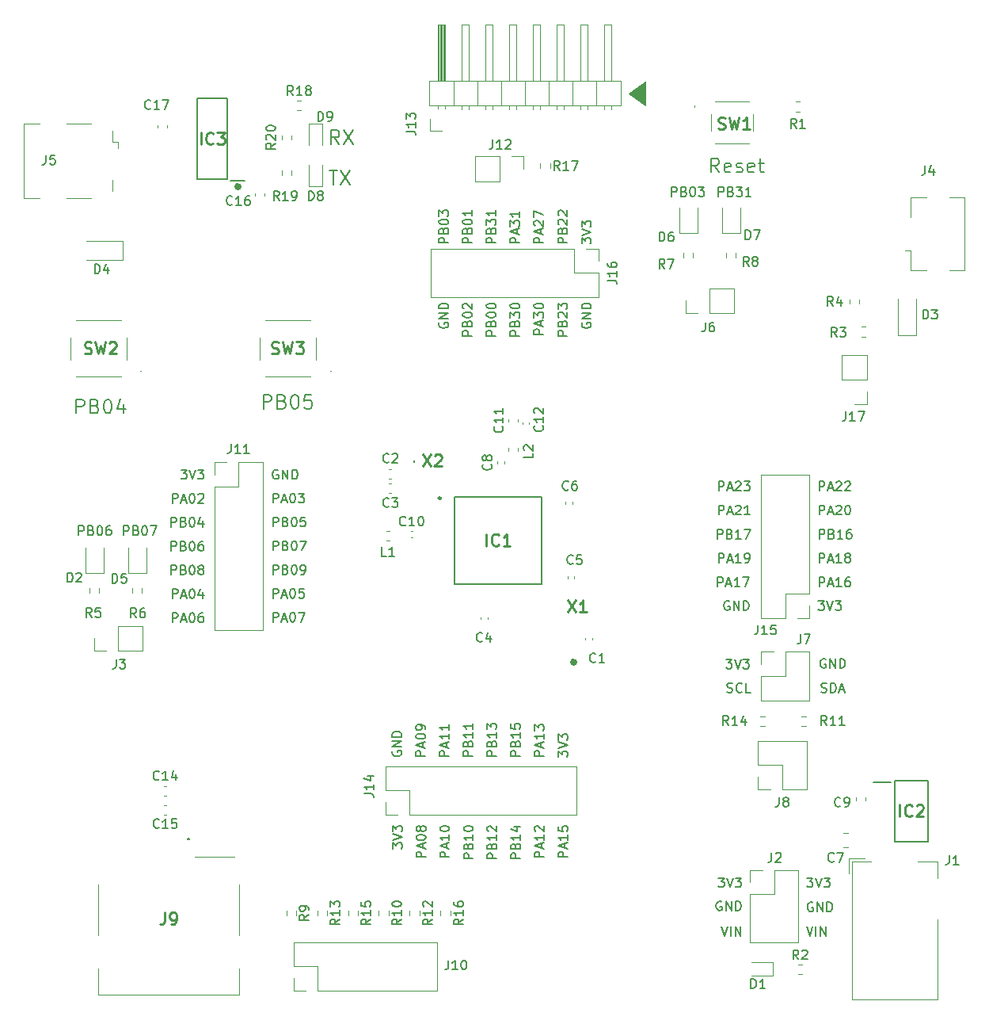
<source format=gto>
G04 #@! TF.GenerationSoftware,KiCad,Pcbnew,(5.1.10)-1*
G04 #@! TF.CreationDate,2021-11-18T19:13:28-07:00*
G04 #@! TF.ProjectId,ATSAME51Demo,41545341-4d45-4353-9144-656d6f2e6b69,1.0*
G04 #@! TF.SameCoordinates,Original*
G04 #@! TF.FileFunction,Legend,Top*
G04 #@! TF.FilePolarity,Positive*
%FSLAX46Y46*%
G04 Gerber Fmt 4.6, Leading zero omitted, Abs format (unit mm)*
G04 Created by KiCad (PCBNEW (5.1.10)-1) date 2021-11-18 19:13:28*
%MOMM*%
%LPD*%
G01*
G04 APERTURE LIST*
%ADD10C,0.160000*%
%ADD11C,0.300000*%
%ADD12C,0.200000*%
%ADD13C,0.100000*%
%ADD14C,0.120000*%
%ADD15C,0.250000*%
%ADD16C,0.150000*%
%ADD17C,0.254000*%
%ADD18O,1.700000X1.700000*%
%ADD19R,1.700000X1.700000*%
%ADD20R,1.400000X0.400000*%
%ADD21R,1.900000X2.300000*%
%ADD22R,1.900000X1.800000*%
%ADD23C,0.500000*%
%ADD24R,1.100000X2.400000*%
%ADD25R,0.620000X1.400000*%
%ADD26R,1.500000X0.650000*%
%ADD27R,1.200000X0.600000*%
%ADD28R,1.200000X1.400000*%
%ADD29C,1.540000*%
%ADD30R,1.550000X1.000000*%
%ADD31C,0.900000*%
%ADD32R,2.500000X0.500000*%
%ADD33R,2.500000X2.000000*%
%ADD34R,4.400000X1.800000*%
%ADD35O,4.000000X1.800000*%
%ADD36O,1.800000X4.000000*%
%ADD37R,1.850000X3.200000*%
%ADD38R,1.850000X0.900000*%
%ADD39R,0.300000X1.475000*%
%ADD40R,1.475000X0.300000*%
%ADD41R,0.900000X1.200000*%
%ADD42R,1.200000X0.900000*%
G04 APERTURE END LIST*
D10*
X59985714Y-109452380D02*
X59985714Y-108452380D01*
X60366666Y-108452380D01*
X60461904Y-108500000D01*
X60509523Y-108547619D01*
X60557142Y-108642857D01*
X60557142Y-108785714D01*
X60509523Y-108880952D01*
X60461904Y-108928571D01*
X60366666Y-108976190D01*
X59985714Y-108976190D01*
X61319047Y-108928571D02*
X61461904Y-108976190D01*
X61509523Y-109023809D01*
X61557142Y-109119047D01*
X61557142Y-109261904D01*
X61509523Y-109357142D01*
X61461904Y-109404761D01*
X61366666Y-109452380D01*
X60985714Y-109452380D01*
X60985714Y-108452380D01*
X61319047Y-108452380D01*
X61414285Y-108500000D01*
X61461904Y-108547619D01*
X61509523Y-108642857D01*
X61509523Y-108738095D01*
X61461904Y-108833333D01*
X61414285Y-108880952D01*
X61319047Y-108928571D01*
X60985714Y-108928571D01*
X62176190Y-108452380D02*
X62271428Y-108452380D01*
X62366666Y-108500000D01*
X62414285Y-108547619D01*
X62461904Y-108642857D01*
X62509523Y-108833333D01*
X62509523Y-109071428D01*
X62461904Y-109261904D01*
X62414285Y-109357142D01*
X62366666Y-109404761D01*
X62271428Y-109452380D01*
X62176190Y-109452380D01*
X62080952Y-109404761D01*
X62033333Y-109357142D01*
X61985714Y-109261904D01*
X61938095Y-109071428D01*
X61938095Y-108833333D01*
X61985714Y-108642857D01*
X62033333Y-108547619D01*
X62080952Y-108500000D01*
X62176190Y-108452380D01*
X62842857Y-108452380D02*
X63509523Y-108452380D01*
X63080952Y-109452380D01*
X55185714Y-109452380D02*
X55185714Y-108452380D01*
X55566666Y-108452380D01*
X55661904Y-108500000D01*
X55709523Y-108547619D01*
X55757142Y-108642857D01*
X55757142Y-108785714D01*
X55709523Y-108880952D01*
X55661904Y-108928571D01*
X55566666Y-108976190D01*
X55185714Y-108976190D01*
X56519047Y-108928571D02*
X56661904Y-108976190D01*
X56709523Y-109023809D01*
X56757142Y-109119047D01*
X56757142Y-109261904D01*
X56709523Y-109357142D01*
X56661904Y-109404761D01*
X56566666Y-109452380D01*
X56185714Y-109452380D01*
X56185714Y-108452380D01*
X56519047Y-108452380D01*
X56614285Y-108500000D01*
X56661904Y-108547619D01*
X56709523Y-108642857D01*
X56709523Y-108738095D01*
X56661904Y-108833333D01*
X56614285Y-108880952D01*
X56519047Y-108928571D01*
X56185714Y-108928571D01*
X57376190Y-108452380D02*
X57471428Y-108452380D01*
X57566666Y-108500000D01*
X57614285Y-108547619D01*
X57661904Y-108642857D01*
X57709523Y-108833333D01*
X57709523Y-109071428D01*
X57661904Y-109261904D01*
X57614285Y-109357142D01*
X57566666Y-109404761D01*
X57471428Y-109452380D01*
X57376190Y-109452380D01*
X57280952Y-109404761D01*
X57233333Y-109357142D01*
X57185714Y-109261904D01*
X57138095Y-109071428D01*
X57138095Y-108833333D01*
X57185714Y-108642857D01*
X57233333Y-108547619D01*
X57280952Y-108500000D01*
X57376190Y-108452380D01*
X58566666Y-108452380D02*
X58376190Y-108452380D01*
X58280952Y-108500000D01*
X58233333Y-108547619D01*
X58138095Y-108690476D01*
X58090476Y-108880952D01*
X58090476Y-109261904D01*
X58138095Y-109357142D01*
X58185714Y-109404761D01*
X58280952Y-109452380D01*
X58471428Y-109452380D01*
X58566666Y-109404761D01*
X58614285Y-109357142D01*
X58661904Y-109261904D01*
X58661904Y-109023809D01*
X58614285Y-108928571D01*
X58566666Y-108880952D01*
X58471428Y-108833333D01*
X58280952Y-108833333D01*
X58185714Y-108880952D01*
X58138095Y-108928571D01*
X58090476Y-109023809D01*
X123585714Y-73252380D02*
X123585714Y-72252380D01*
X123966666Y-72252380D01*
X124061904Y-72300000D01*
X124109523Y-72347619D01*
X124157142Y-72442857D01*
X124157142Y-72585714D01*
X124109523Y-72680952D01*
X124061904Y-72728571D01*
X123966666Y-72776190D01*
X123585714Y-72776190D01*
X124919047Y-72728571D02*
X125061904Y-72776190D01*
X125109523Y-72823809D01*
X125157142Y-72919047D01*
X125157142Y-73061904D01*
X125109523Y-73157142D01*
X125061904Y-73204761D01*
X124966666Y-73252380D01*
X124585714Y-73252380D01*
X124585714Y-72252380D01*
X124919047Y-72252380D01*
X125014285Y-72300000D01*
X125061904Y-72347619D01*
X125109523Y-72442857D01*
X125109523Y-72538095D01*
X125061904Y-72633333D01*
X125014285Y-72680952D01*
X124919047Y-72728571D01*
X124585714Y-72728571D01*
X125490476Y-72252380D02*
X126109523Y-72252380D01*
X125776190Y-72633333D01*
X125919047Y-72633333D01*
X126014285Y-72680952D01*
X126061904Y-72728571D01*
X126109523Y-72823809D01*
X126109523Y-73061904D01*
X126061904Y-73157142D01*
X126014285Y-73204761D01*
X125919047Y-73252380D01*
X125633333Y-73252380D01*
X125538095Y-73204761D01*
X125490476Y-73157142D01*
X127061904Y-73252380D02*
X126490476Y-73252380D01*
X126776190Y-73252380D02*
X126776190Y-72252380D01*
X126680952Y-72395238D01*
X126585714Y-72490476D01*
X126490476Y-72538095D01*
X118585714Y-73252380D02*
X118585714Y-72252380D01*
X118966666Y-72252380D01*
X119061904Y-72300000D01*
X119109523Y-72347619D01*
X119157142Y-72442857D01*
X119157142Y-72585714D01*
X119109523Y-72680952D01*
X119061904Y-72728571D01*
X118966666Y-72776190D01*
X118585714Y-72776190D01*
X119919047Y-72728571D02*
X120061904Y-72776190D01*
X120109523Y-72823809D01*
X120157142Y-72919047D01*
X120157142Y-73061904D01*
X120109523Y-73157142D01*
X120061904Y-73204761D01*
X119966666Y-73252380D01*
X119585714Y-73252380D01*
X119585714Y-72252380D01*
X119919047Y-72252380D01*
X120014285Y-72300000D01*
X120061904Y-72347619D01*
X120109523Y-72442857D01*
X120109523Y-72538095D01*
X120061904Y-72633333D01*
X120014285Y-72680952D01*
X119919047Y-72728571D01*
X119585714Y-72728571D01*
X120776190Y-72252380D02*
X120871428Y-72252380D01*
X120966666Y-72300000D01*
X121014285Y-72347619D01*
X121061904Y-72442857D01*
X121109523Y-72633333D01*
X121109523Y-72871428D01*
X121061904Y-73061904D01*
X121014285Y-73157142D01*
X120966666Y-73204761D01*
X120871428Y-73252380D01*
X120776190Y-73252380D01*
X120680952Y-73204761D01*
X120633333Y-73157142D01*
X120585714Y-73061904D01*
X120538095Y-72871428D01*
X120538095Y-72633333D01*
X120585714Y-72442857D01*
X120633333Y-72347619D01*
X120680952Y-72300000D01*
X120776190Y-72252380D01*
X121442857Y-72252380D02*
X122061904Y-72252380D01*
X121728571Y-72633333D01*
X121871428Y-72633333D01*
X121966666Y-72680952D01*
X122014285Y-72728571D01*
X122061904Y-72823809D01*
X122061904Y-73061904D01*
X122014285Y-73157142D01*
X121966666Y-73204761D01*
X121871428Y-73252380D01*
X121585714Y-73252380D01*
X121490476Y-73204761D01*
X121442857Y-73157142D01*
X88752380Y-142938095D02*
X88752380Y-142319047D01*
X89133333Y-142652380D01*
X89133333Y-142509523D01*
X89180952Y-142414285D01*
X89228571Y-142366666D01*
X89323809Y-142319047D01*
X89561904Y-142319047D01*
X89657142Y-142366666D01*
X89704761Y-142414285D01*
X89752380Y-142509523D01*
X89752380Y-142795238D01*
X89704761Y-142890476D01*
X89657142Y-142938095D01*
X88752380Y-142033333D02*
X89752380Y-141700000D01*
X88752380Y-141366666D01*
X88752380Y-141128571D02*
X88752380Y-140509523D01*
X89133333Y-140842857D01*
X89133333Y-140700000D01*
X89180952Y-140604761D01*
X89228571Y-140557142D01*
X89323809Y-140509523D01*
X89561904Y-140509523D01*
X89657142Y-140557142D01*
X89704761Y-140604761D01*
X89752380Y-140700000D01*
X89752380Y-140985714D01*
X89704761Y-141080952D01*
X89657142Y-141128571D01*
X92280951Y-143842857D02*
X91280951Y-143842857D01*
X91280951Y-143461904D01*
X91328571Y-143366666D01*
X91376190Y-143319047D01*
X91471428Y-143271428D01*
X91614285Y-143271428D01*
X91709523Y-143319047D01*
X91757142Y-143366666D01*
X91804761Y-143461904D01*
X91804761Y-143842857D01*
X91995237Y-142890476D02*
X91995237Y-142414285D01*
X92280951Y-142985714D02*
X91280951Y-142652380D01*
X92280951Y-142319047D01*
X91280951Y-141795238D02*
X91280951Y-141700000D01*
X91328571Y-141604761D01*
X91376190Y-141557142D01*
X91471428Y-141509523D01*
X91661904Y-141461904D01*
X91899999Y-141461904D01*
X92090475Y-141509523D01*
X92185713Y-141557142D01*
X92233332Y-141604761D01*
X92280951Y-141700000D01*
X92280951Y-141795238D01*
X92233332Y-141890476D01*
X92185713Y-141938095D01*
X92090475Y-141985714D01*
X91899999Y-142033333D01*
X91661904Y-142033333D01*
X91471428Y-141985714D01*
X91376190Y-141938095D01*
X91328571Y-141890476D01*
X91280951Y-141795238D01*
X91709523Y-140890476D02*
X91661904Y-140985714D01*
X91614285Y-141033333D01*
X91519047Y-141080952D01*
X91471428Y-141080952D01*
X91376190Y-141033333D01*
X91328571Y-140985714D01*
X91280951Y-140890476D01*
X91280951Y-140700000D01*
X91328571Y-140604761D01*
X91376190Y-140557142D01*
X91471428Y-140509523D01*
X91519047Y-140509523D01*
X91614285Y-140557142D01*
X91661904Y-140604761D01*
X91709523Y-140700000D01*
X91709523Y-140890476D01*
X91757142Y-140985714D01*
X91804761Y-141033333D01*
X91899999Y-141080952D01*
X92090475Y-141080952D01*
X92185713Y-141033333D01*
X92233332Y-140985714D01*
X92280951Y-140890476D01*
X92280951Y-140700000D01*
X92233332Y-140604761D01*
X92185713Y-140557142D01*
X92090475Y-140509523D01*
X91899999Y-140509523D01*
X91804761Y-140557142D01*
X91757142Y-140604761D01*
X91709523Y-140700000D01*
X94809522Y-143842857D02*
X93809522Y-143842857D01*
X93809522Y-143461904D01*
X93857142Y-143366666D01*
X93904761Y-143319047D01*
X93999999Y-143271428D01*
X94142856Y-143271428D01*
X94238094Y-143319047D01*
X94285713Y-143366666D01*
X94333332Y-143461904D01*
X94333332Y-143842857D01*
X94523808Y-142890476D02*
X94523808Y-142414285D01*
X94809522Y-142985714D02*
X93809522Y-142652380D01*
X94809522Y-142319047D01*
X94809522Y-141461904D02*
X94809522Y-142033333D01*
X94809522Y-141747619D02*
X93809522Y-141747619D01*
X93952380Y-141842857D01*
X94047618Y-141938095D01*
X94095237Y-142033333D01*
X93809522Y-140842857D02*
X93809522Y-140747619D01*
X93857142Y-140652380D01*
X93904761Y-140604761D01*
X93999999Y-140557142D01*
X94190475Y-140509523D01*
X94428570Y-140509523D01*
X94619046Y-140557142D01*
X94714284Y-140604761D01*
X94761903Y-140652380D01*
X94809522Y-140747619D01*
X94809522Y-140842857D01*
X94761903Y-140938095D01*
X94714284Y-140985714D01*
X94619046Y-141033333D01*
X94428570Y-141080952D01*
X94190475Y-141080952D01*
X93999999Y-141033333D01*
X93904761Y-140985714D01*
X93857142Y-140938095D01*
X93809522Y-140842857D01*
X97338093Y-143985713D02*
X96338093Y-143985713D01*
X96338093Y-143604761D01*
X96385713Y-143509523D01*
X96433332Y-143461904D01*
X96528570Y-143414285D01*
X96671427Y-143414285D01*
X96766665Y-143461904D01*
X96814284Y-143509523D01*
X96861903Y-143604761D01*
X96861903Y-143985713D01*
X96814284Y-142652380D02*
X96861903Y-142509523D01*
X96909522Y-142461904D01*
X97004760Y-142414285D01*
X97147617Y-142414285D01*
X97242855Y-142461904D01*
X97290474Y-142509523D01*
X97338093Y-142604761D01*
X97338093Y-142985713D01*
X96338093Y-142985713D01*
X96338093Y-142652380D01*
X96385713Y-142557142D01*
X96433332Y-142509523D01*
X96528570Y-142461904D01*
X96623808Y-142461904D01*
X96719046Y-142509523D01*
X96766665Y-142557142D01*
X96814284Y-142652380D01*
X96814284Y-142985713D01*
X97338093Y-141461904D02*
X97338093Y-142033332D01*
X97338093Y-141747618D02*
X96338093Y-141747618D01*
X96480951Y-141842856D01*
X96576189Y-141938094D01*
X96623808Y-142033332D01*
X96338093Y-140842856D02*
X96338093Y-140747618D01*
X96385713Y-140652380D01*
X96433332Y-140604761D01*
X96528570Y-140557142D01*
X96719046Y-140509523D01*
X96957141Y-140509523D01*
X97147617Y-140557142D01*
X97242855Y-140604761D01*
X97290474Y-140652380D01*
X97338093Y-140747618D01*
X97338093Y-140842856D01*
X97290474Y-140938094D01*
X97242855Y-140985713D01*
X97147617Y-141033332D01*
X96957141Y-141080951D01*
X96719046Y-141080951D01*
X96528570Y-141033332D01*
X96433332Y-140985713D01*
X96385713Y-140938094D01*
X96338093Y-140842856D01*
X99866664Y-143985713D02*
X98866664Y-143985713D01*
X98866664Y-143604761D01*
X98914284Y-143509523D01*
X98961903Y-143461904D01*
X99057141Y-143414285D01*
X99199998Y-143414285D01*
X99295236Y-143461904D01*
X99342855Y-143509523D01*
X99390474Y-143604761D01*
X99390474Y-143985713D01*
X99342855Y-142652380D02*
X99390474Y-142509523D01*
X99438093Y-142461904D01*
X99533331Y-142414285D01*
X99676188Y-142414285D01*
X99771426Y-142461904D01*
X99819045Y-142509523D01*
X99866664Y-142604761D01*
X99866664Y-142985713D01*
X98866664Y-142985713D01*
X98866664Y-142652380D01*
X98914284Y-142557142D01*
X98961903Y-142509523D01*
X99057141Y-142461904D01*
X99152379Y-142461904D01*
X99247617Y-142509523D01*
X99295236Y-142557142D01*
X99342855Y-142652380D01*
X99342855Y-142985713D01*
X99866664Y-141461904D02*
X99866664Y-142033332D01*
X99866664Y-141747618D02*
X98866664Y-141747618D01*
X99009522Y-141842856D01*
X99104760Y-141938094D01*
X99152379Y-142033332D01*
X98961903Y-141080951D02*
X98914284Y-141033332D01*
X98866664Y-140938094D01*
X98866664Y-140699999D01*
X98914284Y-140604761D01*
X98961903Y-140557142D01*
X99057141Y-140509523D01*
X99152379Y-140509523D01*
X99295236Y-140557142D01*
X99866664Y-141128570D01*
X99866664Y-140509523D01*
X104869044Y-88000000D02*
X103869044Y-88000000D01*
X103869044Y-87619047D01*
X103916664Y-87523809D01*
X103964283Y-87476190D01*
X104059521Y-87428571D01*
X104202378Y-87428571D01*
X104297616Y-87476190D01*
X104345235Y-87523809D01*
X104392854Y-87619047D01*
X104392854Y-88000000D01*
X104583330Y-87047619D02*
X104583330Y-86571428D01*
X104869044Y-87142857D02*
X103869044Y-86809523D01*
X104869044Y-86476190D01*
X103869044Y-86238095D02*
X103869044Y-85619047D01*
X104249997Y-85952381D01*
X104249997Y-85809523D01*
X104297616Y-85714285D01*
X104345235Y-85666666D01*
X104440473Y-85619047D01*
X104678568Y-85619047D01*
X104773806Y-85666666D01*
X104821425Y-85714285D01*
X104869044Y-85809523D01*
X104869044Y-86095238D01*
X104821425Y-86190476D01*
X104773806Y-86238095D01*
X103869044Y-85000000D02*
X103869044Y-84904762D01*
X103916664Y-84809523D01*
X103964283Y-84761904D01*
X104059521Y-84714285D01*
X104249997Y-84666666D01*
X104488092Y-84666666D01*
X104678568Y-84714285D01*
X104773806Y-84761904D01*
X104821425Y-84809523D01*
X104869044Y-84904762D01*
X104869044Y-85000000D01*
X104821425Y-85095238D01*
X104773806Y-85142857D01*
X104678568Y-85190476D01*
X104488092Y-85238095D01*
X104249997Y-85238095D01*
X104059521Y-85190476D01*
X103964283Y-85142857D01*
X103916664Y-85095238D01*
X103869044Y-85000000D01*
X102327378Y-78214286D02*
X101327378Y-78214286D01*
X101327378Y-77833333D01*
X101374998Y-77738095D01*
X101422617Y-77690476D01*
X101517855Y-77642857D01*
X101660712Y-77642857D01*
X101755950Y-77690476D01*
X101803569Y-77738095D01*
X101851188Y-77833333D01*
X101851188Y-78214286D01*
X102041664Y-77261905D02*
X102041664Y-76785714D01*
X102327378Y-77357143D02*
X101327378Y-77023809D01*
X102327378Y-76690476D01*
X101327378Y-76452381D02*
X101327378Y-75833333D01*
X101708331Y-76166667D01*
X101708331Y-76023809D01*
X101755950Y-75928571D01*
X101803569Y-75880952D01*
X101898807Y-75833333D01*
X102136902Y-75833333D01*
X102232140Y-75880952D01*
X102279759Y-75928571D01*
X102327378Y-76023809D01*
X102327378Y-76309524D01*
X102279759Y-76404762D01*
X102232140Y-76452381D01*
X102327378Y-74880952D02*
X102327378Y-75452381D01*
X102327378Y-75166667D02*
X101327378Y-75166667D01*
X101470236Y-75261905D01*
X101565474Y-75357143D01*
X101613093Y-75452381D01*
X97244046Y-88142856D02*
X96244046Y-88142856D01*
X96244046Y-87761904D01*
X96291666Y-87666666D01*
X96339285Y-87619047D01*
X96434523Y-87571428D01*
X96577380Y-87571428D01*
X96672618Y-87619047D01*
X96720237Y-87666666D01*
X96767856Y-87761904D01*
X96767856Y-88142856D01*
X96720237Y-86809523D02*
X96767856Y-86666666D01*
X96815475Y-86619047D01*
X96910713Y-86571428D01*
X97053570Y-86571428D01*
X97148808Y-86619047D01*
X97196427Y-86666666D01*
X97244046Y-86761904D01*
X97244046Y-87142856D01*
X96244046Y-87142856D01*
X96244046Y-86809523D01*
X96291666Y-86714285D01*
X96339285Y-86666666D01*
X96434523Y-86619047D01*
X96529761Y-86619047D01*
X96624999Y-86666666D01*
X96672618Y-86714285D01*
X96720237Y-86809523D01*
X96720237Y-87142856D01*
X96244046Y-85952380D02*
X96244046Y-85857142D01*
X96291666Y-85761904D01*
X96339285Y-85714285D01*
X96434523Y-85666666D01*
X96624999Y-85619047D01*
X96863094Y-85619047D01*
X97053570Y-85666666D01*
X97148808Y-85714285D01*
X97196427Y-85761904D01*
X97244046Y-85857142D01*
X97244046Y-85952380D01*
X97196427Y-86047618D01*
X97148808Y-86095237D01*
X97053570Y-86142856D01*
X96863094Y-86190475D01*
X96624999Y-86190475D01*
X96434523Y-86142856D01*
X96339285Y-86095237D01*
X96291666Y-86047618D01*
X96244046Y-85952380D01*
X96339285Y-85238094D02*
X96291666Y-85190475D01*
X96244046Y-85095237D01*
X96244046Y-84857142D01*
X96291666Y-84761904D01*
X96339285Y-84714285D01*
X96434523Y-84666666D01*
X96529761Y-84666666D01*
X96672618Y-84714285D01*
X97244046Y-85285713D01*
X97244046Y-84666666D01*
X99785712Y-88142856D02*
X98785712Y-88142856D01*
X98785712Y-87761904D01*
X98833332Y-87666666D01*
X98880951Y-87619047D01*
X98976189Y-87571428D01*
X99119046Y-87571428D01*
X99214284Y-87619047D01*
X99261903Y-87666666D01*
X99309522Y-87761904D01*
X99309522Y-88142856D01*
X99261903Y-86809523D02*
X99309522Y-86666666D01*
X99357141Y-86619047D01*
X99452379Y-86571428D01*
X99595236Y-86571428D01*
X99690474Y-86619047D01*
X99738093Y-86666666D01*
X99785712Y-86761904D01*
X99785712Y-87142856D01*
X98785712Y-87142856D01*
X98785712Y-86809523D01*
X98833332Y-86714285D01*
X98880951Y-86666666D01*
X98976189Y-86619047D01*
X99071427Y-86619047D01*
X99166665Y-86666666D01*
X99214284Y-86714285D01*
X99261903Y-86809523D01*
X99261903Y-87142856D01*
X98785712Y-85952380D02*
X98785712Y-85857142D01*
X98833332Y-85761904D01*
X98880951Y-85714285D01*
X98976189Y-85666666D01*
X99166665Y-85619047D01*
X99404760Y-85619047D01*
X99595236Y-85666666D01*
X99690474Y-85714285D01*
X99738093Y-85761904D01*
X99785712Y-85857142D01*
X99785712Y-85952380D01*
X99738093Y-86047618D01*
X99690474Y-86095237D01*
X99595236Y-86142856D01*
X99404760Y-86190475D01*
X99166665Y-86190475D01*
X98976189Y-86142856D01*
X98880951Y-86095237D01*
X98833332Y-86047618D01*
X98785712Y-85952380D01*
X98785712Y-84999999D02*
X98785712Y-84904761D01*
X98833332Y-84809523D01*
X98880951Y-84761904D01*
X98976189Y-84714285D01*
X99166665Y-84666666D01*
X99404760Y-84666666D01*
X99595236Y-84714285D01*
X99690474Y-84761904D01*
X99738093Y-84809523D01*
X99785712Y-84904761D01*
X99785712Y-84999999D01*
X99738093Y-85095237D01*
X99690474Y-85142856D01*
X99595236Y-85190475D01*
X99404760Y-85238094D01*
X99166665Y-85238094D01*
X98976189Y-85190475D01*
X98880951Y-85142856D01*
X98833332Y-85095237D01*
X98785712Y-84999999D01*
X102327378Y-88142856D02*
X101327378Y-88142856D01*
X101327378Y-87761904D01*
X101374998Y-87666666D01*
X101422617Y-87619047D01*
X101517855Y-87571428D01*
X101660712Y-87571428D01*
X101755950Y-87619047D01*
X101803569Y-87666666D01*
X101851188Y-87761904D01*
X101851188Y-88142856D01*
X101803569Y-86809523D02*
X101851188Y-86666666D01*
X101898807Y-86619047D01*
X101994045Y-86571428D01*
X102136902Y-86571428D01*
X102232140Y-86619047D01*
X102279759Y-86666666D01*
X102327378Y-86761904D01*
X102327378Y-87142856D01*
X101327378Y-87142856D01*
X101327378Y-86809523D01*
X101374998Y-86714285D01*
X101422617Y-86666666D01*
X101517855Y-86619047D01*
X101613093Y-86619047D01*
X101708331Y-86666666D01*
X101755950Y-86714285D01*
X101803569Y-86809523D01*
X101803569Y-87142856D01*
X101327378Y-86238094D02*
X101327378Y-85619047D01*
X101708331Y-85952380D01*
X101708331Y-85809523D01*
X101755950Y-85714285D01*
X101803569Y-85666666D01*
X101898807Y-85619047D01*
X102136902Y-85619047D01*
X102232140Y-85666666D01*
X102279759Y-85714285D01*
X102327378Y-85809523D01*
X102327378Y-86095237D01*
X102279759Y-86190475D01*
X102232140Y-86238094D01*
X101327378Y-84999999D02*
X101327378Y-84904761D01*
X101374998Y-84809523D01*
X101422617Y-84761904D01*
X101517855Y-84714285D01*
X101708331Y-84666666D01*
X101946426Y-84666666D01*
X102136902Y-84714285D01*
X102232140Y-84761904D01*
X102279759Y-84809523D01*
X102327378Y-84904761D01*
X102327378Y-84999999D01*
X102279759Y-85095237D01*
X102232140Y-85142856D01*
X102136902Y-85190475D01*
X101946426Y-85238094D01*
X101708331Y-85238094D01*
X101517855Y-85190475D01*
X101422617Y-85142856D01*
X101374998Y-85095237D01*
X101327378Y-84999999D01*
X107410710Y-88142856D02*
X106410710Y-88142856D01*
X106410710Y-87761904D01*
X106458330Y-87666666D01*
X106505949Y-87619047D01*
X106601187Y-87571428D01*
X106744044Y-87571428D01*
X106839282Y-87619047D01*
X106886901Y-87666666D01*
X106934520Y-87761904D01*
X106934520Y-88142856D01*
X106886901Y-86809523D02*
X106934520Y-86666666D01*
X106982139Y-86619047D01*
X107077377Y-86571428D01*
X107220234Y-86571428D01*
X107315472Y-86619047D01*
X107363091Y-86666666D01*
X107410710Y-86761904D01*
X107410710Y-87142856D01*
X106410710Y-87142856D01*
X106410710Y-86809523D01*
X106458330Y-86714285D01*
X106505949Y-86666666D01*
X106601187Y-86619047D01*
X106696425Y-86619047D01*
X106791663Y-86666666D01*
X106839282Y-86714285D01*
X106886901Y-86809523D01*
X106886901Y-87142856D01*
X106505949Y-86190475D02*
X106458330Y-86142856D01*
X106410710Y-86047618D01*
X106410710Y-85809523D01*
X106458330Y-85714285D01*
X106505949Y-85666666D01*
X106601187Y-85619047D01*
X106696425Y-85619047D01*
X106839282Y-85666666D01*
X107410710Y-86238094D01*
X107410710Y-85619047D01*
X106410710Y-85285713D02*
X106410710Y-84666666D01*
X106791663Y-84999999D01*
X106791663Y-84857142D01*
X106839282Y-84761904D01*
X106886901Y-84714285D01*
X106982139Y-84666666D01*
X107220234Y-84666666D01*
X107315472Y-84714285D01*
X107363091Y-84761904D01*
X107410710Y-84857142D01*
X107410710Y-85142856D01*
X107363091Y-85238094D01*
X107315472Y-85285713D01*
X109000000Y-86761904D02*
X108952380Y-86857142D01*
X108952380Y-87000000D01*
X109000000Y-87142857D01*
X109095238Y-87238095D01*
X109190476Y-87285714D01*
X109380952Y-87333333D01*
X109523809Y-87333333D01*
X109714285Y-87285714D01*
X109809523Y-87238095D01*
X109904761Y-87142857D01*
X109952380Y-87000000D01*
X109952380Y-86904761D01*
X109904761Y-86761904D01*
X109857142Y-86714285D01*
X109523809Y-86714285D01*
X109523809Y-86904761D01*
X109952380Y-86285714D02*
X108952380Y-86285714D01*
X109952380Y-85714285D01*
X108952380Y-85714285D01*
X109952380Y-85238095D02*
X108952380Y-85238095D01*
X108952380Y-85000000D01*
X109000000Y-84857142D01*
X109095238Y-84761904D01*
X109190476Y-84714285D01*
X109380952Y-84666666D01*
X109523809Y-84666666D01*
X109714285Y-84714285D01*
X109809523Y-84761904D01*
X109904761Y-84857142D01*
X109952380Y-85000000D01*
X109952380Y-85238095D01*
X108952380Y-78309524D02*
X108952380Y-77690476D01*
X109333333Y-78023809D01*
X109333333Y-77880952D01*
X109380952Y-77785714D01*
X109428571Y-77738095D01*
X109523809Y-77690476D01*
X109761904Y-77690476D01*
X109857142Y-77738095D01*
X109904761Y-77785714D01*
X109952380Y-77880952D01*
X109952380Y-78166667D01*
X109904761Y-78261905D01*
X109857142Y-78309524D01*
X108952380Y-77404762D02*
X109952380Y-77071429D01*
X108952380Y-76738095D01*
X108952380Y-76500000D02*
X108952380Y-75880952D01*
X109333333Y-76214286D01*
X109333333Y-76071429D01*
X109380952Y-75976190D01*
X109428571Y-75928571D01*
X109523809Y-75880952D01*
X109761904Y-75880952D01*
X109857142Y-75928571D01*
X109904761Y-75976190D01*
X109952380Y-76071429D01*
X109952380Y-76357143D01*
X109904761Y-76452381D01*
X109857142Y-76500000D01*
X107410710Y-78214285D02*
X106410710Y-78214285D01*
X106410710Y-77833333D01*
X106458330Y-77738095D01*
X106505949Y-77690476D01*
X106601187Y-77642857D01*
X106744044Y-77642857D01*
X106839282Y-77690476D01*
X106886901Y-77738095D01*
X106934520Y-77833333D01*
X106934520Y-78214285D01*
X106886901Y-76880952D02*
X106934520Y-76738095D01*
X106982139Y-76690476D01*
X107077377Y-76642857D01*
X107220234Y-76642857D01*
X107315472Y-76690476D01*
X107363091Y-76738095D01*
X107410710Y-76833333D01*
X107410710Y-77214285D01*
X106410710Y-77214285D01*
X106410710Y-76880952D01*
X106458330Y-76785714D01*
X106505949Y-76738095D01*
X106601187Y-76690476D01*
X106696425Y-76690476D01*
X106791663Y-76738095D01*
X106839282Y-76785714D01*
X106886901Y-76880952D01*
X106886901Y-77214285D01*
X106505949Y-76261904D02*
X106458330Y-76214285D01*
X106410710Y-76119047D01*
X106410710Y-75880952D01*
X106458330Y-75785714D01*
X106505949Y-75738095D01*
X106601187Y-75690476D01*
X106696425Y-75690476D01*
X106839282Y-75738095D01*
X107410710Y-76309523D01*
X107410710Y-75690476D01*
X106505949Y-75309523D02*
X106458330Y-75261904D01*
X106410710Y-75166666D01*
X106410710Y-74928571D01*
X106458330Y-74833333D01*
X106505949Y-74785714D01*
X106601187Y-74738095D01*
X106696425Y-74738095D01*
X106839282Y-74785714D01*
X107410710Y-75357142D01*
X107410710Y-74738095D01*
X104869044Y-78214286D02*
X103869044Y-78214286D01*
X103869044Y-77833333D01*
X103916664Y-77738095D01*
X103964283Y-77690476D01*
X104059521Y-77642857D01*
X104202378Y-77642857D01*
X104297616Y-77690476D01*
X104345235Y-77738095D01*
X104392854Y-77833333D01*
X104392854Y-78214286D01*
X104583330Y-77261905D02*
X104583330Y-76785714D01*
X104869044Y-77357143D02*
X103869044Y-77023809D01*
X104869044Y-76690476D01*
X103964283Y-76404762D02*
X103916664Y-76357143D01*
X103869044Y-76261905D01*
X103869044Y-76023809D01*
X103916664Y-75928571D01*
X103964283Y-75880952D01*
X104059521Y-75833333D01*
X104154759Y-75833333D01*
X104297616Y-75880952D01*
X104869044Y-76452381D01*
X104869044Y-75833333D01*
X103869044Y-75500000D02*
X103869044Y-74833333D01*
X104869044Y-75261905D01*
X99785712Y-78214285D02*
X98785712Y-78214285D01*
X98785712Y-77833333D01*
X98833332Y-77738095D01*
X98880951Y-77690476D01*
X98976189Y-77642857D01*
X99119046Y-77642857D01*
X99214284Y-77690476D01*
X99261903Y-77738095D01*
X99309522Y-77833333D01*
X99309522Y-78214285D01*
X99261903Y-76880952D02*
X99309522Y-76738095D01*
X99357141Y-76690476D01*
X99452379Y-76642857D01*
X99595236Y-76642857D01*
X99690474Y-76690476D01*
X99738093Y-76738095D01*
X99785712Y-76833333D01*
X99785712Y-77214285D01*
X98785712Y-77214285D01*
X98785712Y-76880952D01*
X98833332Y-76785714D01*
X98880951Y-76738095D01*
X98976189Y-76690476D01*
X99071427Y-76690476D01*
X99166665Y-76738095D01*
X99214284Y-76785714D01*
X99261903Y-76880952D01*
X99261903Y-77214285D01*
X98785712Y-76309523D02*
X98785712Y-75690476D01*
X99166665Y-76023809D01*
X99166665Y-75880952D01*
X99214284Y-75785714D01*
X99261903Y-75738095D01*
X99357141Y-75690476D01*
X99595236Y-75690476D01*
X99690474Y-75738095D01*
X99738093Y-75785714D01*
X99785712Y-75880952D01*
X99785712Y-76166666D01*
X99738093Y-76261904D01*
X99690474Y-76309523D01*
X99785712Y-74738095D02*
X99785712Y-75309523D01*
X99785712Y-75023809D02*
X98785712Y-75023809D01*
X98928570Y-75119047D01*
X99023808Y-75214285D01*
X99071427Y-75309523D01*
X97244046Y-78214285D02*
X96244046Y-78214285D01*
X96244046Y-77833333D01*
X96291666Y-77738095D01*
X96339285Y-77690476D01*
X96434523Y-77642857D01*
X96577380Y-77642857D01*
X96672618Y-77690476D01*
X96720237Y-77738095D01*
X96767856Y-77833333D01*
X96767856Y-78214285D01*
X96720237Y-76880952D02*
X96767856Y-76738095D01*
X96815475Y-76690476D01*
X96910713Y-76642857D01*
X97053570Y-76642857D01*
X97148808Y-76690476D01*
X97196427Y-76738095D01*
X97244046Y-76833333D01*
X97244046Y-77214285D01*
X96244046Y-77214285D01*
X96244046Y-76880952D01*
X96291666Y-76785714D01*
X96339285Y-76738095D01*
X96434523Y-76690476D01*
X96529761Y-76690476D01*
X96624999Y-76738095D01*
X96672618Y-76785714D01*
X96720237Y-76880952D01*
X96720237Y-77214285D01*
X96244046Y-76023809D02*
X96244046Y-75928571D01*
X96291666Y-75833333D01*
X96339285Y-75785714D01*
X96434523Y-75738095D01*
X96624999Y-75690476D01*
X96863094Y-75690476D01*
X97053570Y-75738095D01*
X97148808Y-75785714D01*
X97196427Y-75833333D01*
X97244046Y-75928571D01*
X97244046Y-76023809D01*
X97196427Y-76119047D01*
X97148808Y-76166666D01*
X97053570Y-76214285D01*
X96863094Y-76261904D01*
X96624999Y-76261904D01*
X96434523Y-76214285D01*
X96339285Y-76166666D01*
X96291666Y-76119047D01*
X96244046Y-76023809D01*
X97244046Y-74738095D02*
X97244046Y-75309523D01*
X97244046Y-75023809D02*
X96244046Y-75023809D01*
X96386904Y-75119047D01*
X96482142Y-75214285D01*
X96529761Y-75309523D01*
X94702380Y-78214285D02*
X93702380Y-78214285D01*
X93702380Y-77833333D01*
X93750000Y-77738095D01*
X93797619Y-77690476D01*
X93892857Y-77642857D01*
X94035714Y-77642857D01*
X94130952Y-77690476D01*
X94178571Y-77738095D01*
X94226190Y-77833333D01*
X94226190Y-78214285D01*
X94178571Y-76880952D02*
X94226190Y-76738095D01*
X94273809Y-76690476D01*
X94369047Y-76642857D01*
X94511904Y-76642857D01*
X94607142Y-76690476D01*
X94654761Y-76738095D01*
X94702380Y-76833333D01*
X94702380Y-77214285D01*
X93702380Y-77214285D01*
X93702380Y-76880952D01*
X93750000Y-76785714D01*
X93797619Y-76738095D01*
X93892857Y-76690476D01*
X93988095Y-76690476D01*
X94083333Y-76738095D01*
X94130952Y-76785714D01*
X94178571Y-76880952D01*
X94178571Y-77214285D01*
X93702380Y-76023809D02*
X93702380Y-75928571D01*
X93750000Y-75833333D01*
X93797619Y-75785714D01*
X93892857Y-75738095D01*
X94083333Y-75690476D01*
X94321428Y-75690476D01*
X94511904Y-75738095D01*
X94607142Y-75785714D01*
X94654761Y-75833333D01*
X94702380Y-75928571D01*
X94702380Y-76023809D01*
X94654761Y-76119047D01*
X94607142Y-76166666D01*
X94511904Y-76214285D01*
X94321428Y-76261904D01*
X94083333Y-76261904D01*
X93892857Y-76214285D01*
X93797619Y-76166666D01*
X93750000Y-76119047D01*
X93702380Y-76023809D01*
X93702380Y-75357142D02*
X93702380Y-74738095D01*
X94083333Y-75071428D01*
X94083333Y-74928571D01*
X94130952Y-74833333D01*
X94178571Y-74785714D01*
X94273809Y-74738095D01*
X94511904Y-74738095D01*
X94607142Y-74785714D01*
X94654761Y-74833333D01*
X94702380Y-74928571D01*
X94702380Y-75214285D01*
X94654761Y-75309523D01*
X94607142Y-75357142D01*
X93750000Y-86761904D02*
X93702380Y-86857142D01*
X93702380Y-87000000D01*
X93750000Y-87142857D01*
X93845238Y-87238095D01*
X93940476Y-87285714D01*
X94130952Y-87333333D01*
X94273809Y-87333333D01*
X94464285Y-87285714D01*
X94559523Y-87238095D01*
X94654761Y-87142857D01*
X94702380Y-87000000D01*
X94702380Y-86904761D01*
X94654761Y-86761904D01*
X94607142Y-86714285D01*
X94273809Y-86714285D01*
X94273809Y-86904761D01*
X94702380Y-86285714D02*
X93702380Y-86285714D01*
X94702380Y-85714285D01*
X93702380Y-85714285D01*
X94702380Y-85238095D02*
X93702380Y-85238095D01*
X93702380Y-85000000D01*
X93750000Y-84857142D01*
X93845238Y-84761904D01*
X93940476Y-84714285D01*
X94130952Y-84666666D01*
X94273809Y-84666666D01*
X94464285Y-84714285D01*
X94559523Y-84761904D01*
X94654761Y-84857142D01*
X94702380Y-85000000D01*
X94702380Y-85238095D01*
X94773808Y-133035714D02*
X93773808Y-133035714D01*
X93773808Y-132654761D01*
X93821428Y-132559523D01*
X93869047Y-132511904D01*
X93964285Y-132464285D01*
X94107142Y-132464285D01*
X94202380Y-132511904D01*
X94249999Y-132559523D01*
X94297618Y-132654761D01*
X94297618Y-133035714D01*
X94488094Y-132083333D02*
X94488094Y-131607142D01*
X94773808Y-132178571D02*
X93773808Y-131845237D01*
X94773808Y-131511904D01*
X94773808Y-130654761D02*
X94773808Y-131226190D01*
X94773808Y-130940476D02*
X93773808Y-130940476D01*
X93916666Y-131035714D01*
X94011904Y-131130952D01*
X94059523Y-131226190D01*
X94773808Y-129702380D02*
X94773808Y-130273809D01*
X94773808Y-129988095D02*
X93773808Y-129988095D01*
X93916666Y-130083333D01*
X94011904Y-130178571D01*
X94059523Y-130273809D01*
X92238094Y-133035714D02*
X91238094Y-133035714D01*
X91238094Y-132654761D01*
X91285714Y-132559523D01*
X91333333Y-132511904D01*
X91428571Y-132464285D01*
X91571428Y-132464285D01*
X91666666Y-132511904D01*
X91714285Y-132559523D01*
X91761904Y-132654761D01*
X91761904Y-133035714D01*
X91952380Y-132083333D02*
X91952380Y-131607142D01*
X92238094Y-132178571D02*
X91238094Y-131845237D01*
X92238094Y-131511904D01*
X91238094Y-130988095D02*
X91238094Y-130892857D01*
X91285714Y-130797618D01*
X91333333Y-130749999D01*
X91428571Y-130702380D01*
X91619047Y-130654761D01*
X91857142Y-130654761D01*
X92047618Y-130702380D01*
X92142856Y-130749999D01*
X92190475Y-130797618D01*
X92238094Y-130892857D01*
X92238094Y-130988095D01*
X92190475Y-131083333D01*
X92142856Y-131130952D01*
X92047618Y-131178571D01*
X91857142Y-131226190D01*
X91619047Y-131226190D01*
X91428571Y-131178571D01*
X91333333Y-131130952D01*
X91285714Y-131083333D01*
X91238094Y-130988095D01*
X92238094Y-130178571D02*
X92238094Y-129988095D01*
X92190475Y-129892857D01*
X92142856Y-129845237D01*
X91999999Y-129749999D01*
X91809523Y-129702380D01*
X91428571Y-129702380D01*
X91333333Y-129749999D01*
X91285714Y-129797618D01*
X91238094Y-129892857D01*
X91238094Y-130083333D01*
X91285714Y-130178571D01*
X91333333Y-130226190D01*
X91428571Y-130273809D01*
X91666666Y-130273809D01*
X91761904Y-130226190D01*
X91809523Y-130178571D01*
X91857142Y-130083333D01*
X91857142Y-129892857D01*
X91809523Y-129797618D01*
X91761904Y-129749999D01*
X91666666Y-129702380D01*
X88750000Y-132511904D02*
X88702380Y-132607142D01*
X88702380Y-132750000D01*
X88750000Y-132892857D01*
X88845238Y-132988095D01*
X88940476Y-133035714D01*
X89130952Y-133083333D01*
X89273809Y-133083333D01*
X89464285Y-133035714D01*
X89559523Y-132988095D01*
X89654761Y-132892857D01*
X89702380Y-132750000D01*
X89702380Y-132654761D01*
X89654761Y-132511904D01*
X89607142Y-132464285D01*
X89273809Y-132464285D01*
X89273809Y-132654761D01*
X89702380Y-132035714D02*
X88702380Y-132035714D01*
X89702380Y-131464285D01*
X88702380Y-131464285D01*
X89702380Y-130988095D02*
X88702380Y-130988095D01*
X88702380Y-130750000D01*
X88750000Y-130607142D01*
X88845238Y-130511904D01*
X88940476Y-130464285D01*
X89130952Y-130416666D01*
X89273809Y-130416666D01*
X89464285Y-130464285D01*
X89559523Y-130511904D01*
X89654761Y-130607142D01*
X89702380Y-130750000D01*
X89702380Y-130988095D01*
X97309522Y-133035713D02*
X96309522Y-133035713D01*
X96309522Y-132654761D01*
X96357142Y-132559523D01*
X96404761Y-132511904D01*
X96499999Y-132464285D01*
X96642856Y-132464285D01*
X96738094Y-132511904D01*
X96785713Y-132559523D01*
X96833332Y-132654761D01*
X96833332Y-133035713D01*
X96785713Y-131702380D02*
X96833332Y-131559523D01*
X96880951Y-131511904D01*
X96976189Y-131464285D01*
X97119046Y-131464285D01*
X97214284Y-131511904D01*
X97261903Y-131559523D01*
X97309522Y-131654761D01*
X97309522Y-132035713D01*
X96309522Y-132035713D01*
X96309522Y-131702380D01*
X96357142Y-131607142D01*
X96404761Y-131559523D01*
X96499999Y-131511904D01*
X96595237Y-131511904D01*
X96690475Y-131559523D01*
X96738094Y-131607142D01*
X96785713Y-131702380D01*
X96785713Y-132035713D01*
X97309522Y-130511904D02*
X97309522Y-131083332D01*
X97309522Y-130797618D02*
X96309522Y-130797618D01*
X96452380Y-130892856D01*
X96547618Y-130988094D01*
X96595237Y-131083332D01*
X97309522Y-129559523D02*
X97309522Y-130130951D01*
X97309522Y-129845237D02*
X96309522Y-129845237D01*
X96452380Y-129940475D01*
X96547618Y-130035713D01*
X96595237Y-130130951D01*
X99845236Y-133035713D02*
X98845236Y-133035713D01*
X98845236Y-132654761D01*
X98892856Y-132559523D01*
X98940475Y-132511904D01*
X99035713Y-132464285D01*
X99178570Y-132464285D01*
X99273808Y-132511904D01*
X99321427Y-132559523D01*
X99369046Y-132654761D01*
X99369046Y-133035713D01*
X99321427Y-131702380D02*
X99369046Y-131559523D01*
X99416665Y-131511904D01*
X99511903Y-131464285D01*
X99654760Y-131464285D01*
X99749998Y-131511904D01*
X99797617Y-131559523D01*
X99845236Y-131654761D01*
X99845236Y-132035713D01*
X98845236Y-132035713D01*
X98845236Y-131702380D01*
X98892856Y-131607142D01*
X98940475Y-131559523D01*
X99035713Y-131511904D01*
X99130951Y-131511904D01*
X99226189Y-131559523D01*
X99273808Y-131607142D01*
X99321427Y-131702380D01*
X99321427Y-132035713D01*
X99845236Y-130511904D02*
X99845236Y-131083332D01*
X99845236Y-130797618D02*
X98845236Y-130797618D01*
X98988094Y-130892856D01*
X99083332Y-130988094D01*
X99130951Y-131083332D01*
X98845236Y-130178570D02*
X98845236Y-129559523D01*
X99226189Y-129892856D01*
X99226189Y-129749999D01*
X99273808Y-129654761D01*
X99321427Y-129607142D01*
X99416665Y-129559523D01*
X99654760Y-129559523D01*
X99749998Y-129607142D01*
X99797617Y-129654761D01*
X99845236Y-129749999D01*
X99845236Y-130035713D01*
X99797617Y-130130951D01*
X99749998Y-130178570D01*
X102380950Y-133035713D02*
X101380950Y-133035713D01*
X101380950Y-132654761D01*
X101428570Y-132559523D01*
X101476189Y-132511904D01*
X101571427Y-132464285D01*
X101714284Y-132464285D01*
X101809522Y-132511904D01*
X101857141Y-132559523D01*
X101904760Y-132654761D01*
X101904760Y-133035713D01*
X101857141Y-131702380D02*
X101904760Y-131559523D01*
X101952379Y-131511904D01*
X102047617Y-131464285D01*
X102190474Y-131464285D01*
X102285712Y-131511904D01*
X102333331Y-131559523D01*
X102380950Y-131654761D01*
X102380950Y-132035713D01*
X101380950Y-132035713D01*
X101380950Y-131702380D01*
X101428570Y-131607142D01*
X101476189Y-131559523D01*
X101571427Y-131511904D01*
X101666665Y-131511904D01*
X101761903Y-131559523D01*
X101809522Y-131607142D01*
X101857141Y-131702380D01*
X101857141Y-132035713D01*
X102380950Y-130511904D02*
X102380950Y-131083332D01*
X102380950Y-130797618D02*
X101380950Y-130797618D01*
X101523808Y-130892856D01*
X101619046Y-130988094D01*
X101666665Y-131083332D01*
X101380950Y-129607142D02*
X101380950Y-130083332D01*
X101857141Y-130130951D01*
X101809522Y-130083332D01*
X101761903Y-129988094D01*
X101761903Y-129749999D01*
X101809522Y-129654761D01*
X101857141Y-129607142D01*
X101952379Y-129559523D01*
X102190474Y-129559523D01*
X102285712Y-129607142D01*
X102333331Y-129654761D01*
X102380950Y-129749999D01*
X102380950Y-129988094D01*
X102333331Y-130083332D01*
X102285712Y-130130951D01*
X104916664Y-133035714D02*
X103916664Y-133035714D01*
X103916664Y-132654761D01*
X103964284Y-132559523D01*
X104011903Y-132511904D01*
X104107141Y-132464285D01*
X104249998Y-132464285D01*
X104345236Y-132511904D01*
X104392855Y-132559523D01*
X104440474Y-132654761D01*
X104440474Y-133035714D01*
X104630950Y-132083333D02*
X104630950Y-131607142D01*
X104916664Y-132178571D02*
X103916664Y-131845237D01*
X104916664Y-131511904D01*
X104916664Y-130654761D02*
X104916664Y-131226190D01*
X104916664Y-130940476D02*
X103916664Y-130940476D01*
X104059522Y-131035714D01*
X104154760Y-131130952D01*
X104202379Y-131226190D01*
X103916664Y-130321428D02*
X103916664Y-129702380D01*
X104297617Y-130035714D01*
X104297617Y-129892857D01*
X104345236Y-129797618D01*
X104392855Y-129749999D01*
X104488093Y-129702380D01*
X104726188Y-129702380D01*
X104821426Y-129749999D01*
X104869045Y-129797618D01*
X104916664Y-129892857D01*
X104916664Y-130178571D01*
X104869045Y-130273809D01*
X104821426Y-130321428D01*
X106452380Y-133130952D02*
X106452380Y-132511904D01*
X106833333Y-132845237D01*
X106833333Y-132702380D01*
X106880952Y-132607142D01*
X106928571Y-132559523D01*
X107023809Y-132511904D01*
X107261904Y-132511904D01*
X107357142Y-132559523D01*
X107404761Y-132607142D01*
X107452380Y-132702380D01*
X107452380Y-132988095D01*
X107404761Y-133083333D01*
X107357142Y-133130952D01*
X106452380Y-132226190D02*
X107452380Y-131892857D01*
X106452380Y-131559523D01*
X106452380Y-131321428D02*
X106452380Y-130702380D01*
X106833333Y-131035714D01*
X106833333Y-130892857D01*
X106880952Y-130797618D01*
X106928571Y-130749999D01*
X107023809Y-130702380D01*
X107261904Y-130702380D01*
X107357142Y-130749999D01*
X107404761Y-130797618D01*
X107452380Y-130892857D01*
X107452380Y-131178571D01*
X107404761Y-131273809D01*
X107357142Y-131321428D01*
X107452380Y-143842857D02*
X106452380Y-143842857D01*
X106452380Y-143461904D01*
X106500000Y-143366666D01*
X106547619Y-143319047D01*
X106642857Y-143271428D01*
X106785714Y-143271428D01*
X106880952Y-143319047D01*
X106928571Y-143366666D01*
X106976190Y-143461904D01*
X106976190Y-143842857D01*
X107166666Y-142890476D02*
X107166666Y-142414285D01*
X107452380Y-142985714D02*
X106452380Y-142652380D01*
X107452380Y-142319047D01*
X107452380Y-141461904D02*
X107452380Y-142033333D01*
X107452380Y-141747619D02*
X106452380Y-141747619D01*
X106595238Y-141842857D01*
X106690476Y-141938095D01*
X106738095Y-142033333D01*
X106452380Y-140557142D02*
X106452380Y-141033333D01*
X106928571Y-141080952D01*
X106880952Y-141033333D01*
X106833333Y-140938095D01*
X106833333Y-140700000D01*
X106880952Y-140604761D01*
X106928571Y-140557142D01*
X107023809Y-140509523D01*
X107261904Y-140509523D01*
X107357142Y-140557142D01*
X107404761Y-140604761D01*
X107452380Y-140700000D01*
X107452380Y-140938095D01*
X107404761Y-141033333D01*
X107357142Y-141080952D01*
X104923806Y-143842857D02*
X103923806Y-143842857D01*
X103923806Y-143461904D01*
X103971426Y-143366666D01*
X104019045Y-143319047D01*
X104114283Y-143271428D01*
X104257140Y-143271428D01*
X104352378Y-143319047D01*
X104399997Y-143366666D01*
X104447616Y-143461904D01*
X104447616Y-143842857D01*
X104638092Y-142890476D02*
X104638092Y-142414285D01*
X104923806Y-142985714D02*
X103923806Y-142652380D01*
X104923806Y-142319047D01*
X104923806Y-141461904D02*
X104923806Y-142033333D01*
X104923806Y-141747619D02*
X103923806Y-141747619D01*
X104066664Y-141842857D01*
X104161902Y-141938095D01*
X104209521Y-142033333D01*
X104019045Y-141080952D02*
X103971426Y-141033333D01*
X103923806Y-140938095D01*
X103923806Y-140700000D01*
X103971426Y-140604761D01*
X104019045Y-140557142D01*
X104114283Y-140509523D01*
X104209521Y-140509523D01*
X104352378Y-140557142D01*
X104923806Y-141128571D01*
X104923806Y-140509523D01*
X102395235Y-143985713D02*
X101395235Y-143985713D01*
X101395235Y-143604761D01*
X101442855Y-143509523D01*
X101490474Y-143461904D01*
X101585712Y-143414285D01*
X101728569Y-143414285D01*
X101823807Y-143461904D01*
X101871426Y-143509523D01*
X101919045Y-143604761D01*
X101919045Y-143985713D01*
X101871426Y-142652380D02*
X101919045Y-142509523D01*
X101966664Y-142461904D01*
X102061902Y-142414285D01*
X102204759Y-142414285D01*
X102299997Y-142461904D01*
X102347616Y-142509523D01*
X102395235Y-142604761D01*
X102395235Y-142985713D01*
X101395235Y-142985713D01*
X101395235Y-142652380D01*
X101442855Y-142557142D01*
X101490474Y-142509523D01*
X101585712Y-142461904D01*
X101680950Y-142461904D01*
X101776188Y-142509523D01*
X101823807Y-142557142D01*
X101871426Y-142652380D01*
X101871426Y-142985713D01*
X102395235Y-141461904D02*
X102395235Y-142033332D01*
X102395235Y-141747618D02*
X101395235Y-141747618D01*
X101538093Y-141842856D01*
X101633331Y-141938094D01*
X101680950Y-142033332D01*
X101728569Y-140604761D02*
X102395235Y-140604761D01*
X101347616Y-140842856D02*
X102061902Y-141080951D01*
X102061902Y-140461904D01*
X134261904Y-116452380D02*
X134880952Y-116452380D01*
X134547619Y-116833333D01*
X134690476Y-116833333D01*
X134785714Y-116880952D01*
X134833333Y-116928571D01*
X134880952Y-117023809D01*
X134880952Y-117261904D01*
X134833333Y-117357142D01*
X134785714Y-117404761D01*
X134690476Y-117452380D01*
X134404761Y-117452380D01*
X134309523Y-117404761D01*
X134261904Y-117357142D01*
X135166666Y-116452380D02*
X135500000Y-117452380D01*
X135833333Y-116452380D01*
X136071428Y-116452380D02*
X136690476Y-116452380D01*
X136357142Y-116833333D01*
X136500000Y-116833333D01*
X136595238Y-116880952D01*
X136642857Y-116928571D01*
X136690476Y-117023809D01*
X136690476Y-117261904D01*
X136642857Y-117357142D01*
X136595238Y-117404761D01*
X136500000Y-117452380D01*
X136214285Y-117452380D01*
X136119047Y-117404761D01*
X136071428Y-117357142D01*
X124738095Y-116500000D02*
X124642857Y-116452380D01*
X124500000Y-116452380D01*
X124357142Y-116500000D01*
X124261904Y-116595238D01*
X124214285Y-116690476D01*
X124166666Y-116880952D01*
X124166666Y-117023809D01*
X124214285Y-117214285D01*
X124261904Y-117309523D01*
X124357142Y-117404761D01*
X124500000Y-117452380D01*
X124595238Y-117452380D01*
X124738095Y-117404761D01*
X124785714Y-117357142D01*
X124785714Y-117023809D01*
X124595238Y-117023809D01*
X125214285Y-117452380D02*
X125214285Y-116452380D01*
X125785714Y-117452380D01*
X125785714Y-116452380D01*
X126261904Y-117452380D02*
X126261904Y-116452380D01*
X126500000Y-116452380D01*
X126642857Y-116500000D01*
X126738095Y-116595238D01*
X126785714Y-116690476D01*
X126833333Y-116880952D01*
X126833333Y-117023809D01*
X126785714Y-117214285D01*
X126738095Y-117309523D01*
X126642857Y-117404761D01*
X126500000Y-117452380D01*
X126261904Y-117452380D01*
X134357142Y-114952380D02*
X134357142Y-113952380D01*
X134738095Y-113952380D01*
X134833333Y-114000000D01*
X134880952Y-114047619D01*
X134928571Y-114142857D01*
X134928571Y-114285714D01*
X134880952Y-114380952D01*
X134833333Y-114428571D01*
X134738095Y-114476190D01*
X134357142Y-114476190D01*
X135309523Y-114666666D02*
X135785714Y-114666666D01*
X135214285Y-114952380D02*
X135547619Y-113952380D01*
X135880952Y-114952380D01*
X136738095Y-114952380D02*
X136166666Y-114952380D01*
X136452380Y-114952380D02*
X136452380Y-113952380D01*
X136357142Y-114095238D01*
X136261904Y-114190476D01*
X136166666Y-114238095D01*
X137595238Y-113952380D02*
X137404761Y-113952380D01*
X137309523Y-114000000D01*
X137261904Y-114047619D01*
X137166666Y-114190476D01*
X137119047Y-114380952D01*
X137119047Y-114761904D01*
X137166666Y-114857142D01*
X137214285Y-114904761D01*
X137309523Y-114952380D01*
X137500000Y-114952380D01*
X137595238Y-114904761D01*
X137642857Y-114857142D01*
X137690476Y-114761904D01*
X137690476Y-114523809D01*
X137642857Y-114428571D01*
X137595238Y-114380952D01*
X137500000Y-114333333D01*
X137309523Y-114333333D01*
X137214285Y-114380952D01*
X137166666Y-114428571D01*
X137119047Y-114523809D01*
X123499999Y-114952380D02*
X123499999Y-113952380D01*
X123880952Y-113952380D01*
X123976190Y-114000000D01*
X124023809Y-114047619D01*
X124071428Y-114142857D01*
X124071428Y-114285714D01*
X124023809Y-114380952D01*
X123976190Y-114428571D01*
X123880952Y-114476190D01*
X123499999Y-114476190D01*
X124452380Y-114666666D02*
X124928571Y-114666666D01*
X124357142Y-114952380D02*
X124690476Y-113952380D01*
X125023809Y-114952380D01*
X125880952Y-114952380D02*
X125309523Y-114952380D01*
X125595237Y-114952380D02*
X125595237Y-113952380D01*
X125499999Y-114095238D01*
X125404761Y-114190476D01*
X125309523Y-114238095D01*
X126214285Y-113952380D02*
X126880952Y-113952380D01*
X126452380Y-114952380D01*
X123607142Y-112389880D02*
X123607142Y-111389880D01*
X123988095Y-111389880D01*
X124083333Y-111437500D01*
X124130952Y-111485119D01*
X124178571Y-111580357D01*
X124178571Y-111723214D01*
X124130952Y-111818452D01*
X124083333Y-111866071D01*
X123988095Y-111913690D01*
X123607142Y-111913690D01*
X124559523Y-112104166D02*
X125035714Y-112104166D01*
X124464285Y-112389880D02*
X124797619Y-111389880D01*
X125130952Y-112389880D01*
X125988095Y-112389880D02*
X125416666Y-112389880D01*
X125702380Y-112389880D02*
X125702380Y-111389880D01*
X125607142Y-111532738D01*
X125511904Y-111627976D01*
X125416666Y-111675595D01*
X126464285Y-112389880D02*
X126654761Y-112389880D01*
X126750000Y-112342261D01*
X126797619Y-112294642D01*
X126892857Y-112151785D01*
X126940476Y-111961309D01*
X126940476Y-111580357D01*
X126892857Y-111485119D01*
X126845238Y-111437500D01*
X126750000Y-111389880D01*
X126559523Y-111389880D01*
X126464285Y-111437500D01*
X126416666Y-111485119D01*
X126369047Y-111580357D01*
X126369047Y-111818452D01*
X126416666Y-111913690D01*
X126464285Y-111961309D01*
X126559523Y-112008928D01*
X126750000Y-112008928D01*
X126845238Y-111961309D01*
X126892857Y-111913690D01*
X126940476Y-111818452D01*
X134357142Y-112389880D02*
X134357142Y-111389880D01*
X134738095Y-111389880D01*
X134833333Y-111437500D01*
X134880952Y-111485119D01*
X134928571Y-111580357D01*
X134928571Y-111723214D01*
X134880952Y-111818452D01*
X134833333Y-111866071D01*
X134738095Y-111913690D01*
X134357142Y-111913690D01*
X135309523Y-112104166D02*
X135785714Y-112104166D01*
X135214285Y-112389880D02*
X135547619Y-111389880D01*
X135880952Y-112389880D01*
X136738095Y-112389880D02*
X136166666Y-112389880D01*
X136452380Y-112389880D02*
X136452380Y-111389880D01*
X136357142Y-111532738D01*
X136261904Y-111627976D01*
X136166666Y-111675595D01*
X137309523Y-111818452D02*
X137214285Y-111770833D01*
X137166666Y-111723214D01*
X137119047Y-111627976D01*
X137119047Y-111580357D01*
X137166666Y-111485119D01*
X137214285Y-111437500D01*
X137309523Y-111389880D01*
X137500000Y-111389880D01*
X137595238Y-111437500D01*
X137642857Y-111485119D01*
X137690476Y-111580357D01*
X137690476Y-111627976D01*
X137642857Y-111723214D01*
X137595238Y-111770833D01*
X137500000Y-111818452D01*
X137309523Y-111818452D01*
X137214285Y-111866071D01*
X137166666Y-111913690D01*
X137119047Y-112008928D01*
X137119047Y-112199404D01*
X137166666Y-112294642D01*
X137214285Y-112342261D01*
X137309523Y-112389880D01*
X137500000Y-112389880D01*
X137595238Y-112342261D01*
X137642857Y-112294642D01*
X137690476Y-112199404D01*
X137690476Y-112008928D01*
X137642857Y-111913690D01*
X137595238Y-111866071D01*
X137500000Y-111818452D01*
X134357143Y-109827380D02*
X134357143Y-108827380D01*
X134738095Y-108827380D01*
X134833333Y-108875000D01*
X134880952Y-108922619D01*
X134928571Y-109017857D01*
X134928571Y-109160714D01*
X134880952Y-109255952D01*
X134833333Y-109303571D01*
X134738095Y-109351190D01*
X134357143Y-109351190D01*
X135690476Y-109303571D02*
X135833333Y-109351190D01*
X135880952Y-109398809D01*
X135928571Y-109494047D01*
X135928571Y-109636904D01*
X135880952Y-109732142D01*
X135833333Y-109779761D01*
X135738095Y-109827380D01*
X135357143Y-109827380D01*
X135357143Y-108827380D01*
X135690476Y-108827380D01*
X135785714Y-108875000D01*
X135833333Y-108922619D01*
X135880952Y-109017857D01*
X135880952Y-109113095D01*
X135833333Y-109208333D01*
X135785714Y-109255952D01*
X135690476Y-109303571D01*
X135357143Y-109303571D01*
X136880952Y-109827380D02*
X136309524Y-109827380D01*
X136595238Y-109827380D02*
X136595238Y-108827380D01*
X136500000Y-108970238D01*
X136404762Y-109065476D01*
X136309524Y-109113095D01*
X137738095Y-108827380D02*
X137547619Y-108827380D01*
X137452381Y-108875000D01*
X137404762Y-108922619D01*
X137309524Y-109065476D01*
X137261905Y-109255952D01*
X137261905Y-109636904D01*
X137309524Y-109732142D01*
X137357143Y-109779761D01*
X137452381Y-109827380D01*
X137642857Y-109827380D01*
X137738095Y-109779761D01*
X137785714Y-109732142D01*
X137833333Y-109636904D01*
X137833333Y-109398809D01*
X137785714Y-109303571D01*
X137738095Y-109255952D01*
X137642857Y-109208333D01*
X137452381Y-109208333D01*
X137357143Y-109255952D01*
X137309524Y-109303571D01*
X137261905Y-109398809D01*
X123464286Y-109827380D02*
X123464286Y-108827380D01*
X123845238Y-108827380D01*
X123940476Y-108875000D01*
X123988095Y-108922619D01*
X124035714Y-109017857D01*
X124035714Y-109160714D01*
X123988095Y-109255952D01*
X123940476Y-109303571D01*
X123845238Y-109351190D01*
X123464286Y-109351190D01*
X124797619Y-109303571D02*
X124940476Y-109351190D01*
X124988095Y-109398809D01*
X125035714Y-109494047D01*
X125035714Y-109636904D01*
X124988095Y-109732142D01*
X124940476Y-109779761D01*
X124845238Y-109827380D01*
X124464286Y-109827380D01*
X124464286Y-108827380D01*
X124797619Y-108827380D01*
X124892857Y-108875000D01*
X124940476Y-108922619D01*
X124988095Y-109017857D01*
X124988095Y-109113095D01*
X124940476Y-109208333D01*
X124892857Y-109255952D01*
X124797619Y-109303571D01*
X124464286Y-109303571D01*
X125988095Y-109827380D02*
X125416667Y-109827380D01*
X125702381Y-109827380D02*
X125702381Y-108827380D01*
X125607143Y-108970238D01*
X125511905Y-109065476D01*
X125416667Y-109113095D01*
X126321429Y-108827380D02*
X126988095Y-108827380D01*
X126559524Y-109827380D01*
X123607142Y-107264880D02*
X123607142Y-106264880D01*
X123988095Y-106264880D01*
X124083333Y-106312500D01*
X124130952Y-106360119D01*
X124178571Y-106455357D01*
X124178571Y-106598214D01*
X124130952Y-106693452D01*
X124083333Y-106741071D01*
X123988095Y-106788690D01*
X123607142Y-106788690D01*
X124559523Y-106979166D02*
X125035714Y-106979166D01*
X124464285Y-107264880D02*
X124797619Y-106264880D01*
X125130952Y-107264880D01*
X125416666Y-106360119D02*
X125464285Y-106312500D01*
X125559523Y-106264880D01*
X125797619Y-106264880D01*
X125892857Y-106312500D01*
X125940476Y-106360119D01*
X125988095Y-106455357D01*
X125988095Y-106550595D01*
X125940476Y-106693452D01*
X125369047Y-107264880D01*
X125988095Y-107264880D01*
X126940476Y-107264880D02*
X126369047Y-107264880D01*
X126654761Y-107264880D02*
X126654761Y-106264880D01*
X126559523Y-106407738D01*
X126464285Y-106502976D01*
X126369047Y-106550595D01*
X134357142Y-107264880D02*
X134357142Y-106264880D01*
X134738095Y-106264880D01*
X134833333Y-106312500D01*
X134880952Y-106360119D01*
X134928571Y-106455357D01*
X134928571Y-106598214D01*
X134880952Y-106693452D01*
X134833333Y-106741071D01*
X134738095Y-106788690D01*
X134357142Y-106788690D01*
X135309523Y-106979166D02*
X135785714Y-106979166D01*
X135214285Y-107264880D02*
X135547619Y-106264880D01*
X135880952Y-107264880D01*
X136166666Y-106360119D02*
X136214285Y-106312500D01*
X136309523Y-106264880D01*
X136547619Y-106264880D01*
X136642857Y-106312500D01*
X136690476Y-106360119D01*
X136738095Y-106455357D01*
X136738095Y-106550595D01*
X136690476Y-106693452D01*
X136119047Y-107264880D01*
X136738095Y-107264880D01*
X137357142Y-106264880D02*
X137452380Y-106264880D01*
X137547619Y-106312500D01*
X137595238Y-106360119D01*
X137642857Y-106455357D01*
X137690476Y-106645833D01*
X137690476Y-106883928D01*
X137642857Y-107074404D01*
X137595238Y-107169642D01*
X137547619Y-107217261D01*
X137452380Y-107264880D01*
X137357142Y-107264880D01*
X137261904Y-107217261D01*
X137214285Y-107169642D01*
X137166666Y-107074404D01*
X137119047Y-106883928D01*
X137119047Y-106645833D01*
X137166666Y-106455357D01*
X137214285Y-106360119D01*
X137261904Y-106312500D01*
X137357142Y-106264880D01*
X134357142Y-104702380D02*
X134357142Y-103702380D01*
X134738095Y-103702380D01*
X134833333Y-103750000D01*
X134880952Y-103797619D01*
X134928571Y-103892857D01*
X134928571Y-104035714D01*
X134880952Y-104130952D01*
X134833333Y-104178571D01*
X134738095Y-104226190D01*
X134357142Y-104226190D01*
X135309523Y-104416666D02*
X135785714Y-104416666D01*
X135214285Y-104702380D02*
X135547619Y-103702380D01*
X135880952Y-104702380D01*
X136166666Y-103797619D02*
X136214285Y-103750000D01*
X136309523Y-103702380D01*
X136547619Y-103702380D01*
X136642857Y-103750000D01*
X136690476Y-103797619D01*
X136738095Y-103892857D01*
X136738095Y-103988095D01*
X136690476Y-104130952D01*
X136119047Y-104702380D01*
X136738095Y-104702380D01*
X137119047Y-103797619D02*
X137166666Y-103750000D01*
X137261904Y-103702380D01*
X137500000Y-103702380D01*
X137595238Y-103750000D01*
X137642857Y-103797619D01*
X137690476Y-103892857D01*
X137690476Y-103988095D01*
X137642857Y-104130952D01*
X137071428Y-104702380D01*
X137690476Y-104702380D01*
X123607142Y-104702380D02*
X123607142Y-103702380D01*
X123988095Y-103702380D01*
X124083333Y-103750000D01*
X124130952Y-103797619D01*
X124178571Y-103892857D01*
X124178571Y-104035714D01*
X124130952Y-104130952D01*
X124083333Y-104178571D01*
X123988095Y-104226190D01*
X123607142Y-104226190D01*
X124559523Y-104416666D02*
X125035714Y-104416666D01*
X124464285Y-104702380D02*
X124797619Y-103702380D01*
X125130952Y-104702380D01*
X125416666Y-103797619D02*
X125464285Y-103750000D01*
X125559523Y-103702380D01*
X125797619Y-103702380D01*
X125892857Y-103750000D01*
X125940476Y-103797619D01*
X125988095Y-103892857D01*
X125988095Y-103988095D01*
X125940476Y-104130952D01*
X125369047Y-104702380D01*
X125988095Y-104702380D01*
X126321428Y-103702380D02*
X126940476Y-103702380D01*
X126607142Y-104083333D01*
X126750000Y-104083333D01*
X126845238Y-104130952D01*
X126892857Y-104178571D01*
X126940476Y-104273809D01*
X126940476Y-104511904D01*
X126892857Y-104607142D01*
X126845238Y-104654761D01*
X126750000Y-104702380D01*
X126464285Y-104702380D01*
X126369047Y-104654761D01*
X126321428Y-104607142D01*
X75964285Y-118702380D02*
X75964285Y-117702380D01*
X76345238Y-117702380D01*
X76440476Y-117750000D01*
X76488095Y-117797619D01*
X76535714Y-117892857D01*
X76535714Y-118035714D01*
X76488095Y-118130952D01*
X76440476Y-118178571D01*
X76345238Y-118226190D01*
X75964285Y-118226190D01*
X76916666Y-118416666D02*
X77392857Y-118416666D01*
X76821428Y-118702380D02*
X77154762Y-117702380D01*
X77488095Y-118702380D01*
X78011904Y-117702380D02*
X78107143Y-117702380D01*
X78202381Y-117750000D01*
X78250000Y-117797619D01*
X78297619Y-117892857D01*
X78345238Y-118083333D01*
X78345238Y-118321428D01*
X78297619Y-118511904D01*
X78250000Y-118607142D01*
X78202381Y-118654761D01*
X78107143Y-118702380D01*
X78011904Y-118702380D01*
X77916666Y-118654761D01*
X77869047Y-118607142D01*
X77821428Y-118511904D01*
X77773809Y-118321428D01*
X77773809Y-118083333D01*
X77821428Y-117892857D01*
X77869047Y-117797619D01*
X77916666Y-117750000D01*
X78011904Y-117702380D01*
X78678571Y-117702380D02*
X79345238Y-117702380D01*
X78916666Y-118702380D01*
X75964285Y-116160710D02*
X75964285Y-115160710D01*
X76345238Y-115160710D01*
X76440476Y-115208330D01*
X76488095Y-115255949D01*
X76535714Y-115351187D01*
X76535714Y-115494044D01*
X76488095Y-115589282D01*
X76440476Y-115636901D01*
X76345238Y-115684520D01*
X75964285Y-115684520D01*
X76916666Y-115874996D02*
X77392857Y-115874996D01*
X76821428Y-116160710D02*
X77154762Y-115160710D01*
X77488095Y-116160710D01*
X78011904Y-115160710D02*
X78107143Y-115160710D01*
X78202381Y-115208330D01*
X78250000Y-115255949D01*
X78297619Y-115351187D01*
X78345238Y-115541663D01*
X78345238Y-115779758D01*
X78297619Y-115970234D01*
X78250000Y-116065472D01*
X78202381Y-116113091D01*
X78107143Y-116160710D01*
X78011904Y-116160710D01*
X77916666Y-116113091D01*
X77869047Y-116065472D01*
X77821428Y-115970234D01*
X77773809Y-115779758D01*
X77773809Y-115541663D01*
X77821428Y-115351187D01*
X77869047Y-115255949D01*
X77916666Y-115208330D01*
X78011904Y-115160710D01*
X79250000Y-115160710D02*
X78773809Y-115160710D01*
X78726190Y-115636901D01*
X78773809Y-115589282D01*
X78869047Y-115541663D01*
X79107143Y-115541663D01*
X79202381Y-115589282D01*
X79250000Y-115636901D01*
X79297619Y-115732139D01*
X79297619Y-115970234D01*
X79250000Y-116065472D01*
X79202381Y-116113091D01*
X79107143Y-116160710D01*
X78869047Y-116160710D01*
X78773809Y-116113091D01*
X78726190Y-116065472D01*
X75964286Y-113619044D02*
X75964286Y-112619044D01*
X76345238Y-112619044D01*
X76440476Y-112666664D01*
X76488095Y-112714283D01*
X76535714Y-112809521D01*
X76535714Y-112952378D01*
X76488095Y-113047616D01*
X76440476Y-113095235D01*
X76345238Y-113142854D01*
X75964286Y-113142854D01*
X77297619Y-113095235D02*
X77440476Y-113142854D01*
X77488095Y-113190473D01*
X77535714Y-113285711D01*
X77535714Y-113428568D01*
X77488095Y-113523806D01*
X77440476Y-113571425D01*
X77345238Y-113619044D01*
X76964286Y-113619044D01*
X76964286Y-112619044D01*
X77297619Y-112619044D01*
X77392857Y-112666664D01*
X77440476Y-112714283D01*
X77488095Y-112809521D01*
X77488095Y-112904759D01*
X77440476Y-112999997D01*
X77392857Y-113047616D01*
X77297619Y-113095235D01*
X76964286Y-113095235D01*
X78154762Y-112619044D02*
X78250000Y-112619044D01*
X78345238Y-112666664D01*
X78392857Y-112714283D01*
X78440476Y-112809521D01*
X78488095Y-112999997D01*
X78488095Y-113238092D01*
X78440476Y-113428568D01*
X78392857Y-113523806D01*
X78345238Y-113571425D01*
X78250000Y-113619044D01*
X78154762Y-113619044D01*
X78059524Y-113571425D01*
X78011905Y-113523806D01*
X77964286Y-113428568D01*
X77916667Y-113238092D01*
X77916667Y-112999997D01*
X77964286Y-112809521D01*
X78011905Y-112714283D01*
X78059524Y-112666664D01*
X78154762Y-112619044D01*
X78964286Y-113619044D02*
X79154762Y-113619044D01*
X79250000Y-113571425D01*
X79297619Y-113523806D01*
X79392857Y-113380949D01*
X79440476Y-113190473D01*
X79440476Y-112809521D01*
X79392857Y-112714283D01*
X79345238Y-112666664D01*
X79250000Y-112619044D01*
X79059524Y-112619044D01*
X78964286Y-112666664D01*
X78916667Y-112714283D01*
X78869048Y-112809521D01*
X78869048Y-113047616D01*
X78916667Y-113142854D01*
X78964286Y-113190473D01*
X79059524Y-113238092D01*
X79250000Y-113238092D01*
X79345238Y-113190473D01*
X79392857Y-113142854D01*
X79440476Y-113047616D01*
X75964286Y-111077378D02*
X75964286Y-110077378D01*
X76345238Y-110077378D01*
X76440476Y-110124998D01*
X76488095Y-110172617D01*
X76535714Y-110267855D01*
X76535714Y-110410712D01*
X76488095Y-110505950D01*
X76440476Y-110553569D01*
X76345238Y-110601188D01*
X75964286Y-110601188D01*
X77297619Y-110553569D02*
X77440476Y-110601188D01*
X77488095Y-110648807D01*
X77535714Y-110744045D01*
X77535714Y-110886902D01*
X77488095Y-110982140D01*
X77440476Y-111029759D01*
X77345238Y-111077378D01*
X76964286Y-111077378D01*
X76964286Y-110077378D01*
X77297619Y-110077378D01*
X77392857Y-110124998D01*
X77440476Y-110172617D01*
X77488095Y-110267855D01*
X77488095Y-110363093D01*
X77440476Y-110458331D01*
X77392857Y-110505950D01*
X77297619Y-110553569D01*
X76964286Y-110553569D01*
X78154762Y-110077378D02*
X78250000Y-110077378D01*
X78345238Y-110124998D01*
X78392857Y-110172617D01*
X78440476Y-110267855D01*
X78488095Y-110458331D01*
X78488095Y-110696426D01*
X78440476Y-110886902D01*
X78392857Y-110982140D01*
X78345238Y-111029759D01*
X78250000Y-111077378D01*
X78154762Y-111077378D01*
X78059524Y-111029759D01*
X78011905Y-110982140D01*
X77964286Y-110886902D01*
X77916667Y-110696426D01*
X77916667Y-110458331D01*
X77964286Y-110267855D01*
X78011905Y-110172617D01*
X78059524Y-110124998D01*
X78154762Y-110077378D01*
X78821429Y-110077378D02*
X79488095Y-110077378D01*
X79059524Y-111077378D01*
X75964286Y-108535712D02*
X75964286Y-107535712D01*
X76345238Y-107535712D01*
X76440476Y-107583332D01*
X76488095Y-107630951D01*
X76535714Y-107726189D01*
X76535714Y-107869046D01*
X76488095Y-107964284D01*
X76440476Y-108011903D01*
X76345238Y-108059522D01*
X75964286Y-108059522D01*
X77297619Y-108011903D02*
X77440476Y-108059522D01*
X77488095Y-108107141D01*
X77535714Y-108202379D01*
X77535714Y-108345236D01*
X77488095Y-108440474D01*
X77440476Y-108488093D01*
X77345238Y-108535712D01*
X76964286Y-108535712D01*
X76964286Y-107535712D01*
X77297619Y-107535712D01*
X77392857Y-107583332D01*
X77440476Y-107630951D01*
X77488095Y-107726189D01*
X77488095Y-107821427D01*
X77440476Y-107916665D01*
X77392857Y-107964284D01*
X77297619Y-108011903D01*
X76964286Y-108011903D01*
X78154762Y-107535712D02*
X78250000Y-107535712D01*
X78345238Y-107583332D01*
X78392857Y-107630951D01*
X78440476Y-107726189D01*
X78488095Y-107916665D01*
X78488095Y-108154760D01*
X78440476Y-108345236D01*
X78392857Y-108440474D01*
X78345238Y-108488093D01*
X78250000Y-108535712D01*
X78154762Y-108535712D01*
X78059524Y-108488093D01*
X78011905Y-108440474D01*
X77964286Y-108345236D01*
X77916667Y-108154760D01*
X77916667Y-107916665D01*
X77964286Y-107726189D01*
X78011905Y-107630951D01*
X78059524Y-107583332D01*
X78154762Y-107535712D01*
X79392857Y-107535712D02*
X78916667Y-107535712D01*
X78869048Y-108011903D01*
X78916667Y-107964284D01*
X79011905Y-107916665D01*
X79250000Y-107916665D01*
X79345238Y-107964284D01*
X79392857Y-108011903D01*
X79440476Y-108107141D01*
X79440476Y-108345236D01*
X79392857Y-108440474D01*
X79345238Y-108488093D01*
X79250000Y-108535712D01*
X79011905Y-108535712D01*
X78916667Y-108488093D01*
X78869048Y-108440474D01*
X75964285Y-105994046D02*
X75964285Y-104994046D01*
X76345238Y-104994046D01*
X76440476Y-105041666D01*
X76488095Y-105089285D01*
X76535714Y-105184523D01*
X76535714Y-105327380D01*
X76488095Y-105422618D01*
X76440476Y-105470237D01*
X76345238Y-105517856D01*
X75964285Y-105517856D01*
X76916666Y-105708332D02*
X77392857Y-105708332D01*
X76821428Y-105994046D02*
X77154762Y-104994046D01*
X77488095Y-105994046D01*
X78011904Y-104994046D02*
X78107143Y-104994046D01*
X78202381Y-105041666D01*
X78250000Y-105089285D01*
X78297619Y-105184523D01*
X78345238Y-105374999D01*
X78345238Y-105613094D01*
X78297619Y-105803570D01*
X78250000Y-105898808D01*
X78202381Y-105946427D01*
X78107143Y-105994046D01*
X78011904Y-105994046D01*
X77916666Y-105946427D01*
X77869047Y-105898808D01*
X77821428Y-105803570D01*
X77773809Y-105613094D01*
X77773809Y-105374999D01*
X77821428Y-105184523D01*
X77869047Y-105089285D01*
X77916666Y-105041666D01*
X78011904Y-104994046D01*
X78678571Y-104994046D02*
X79297619Y-104994046D01*
X78964285Y-105374999D01*
X79107143Y-105374999D01*
X79202381Y-105422618D01*
X79250000Y-105470237D01*
X79297619Y-105565475D01*
X79297619Y-105803570D01*
X79250000Y-105898808D01*
X79202381Y-105946427D01*
X79107143Y-105994046D01*
X78821428Y-105994046D01*
X78726190Y-105946427D01*
X78678571Y-105898808D01*
X76488095Y-102500000D02*
X76392857Y-102452380D01*
X76250000Y-102452380D01*
X76107142Y-102500000D01*
X76011904Y-102595238D01*
X75964285Y-102690476D01*
X75916666Y-102880952D01*
X75916666Y-103023809D01*
X75964285Y-103214285D01*
X76011904Y-103309523D01*
X76107142Y-103404761D01*
X76250000Y-103452380D01*
X76345238Y-103452380D01*
X76488095Y-103404761D01*
X76535714Y-103357142D01*
X76535714Y-103023809D01*
X76345238Y-103023809D01*
X76964285Y-103452380D02*
X76964285Y-102452380D01*
X77535714Y-103452380D01*
X77535714Y-102452380D01*
X78011904Y-103452380D02*
X78011904Y-102452380D01*
X78250000Y-102452380D01*
X78392857Y-102500000D01*
X78488095Y-102595238D01*
X78535714Y-102690476D01*
X78583333Y-102880952D01*
X78583333Y-103023809D01*
X78535714Y-103214285D01*
X78488095Y-103309523D01*
X78392857Y-103404761D01*
X78250000Y-103452380D01*
X78011904Y-103452380D01*
X65207142Y-118752380D02*
X65207142Y-117752380D01*
X65588095Y-117752380D01*
X65683333Y-117800000D01*
X65730952Y-117847619D01*
X65778571Y-117942857D01*
X65778571Y-118085714D01*
X65730952Y-118180952D01*
X65683333Y-118228571D01*
X65588095Y-118276190D01*
X65207142Y-118276190D01*
X66159523Y-118466666D02*
X66635714Y-118466666D01*
X66064285Y-118752380D02*
X66397619Y-117752380D01*
X66730952Y-118752380D01*
X67254761Y-117752380D02*
X67350000Y-117752380D01*
X67445238Y-117800000D01*
X67492857Y-117847619D01*
X67540476Y-117942857D01*
X67588095Y-118133333D01*
X67588095Y-118371428D01*
X67540476Y-118561904D01*
X67492857Y-118657142D01*
X67445238Y-118704761D01*
X67350000Y-118752380D01*
X67254761Y-118752380D01*
X67159523Y-118704761D01*
X67111904Y-118657142D01*
X67064285Y-118561904D01*
X67016666Y-118371428D01*
X67016666Y-118133333D01*
X67064285Y-117942857D01*
X67111904Y-117847619D01*
X67159523Y-117800000D01*
X67254761Y-117752380D01*
X68445238Y-117752380D02*
X68254761Y-117752380D01*
X68159523Y-117800000D01*
X68111904Y-117847619D01*
X68016666Y-117990476D01*
X67969047Y-118180952D01*
X67969047Y-118561904D01*
X68016666Y-118657142D01*
X68064285Y-118704761D01*
X68159523Y-118752380D01*
X68350000Y-118752380D01*
X68445238Y-118704761D01*
X68492857Y-118657142D01*
X68540476Y-118561904D01*
X68540476Y-118323809D01*
X68492857Y-118228571D01*
X68445238Y-118180952D01*
X68350000Y-118133333D01*
X68159523Y-118133333D01*
X68064285Y-118180952D01*
X68016666Y-118228571D01*
X67969047Y-118323809D01*
X65207142Y-116202380D02*
X65207142Y-115202380D01*
X65588095Y-115202380D01*
X65683333Y-115250000D01*
X65730952Y-115297619D01*
X65778571Y-115392857D01*
X65778571Y-115535714D01*
X65730952Y-115630952D01*
X65683333Y-115678571D01*
X65588095Y-115726190D01*
X65207142Y-115726190D01*
X66159523Y-115916666D02*
X66635714Y-115916666D01*
X66064285Y-116202380D02*
X66397619Y-115202380D01*
X66730952Y-116202380D01*
X67254761Y-115202380D02*
X67350000Y-115202380D01*
X67445238Y-115250000D01*
X67492857Y-115297619D01*
X67540476Y-115392857D01*
X67588095Y-115583333D01*
X67588095Y-115821428D01*
X67540476Y-116011904D01*
X67492857Y-116107142D01*
X67445238Y-116154761D01*
X67350000Y-116202380D01*
X67254761Y-116202380D01*
X67159523Y-116154761D01*
X67111904Y-116107142D01*
X67064285Y-116011904D01*
X67016666Y-115821428D01*
X67016666Y-115583333D01*
X67064285Y-115392857D01*
X67111904Y-115297619D01*
X67159523Y-115250000D01*
X67254761Y-115202380D01*
X68445238Y-115535714D02*
X68445238Y-116202380D01*
X68207142Y-115154761D02*
X67969047Y-115869047D01*
X68588095Y-115869047D01*
X65064286Y-113652380D02*
X65064286Y-112652380D01*
X65445238Y-112652380D01*
X65540476Y-112700000D01*
X65588095Y-112747619D01*
X65635714Y-112842857D01*
X65635714Y-112985714D01*
X65588095Y-113080952D01*
X65540476Y-113128571D01*
X65445238Y-113176190D01*
X65064286Y-113176190D01*
X66397619Y-113128571D02*
X66540476Y-113176190D01*
X66588095Y-113223809D01*
X66635714Y-113319047D01*
X66635714Y-113461904D01*
X66588095Y-113557142D01*
X66540476Y-113604761D01*
X66445238Y-113652380D01*
X66064286Y-113652380D01*
X66064286Y-112652380D01*
X66397619Y-112652380D01*
X66492857Y-112700000D01*
X66540476Y-112747619D01*
X66588095Y-112842857D01*
X66588095Y-112938095D01*
X66540476Y-113033333D01*
X66492857Y-113080952D01*
X66397619Y-113128571D01*
X66064286Y-113128571D01*
X67254762Y-112652380D02*
X67350000Y-112652380D01*
X67445238Y-112700000D01*
X67492857Y-112747619D01*
X67540476Y-112842857D01*
X67588095Y-113033333D01*
X67588095Y-113271428D01*
X67540476Y-113461904D01*
X67492857Y-113557142D01*
X67445238Y-113604761D01*
X67350000Y-113652380D01*
X67254762Y-113652380D01*
X67159524Y-113604761D01*
X67111905Y-113557142D01*
X67064286Y-113461904D01*
X67016667Y-113271428D01*
X67016667Y-113033333D01*
X67064286Y-112842857D01*
X67111905Y-112747619D01*
X67159524Y-112700000D01*
X67254762Y-112652380D01*
X68159524Y-113080952D02*
X68064286Y-113033333D01*
X68016667Y-112985714D01*
X67969048Y-112890476D01*
X67969048Y-112842857D01*
X68016667Y-112747619D01*
X68064286Y-112700000D01*
X68159524Y-112652380D01*
X68350000Y-112652380D01*
X68445238Y-112700000D01*
X68492857Y-112747619D01*
X68540476Y-112842857D01*
X68540476Y-112890476D01*
X68492857Y-112985714D01*
X68445238Y-113033333D01*
X68350000Y-113080952D01*
X68159524Y-113080952D01*
X68064286Y-113128571D01*
X68016667Y-113176190D01*
X67969048Y-113271428D01*
X67969048Y-113461904D01*
X68016667Y-113557142D01*
X68064286Y-113604761D01*
X68159524Y-113652380D01*
X68350000Y-113652380D01*
X68445238Y-113604761D01*
X68492857Y-113557142D01*
X68540476Y-113461904D01*
X68540476Y-113271428D01*
X68492857Y-113176190D01*
X68445238Y-113128571D01*
X68350000Y-113080952D01*
X65064286Y-111102380D02*
X65064286Y-110102380D01*
X65445238Y-110102380D01*
X65540476Y-110150000D01*
X65588095Y-110197619D01*
X65635714Y-110292857D01*
X65635714Y-110435714D01*
X65588095Y-110530952D01*
X65540476Y-110578571D01*
X65445238Y-110626190D01*
X65064286Y-110626190D01*
X66397619Y-110578571D02*
X66540476Y-110626190D01*
X66588095Y-110673809D01*
X66635714Y-110769047D01*
X66635714Y-110911904D01*
X66588095Y-111007142D01*
X66540476Y-111054761D01*
X66445238Y-111102380D01*
X66064286Y-111102380D01*
X66064286Y-110102380D01*
X66397619Y-110102380D01*
X66492857Y-110150000D01*
X66540476Y-110197619D01*
X66588095Y-110292857D01*
X66588095Y-110388095D01*
X66540476Y-110483333D01*
X66492857Y-110530952D01*
X66397619Y-110578571D01*
X66064286Y-110578571D01*
X67254762Y-110102380D02*
X67350000Y-110102380D01*
X67445238Y-110150000D01*
X67492857Y-110197619D01*
X67540476Y-110292857D01*
X67588095Y-110483333D01*
X67588095Y-110721428D01*
X67540476Y-110911904D01*
X67492857Y-111007142D01*
X67445238Y-111054761D01*
X67350000Y-111102380D01*
X67254762Y-111102380D01*
X67159524Y-111054761D01*
X67111905Y-111007142D01*
X67064286Y-110911904D01*
X67016667Y-110721428D01*
X67016667Y-110483333D01*
X67064286Y-110292857D01*
X67111905Y-110197619D01*
X67159524Y-110150000D01*
X67254762Y-110102380D01*
X68445238Y-110102380D02*
X68254762Y-110102380D01*
X68159524Y-110150000D01*
X68111905Y-110197619D01*
X68016667Y-110340476D01*
X67969048Y-110530952D01*
X67969048Y-110911904D01*
X68016667Y-111007142D01*
X68064286Y-111054761D01*
X68159524Y-111102380D01*
X68350000Y-111102380D01*
X68445238Y-111054761D01*
X68492857Y-111007142D01*
X68540476Y-110911904D01*
X68540476Y-110673809D01*
X68492857Y-110578571D01*
X68445238Y-110530952D01*
X68350000Y-110483333D01*
X68159524Y-110483333D01*
X68064286Y-110530952D01*
X68016667Y-110578571D01*
X67969048Y-110673809D01*
X65064286Y-108552380D02*
X65064286Y-107552380D01*
X65445238Y-107552380D01*
X65540476Y-107600000D01*
X65588095Y-107647619D01*
X65635714Y-107742857D01*
X65635714Y-107885714D01*
X65588095Y-107980952D01*
X65540476Y-108028571D01*
X65445238Y-108076190D01*
X65064286Y-108076190D01*
X66397619Y-108028571D02*
X66540476Y-108076190D01*
X66588095Y-108123809D01*
X66635714Y-108219047D01*
X66635714Y-108361904D01*
X66588095Y-108457142D01*
X66540476Y-108504761D01*
X66445238Y-108552380D01*
X66064286Y-108552380D01*
X66064286Y-107552380D01*
X66397619Y-107552380D01*
X66492857Y-107600000D01*
X66540476Y-107647619D01*
X66588095Y-107742857D01*
X66588095Y-107838095D01*
X66540476Y-107933333D01*
X66492857Y-107980952D01*
X66397619Y-108028571D01*
X66064286Y-108028571D01*
X67254762Y-107552380D02*
X67350000Y-107552380D01*
X67445238Y-107600000D01*
X67492857Y-107647619D01*
X67540476Y-107742857D01*
X67588095Y-107933333D01*
X67588095Y-108171428D01*
X67540476Y-108361904D01*
X67492857Y-108457142D01*
X67445238Y-108504761D01*
X67350000Y-108552380D01*
X67254762Y-108552380D01*
X67159524Y-108504761D01*
X67111905Y-108457142D01*
X67064286Y-108361904D01*
X67016667Y-108171428D01*
X67016667Y-107933333D01*
X67064286Y-107742857D01*
X67111905Y-107647619D01*
X67159524Y-107600000D01*
X67254762Y-107552380D01*
X68445238Y-107885714D02*
X68445238Y-108552380D01*
X68207143Y-107504761D02*
X67969048Y-108219047D01*
X68588095Y-108219047D01*
X65207142Y-106002380D02*
X65207142Y-105002380D01*
X65588095Y-105002380D01*
X65683333Y-105050000D01*
X65730952Y-105097619D01*
X65778571Y-105192857D01*
X65778571Y-105335714D01*
X65730952Y-105430952D01*
X65683333Y-105478571D01*
X65588095Y-105526190D01*
X65207142Y-105526190D01*
X66159523Y-105716666D02*
X66635714Y-105716666D01*
X66064285Y-106002380D02*
X66397619Y-105002380D01*
X66730952Y-106002380D01*
X67254761Y-105002380D02*
X67350000Y-105002380D01*
X67445238Y-105050000D01*
X67492857Y-105097619D01*
X67540476Y-105192857D01*
X67588095Y-105383333D01*
X67588095Y-105621428D01*
X67540476Y-105811904D01*
X67492857Y-105907142D01*
X67445238Y-105954761D01*
X67350000Y-106002380D01*
X67254761Y-106002380D01*
X67159523Y-105954761D01*
X67111904Y-105907142D01*
X67064285Y-105811904D01*
X67016666Y-105621428D01*
X67016666Y-105383333D01*
X67064285Y-105192857D01*
X67111904Y-105097619D01*
X67159523Y-105050000D01*
X67254761Y-105002380D01*
X67969047Y-105097619D02*
X68016666Y-105050000D01*
X68111904Y-105002380D01*
X68350000Y-105002380D01*
X68445238Y-105050000D01*
X68492857Y-105097619D01*
X68540476Y-105192857D01*
X68540476Y-105288095D01*
X68492857Y-105430952D01*
X67921428Y-106002380D01*
X68540476Y-106002380D01*
X66111904Y-102452380D02*
X66730952Y-102452380D01*
X66397619Y-102833333D01*
X66540476Y-102833333D01*
X66635714Y-102880952D01*
X66683333Y-102928571D01*
X66730952Y-103023809D01*
X66730952Y-103261904D01*
X66683333Y-103357142D01*
X66635714Y-103404761D01*
X66540476Y-103452380D01*
X66254761Y-103452380D01*
X66159523Y-103404761D01*
X66111904Y-103357142D01*
X67016666Y-102452380D02*
X67350000Y-103452380D01*
X67683333Y-102452380D01*
X67921428Y-102452380D02*
X68540476Y-102452380D01*
X68207142Y-102833333D01*
X68350000Y-102833333D01*
X68445238Y-102880952D01*
X68492857Y-102928571D01*
X68540476Y-103023809D01*
X68540476Y-103261904D01*
X68492857Y-103357142D01*
X68445238Y-103404761D01*
X68350000Y-103452380D01*
X68064285Y-103452380D01*
X67969047Y-103404761D01*
X67921428Y-103357142D01*
X123904761Y-148600000D02*
X123809523Y-148552380D01*
X123666666Y-148552380D01*
X123523808Y-148600000D01*
X123428570Y-148695238D01*
X123380951Y-148790476D01*
X123333332Y-148980952D01*
X123333332Y-149123809D01*
X123380951Y-149314285D01*
X123428570Y-149409523D01*
X123523808Y-149504761D01*
X123666666Y-149552380D01*
X123761904Y-149552380D01*
X123904761Y-149504761D01*
X123952380Y-149457142D01*
X123952380Y-149123809D01*
X123761904Y-149123809D01*
X124380951Y-149552380D02*
X124380951Y-148552380D01*
X124952380Y-149552380D01*
X124952380Y-148552380D01*
X125428570Y-149552380D02*
X125428570Y-148552380D01*
X125666666Y-148552380D01*
X125809523Y-148600000D01*
X125904761Y-148695238D01*
X125952380Y-148790476D01*
X125999999Y-148980952D01*
X125999999Y-149123809D01*
X125952380Y-149314285D01*
X125904761Y-149409523D01*
X125809523Y-149504761D01*
X125666666Y-149552380D01*
X125428570Y-149552380D01*
X123904761Y-151252380D02*
X124238095Y-152252380D01*
X124571428Y-151252380D01*
X124904761Y-152252380D02*
X124904761Y-151252380D01*
X125380952Y-152252380D02*
X125380952Y-151252380D01*
X125952380Y-152252380D01*
X125952380Y-151252380D01*
X123571427Y-146052380D02*
X124190475Y-146052380D01*
X123857142Y-146433333D01*
X123999999Y-146433333D01*
X124095237Y-146480952D01*
X124142856Y-146528571D01*
X124190475Y-146623809D01*
X124190475Y-146861904D01*
X124142856Y-146957142D01*
X124095237Y-147004761D01*
X123999999Y-147052380D01*
X123714284Y-147052380D01*
X123619046Y-147004761D01*
X123571427Y-146957142D01*
X124476189Y-146052380D02*
X124809523Y-147052380D01*
X125142856Y-146052380D01*
X125380951Y-146052380D02*
X125999999Y-146052380D01*
X125666665Y-146433333D01*
X125809523Y-146433333D01*
X125904761Y-146480952D01*
X125952380Y-146528571D01*
X125999999Y-146623809D01*
X125999999Y-146861904D01*
X125952380Y-146957142D01*
X125904761Y-147004761D01*
X125809523Y-147052380D01*
X125523808Y-147052380D01*
X125428570Y-147004761D01*
X125380951Y-146957142D01*
X133004761Y-151252380D02*
X133338095Y-152252380D01*
X133671428Y-151252380D01*
X134004761Y-152252380D02*
X134004761Y-151252380D01*
X134480952Y-152252380D02*
X134480952Y-151252380D01*
X135052380Y-152252380D01*
X135052380Y-151252380D01*
X133671428Y-148700000D02*
X133576190Y-148652380D01*
X133433333Y-148652380D01*
X133290475Y-148700000D01*
X133195237Y-148795238D01*
X133147618Y-148890476D01*
X133099999Y-149080952D01*
X133099999Y-149223809D01*
X133147618Y-149414285D01*
X133195237Y-149509523D01*
X133290475Y-149604761D01*
X133433333Y-149652380D01*
X133528571Y-149652380D01*
X133671428Y-149604761D01*
X133719047Y-149557142D01*
X133719047Y-149223809D01*
X133528571Y-149223809D01*
X134147618Y-149652380D02*
X134147618Y-148652380D01*
X134719047Y-149652380D01*
X134719047Y-148652380D01*
X135195237Y-149652380D02*
X135195237Y-148652380D01*
X135433333Y-148652380D01*
X135576190Y-148700000D01*
X135671428Y-148795238D01*
X135719047Y-148890476D01*
X135766666Y-149080952D01*
X135766666Y-149223809D01*
X135719047Y-149414285D01*
X135671428Y-149509523D01*
X135576190Y-149604761D01*
X135433333Y-149652380D01*
X135195237Y-149652380D01*
X133052380Y-146052380D02*
X133671428Y-146052380D01*
X133338095Y-146433333D01*
X133480952Y-146433333D01*
X133576190Y-146480952D01*
X133623809Y-146528571D01*
X133671428Y-146623809D01*
X133671428Y-146861904D01*
X133623809Y-146957142D01*
X133576190Y-147004761D01*
X133480952Y-147052380D01*
X133195237Y-147052380D01*
X133099999Y-147004761D01*
X133052380Y-146957142D01*
X133957142Y-146052380D02*
X134290476Y-147052380D01*
X134623809Y-146052380D01*
X134861904Y-146052380D02*
X135480952Y-146052380D01*
X135147618Y-146433333D01*
X135290476Y-146433333D01*
X135385714Y-146480952D01*
X135433333Y-146528571D01*
X135480952Y-146623809D01*
X135480952Y-146861904D01*
X135433333Y-146957142D01*
X135385714Y-147004761D01*
X135290476Y-147052380D01*
X135004761Y-147052380D01*
X134909523Y-147004761D01*
X134861904Y-146957142D01*
X124411904Y-122702380D02*
X125030952Y-122702380D01*
X124697619Y-123083333D01*
X124840476Y-123083333D01*
X124935714Y-123130952D01*
X124983333Y-123178571D01*
X125030952Y-123273809D01*
X125030952Y-123511904D01*
X124983333Y-123607142D01*
X124935714Y-123654761D01*
X124840476Y-123702380D01*
X124554761Y-123702380D01*
X124459523Y-123654761D01*
X124411904Y-123607142D01*
X125316666Y-122702380D02*
X125650000Y-123702380D01*
X125983333Y-122702380D01*
X126221428Y-122702380D02*
X126840476Y-122702380D01*
X126507142Y-123083333D01*
X126650000Y-123083333D01*
X126745238Y-123130952D01*
X126792857Y-123178571D01*
X126840476Y-123273809D01*
X126840476Y-123511904D01*
X126792857Y-123607142D01*
X126745238Y-123654761D01*
X126650000Y-123702380D01*
X126364285Y-123702380D01*
X126269047Y-123654761D01*
X126221428Y-123607142D01*
X135030952Y-122700000D02*
X134935714Y-122652380D01*
X134792857Y-122652380D01*
X134649999Y-122700000D01*
X134554761Y-122795238D01*
X134507142Y-122890476D01*
X134459523Y-123080952D01*
X134459523Y-123223809D01*
X134507142Y-123414285D01*
X134554761Y-123509523D01*
X134649999Y-123604761D01*
X134792857Y-123652380D01*
X134888095Y-123652380D01*
X135030952Y-123604761D01*
X135078571Y-123557142D01*
X135078571Y-123223809D01*
X134888095Y-123223809D01*
X135507142Y-123652380D02*
X135507142Y-122652380D01*
X136078571Y-123652380D01*
X136078571Y-122652380D01*
X136554761Y-123652380D02*
X136554761Y-122652380D01*
X136792857Y-122652380D01*
X136935714Y-122700000D01*
X137030952Y-122795238D01*
X137078571Y-122890476D01*
X137126190Y-123080952D01*
X137126190Y-123223809D01*
X137078571Y-123414285D01*
X137030952Y-123509523D01*
X136935714Y-123604761D01*
X136792857Y-123652380D01*
X136554761Y-123652380D01*
X124509523Y-126204761D02*
X124652380Y-126252380D01*
X124890476Y-126252380D01*
X124985714Y-126204761D01*
X125033333Y-126157142D01*
X125080952Y-126061904D01*
X125080952Y-125966666D01*
X125033333Y-125871428D01*
X124985714Y-125823809D01*
X124890476Y-125776190D01*
X124700000Y-125728571D01*
X124604761Y-125680952D01*
X124557142Y-125633333D01*
X124509523Y-125538095D01*
X124509523Y-125442857D01*
X124557142Y-125347619D01*
X124604761Y-125300000D01*
X124700000Y-125252380D01*
X124938095Y-125252380D01*
X125080952Y-125300000D01*
X126080952Y-126157142D02*
X126033333Y-126204761D01*
X125890476Y-126252380D01*
X125795238Y-126252380D01*
X125652380Y-126204761D01*
X125557142Y-126109523D01*
X125509523Y-126014285D01*
X125461904Y-125823809D01*
X125461904Y-125680952D01*
X125509523Y-125490476D01*
X125557142Y-125395238D01*
X125652380Y-125300000D01*
X125795238Y-125252380D01*
X125890476Y-125252380D01*
X126033333Y-125300000D01*
X126080952Y-125347619D01*
X126985714Y-126252380D02*
X126509523Y-126252380D01*
X126509523Y-125252380D01*
X134585714Y-126204761D02*
X134728571Y-126252380D01*
X134966666Y-126252380D01*
X135061904Y-126204761D01*
X135109523Y-126157142D01*
X135157142Y-126061904D01*
X135157142Y-125966666D01*
X135109523Y-125871428D01*
X135061904Y-125823809D01*
X134966666Y-125776190D01*
X134776190Y-125728571D01*
X134680952Y-125680952D01*
X134633333Y-125633333D01*
X134585714Y-125538095D01*
X134585714Y-125442857D01*
X134633333Y-125347619D01*
X134680952Y-125300000D01*
X134776190Y-125252380D01*
X135014285Y-125252380D01*
X135157142Y-125300000D01*
X135585714Y-126252380D02*
X135585714Y-125252380D01*
X135823809Y-125252380D01*
X135966666Y-125300000D01*
X136061904Y-125395238D01*
X136109523Y-125490476D01*
X136157142Y-125680952D01*
X136157142Y-125823809D01*
X136109523Y-126014285D01*
X136061904Y-126109523D01*
X135966666Y-126204761D01*
X135823809Y-126252380D01*
X135585714Y-126252380D01*
X136538095Y-125966666D02*
X137014285Y-125966666D01*
X136442857Y-126252380D02*
X136776190Y-125252380D01*
X137109523Y-126252380D01*
D11*
X72423607Y-72200000D02*
G75*
G03*
X72423607Y-72200000I-223607J0D01*
G01*
X108323607Y-123000000D02*
G75*
G03*
X108323607Y-123000000I-223607J0D01*
G01*
D12*
X83028571Y-67678571D02*
X82528571Y-66964285D01*
X82171428Y-67678571D02*
X82171428Y-66178571D01*
X82742856Y-66178571D01*
X82885713Y-66250000D01*
X82957142Y-66321428D01*
X83028571Y-66464285D01*
X83028571Y-66678571D01*
X82957142Y-66821428D01*
X82885713Y-66892857D01*
X82742856Y-66964285D01*
X82171428Y-66964285D01*
X83528571Y-66178571D02*
X84528571Y-67678571D01*
X84528571Y-66178571D02*
X83528571Y-67678571D01*
X81957142Y-70478571D02*
X82814285Y-70478571D01*
X82385714Y-71978571D02*
X82385714Y-70478571D01*
X83171428Y-70478571D02*
X84171428Y-71978571D01*
X84171428Y-70478571D02*
X83171428Y-71978571D01*
X74928571Y-95928571D02*
X74928571Y-94428571D01*
X75500000Y-94428571D01*
X75642857Y-94500000D01*
X75714285Y-94571428D01*
X75785714Y-94714285D01*
X75785714Y-94928571D01*
X75714285Y-95071428D01*
X75642857Y-95142857D01*
X75500000Y-95214285D01*
X74928571Y-95214285D01*
X76928571Y-95142857D02*
X77142857Y-95214285D01*
X77214285Y-95285714D01*
X77285714Y-95428571D01*
X77285714Y-95642857D01*
X77214285Y-95785714D01*
X77142857Y-95857142D01*
X77000000Y-95928571D01*
X76428571Y-95928571D01*
X76428571Y-94428571D01*
X76928571Y-94428571D01*
X77071428Y-94500000D01*
X77142857Y-94571428D01*
X77214285Y-94714285D01*
X77214285Y-94857142D01*
X77142857Y-95000000D01*
X77071428Y-95071428D01*
X76928571Y-95142857D01*
X76428571Y-95142857D01*
X78214285Y-94428571D02*
X78357142Y-94428571D01*
X78500000Y-94500000D01*
X78571428Y-94571428D01*
X78642857Y-94714285D01*
X78714285Y-95000000D01*
X78714285Y-95357142D01*
X78642857Y-95642857D01*
X78571428Y-95785714D01*
X78500000Y-95857142D01*
X78357142Y-95928571D01*
X78214285Y-95928571D01*
X78071428Y-95857142D01*
X78000000Y-95785714D01*
X77928571Y-95642857D01*
X77857142Y-95357142D01*
X77857142Y-95000000D01*
X77928571Y-94714285D01*
X78000000Y-94571428D01*
X78071428Y-94500000D01*
X78214285Y-94428571D01*
X80071428Y-94428571D02*
X79357142Y-94428571D01*
X79285714Y-95142857D01*
X79357142Y-95071428D01*
X79500000Y-95000000D01*
X79857142Y-95000000D01*
X80000000Y-95071428D01*
X80071428Y-95142857D01*
X80142857Y-95285714D01*
X80142857Y-95642857D01*
X80071428Y-95785714D01*
X80000000Y-95857142D01*
X79857142Y-95928571D01*
X79500000Y-95928571D01*
X79357142Y-95857142D01*
X79285714Y-95785714D01*
X54928571Y-96428571D02*
X54928571Y-94928571D01*
X55500000Y-94928571D01*
X55642857Y-95000000D01*
X55714285Y-95071428D01*
X55785714Y-95214285D01*
X55785714Y-95428571D01*
X55714285Y-95571428D01*
X55642857Y-95642857D01*
X55500000Y-95714285D01*
X54928571Y-95714285D01*
X56928571Y-95642857D02*
X57142857Y-95714285D01*
X57214285Y-95785714D01*
X57285714Y-95928571D01*
X57285714Y-96142857D01*
X57214285Y-96285714D01*
X57142857Y-96357142D01*
X57000000Y-96428571D01*
X56428571Y-96428571D01*
X56428571Y-94928571D01*
X56928571Y-94928571D01*
X57071428Y-95000000D01*
X57142857Y-95071428D01*
X57214285Y-95214285D01*
X57214285Y-95357142D01*
X57142857Y-95500000D01*
X57071428Y-95571428D01*
X56928571Y-95642857D01*
X56428571Y-95642857D01*
X58214285Y-94928571D02*
X58357142Y-94928571D01*
X58500000Y-95000000D01*
X58571428Y-95071428D01*
X58642857Y-95214285D01*
X58714285Y-95500000D01*
X58714285Y-95857142D01*
X58642857Y-96142857D01*
X58571428Y-96285714D01*
X58500000Y-96357142D01*
X58357142Y-96428571D01*
X58214285Y-96428571D01*
X58071428Y-96357142D01*
X58000000Y-96285714D01*
X57928571Y-96142857D01*
X57857142Y-95857142D01*
X57857142Y-95500000D01*
X57928571Y-95214285D01*
X58000000Y-95071428D01*
X58071428Y-95000000D01*
X58214285Y-94928571D01*
X60000000Y-95428571D02*
X60000000Y-96428571D01*
X59642857Y-94857142D02*
X59285714Y-95928571D01*
X60214285Y-95928571D01*
X123642857Y-70678571D02*
X123142857Y-69964285D01*
X122785714Y-70678571D02*
X122785714Y-69178571D01*
X123357142Y-69178571D01*
X123500000Y-69250000D01*
X123571428Y-69321428D01*
X123642857Y-69464285D01*
X123642857Y-69678571D01*
X123571428Y-69821428D01*
X123500000Y-69892857D01*
X123357142Y-69964285D01*
X122785714Y-69964285D01*
X124857142Y-70607142D02*
X124714285Y-70678571D01*
X124428571Y-70678571D01*
X124285714Y-70607142D01*
X124214285Y-70464285D01*
X124214285Y-69892857D01*
X124285714Y-69750000D01*
X124428571Y-69678571D01*
X124714285Y-69678571D01*
X124857142Y-69750000D01*
X124928571Y-69892857D01*
X124928571Y-70035714D01*
X124214285Y-70178571D01*
X125500000Y-70607142D02*
X125642857Y-70678571D01*
X125928571Y-70678571D01*
X126071428Y-70607142D01*
X126142857Y-70464285D01*
X126142857Y-70392857D01*
X126071428Y-70250000D01*
X125928571Y-70178571D01*
X125714285Y-70178571D01*
X125571428Y-70107142D01*
X125500000Y-69964285D01*
X125500000Y-69892857D01*
X125571428Y-69750000D01*
X125714285Y-69678571D01*
X125928571Y-69678571D01*
X126071428Y-69750000D01*
X127357142Y-70607142D02*
X127214285Y-70678571D01*
X126928571Y-70678571D01*
X126785714Y-70607142D01*
X126714285Y-70464285D01*
X126714285Y-69892857D01*
X126785714Y-69750000D01*
X126928571Y-69678571D01*
X127214285Y-69678571D01*
X127357142Y-69750000D01*
X127428571Y-69892857D01*
X127428571Y-70035714D01*
X126714285Y-70178571D01*
X127857142Y-69678571D02*
X128428571Y-69678571D01*
X128071428Y-69178571D02*
X128071428Y-70464285D01*
X128142857Y-70607142D01*
X128285714Y-70678571D01*
X128428571Y-70678571D01*
D13*
G36*
X115750000Y-63500000D02*
G01*
X114000000Y-62250000D01*
X115750000Y-61000000D01*
X115750000Y-63500000D01*
G37*
X115750000Y-63500000D02*
X114000000Y-62250000D01*
X115750000Y-61000000D01*
X115750000Y-63500000D01*
D14*
X125890000Y-77179000D02*
X125890000Y-74494000D01*
X123970000Y-77179000D02*
X125890000Y-77179000D01*
X123970000Y-74494000D02*
X123970000Y-77179000D01*
X121318000Y-77179000D02*
X121318000Y-74494000D01*
X119398000Y-77179000D02*
X121318000Y-77179000D01*
X119398000Y-74494000D02*
X119398000Y-77179000D01*
X62390000Y-113501000D02*
X62390000Y-110816000D01*
X60470000Y-113501000D02*
X62390000Y-113501000D01*
X60470000Y-110816000D02*
X60470000Y-113501000D01*
X57818000Y-113501000D02*
X57818000Y-110816000D01*
X55898000Y-113501000D02*
X57818000Y-113501000D01*
X55898000Y-110816000D02*
X55898000Y-113501000D01*
X137577500Y-84737258D02*
X137577500Y-84262742D01*
X138622500Y-84737258D02*
X138622500Y-84262742D01*
X139337258Y-88222500D02*
X138862742Y-88222500D01*
X139337258Y-87177500D02*
X138862742Y-87177500D01*
X139430000Y-90230000D02*
X136770000Y-90230000D01*
X139430000Y-92830000D02*
X139430000Y-90230000D01*
X136770000Y-92830000D02*
X136770000Y-90230000D01*
X139430000Y-92830000D02*
X136770000Y-92830000D01*
X139430000Y-94100000D02*
X139430000Y-95430000D01*
X139430000Y-95430000D02*
X138100000Y-95430000D01*
X149910000Y-81110000D02*
X148300000Y-81110000D01*
X144090000Y-73390000D02*
X144090000Y-75450000D01*
X145800000Y-73390000D02*
X144090000Y-73390000D01*
X144090000Y-81110000D02*
X144090000Y-79050000D01*
X145800000Y-81110000D02*
X144090000Y-81110000D01*
X149910000Y-81110000D02*
X149910000Y-73390000D01*
X149910000Y-73390000D02*
X148300000Y-73390000D01*
X144090000Y-79050000D02*
X143500000Y-79050000D01*
D13*
X57275000Y-155775000D02*
X57275000Y-158525000D01*
X57275000Y-158525000D02*
X72325000Y-158525000D01*
X72325000Y-158525000D02*
X72325000Y-155775000D01*
X57275000Y-146775000D02*
X57275000Y-152200000D01*
X72325000Y-146775000D02*
X72325000Y-152200000D01*
X67600000Y-143775000D02*
X71800000Y-143775000D01*
D12*
X66800000Y-141900000D02*
X66800000Y-141900000D01*
X67000000Y-141900000D02*
X67000000Y-141900000D01*
X66800000Y-141900000D02*
G75*
G02*
X67000000Y-141900000I100000J0D01*
G01*
X67000000Y-141900000D02*
G75*
G02*
X66800000Y-141900000I-100000J0D01*
G01*
D14*
X93494000Y-158104000D02*
X93494000Y-152904000D01*
X80734000Y-158104000D02*
X93494000Y-158104000D01*
X78134000Y-152904000D02*
X93494000Y-152904000D01*
X80734000Y-158104000D02*
X80734000Y-155504000D01*
X80734000Y-155504000D02*
X78134000Y-155504000D01*
X78134000Y-155504000D02*
X78134000Y-152904000D01*
X79464000Y-158104000D02*
X78134000Y-158104000D01*
X78134000Y-158104000D02*
X78134000Y-156774000D01*
D12*
X71075000Y-71450000D02*
X67875000Y-71450000D01*
X67875000Y-71450000D02*
X67875000Y-62800000D01*
X67875000Y-62800000D02*
X71075000Y-62800000D01*
X71075000Y-62800000D02*
X71075000Y-71450000D01*
X72925000Y-71610000D02*
X71425000Y-71610000D01*
D14*
X110755000Y-78820000D02*
X110755000Y-80150000D01*
X109425000Y-78820000D02*
X110755000Y-78820000D01*
X110755000Y-81420000D02*
X110755000Y-84020000D01*
X108155000Y-81420000D02*
X110755000Y-81420000D01*
X108155000Y-78820000D02*
X108155000Y-81420000D01*
X110755000Y-84020000D02*
X92855000Y-84020000D01*
X108155000Y-78820000D02*
X92855000Y-78820000D01*
X92855000Y-78820000D02*
X92855000Y-84020000D01*
D12*
X91075000Y-101500000D02*
X91075000Y-101500000D01*
X91075000Y-101600000D02*
X91075000Y-101600000D01*
X91075000Y-101500000D02*
X91075000Y-101500000D01*
X91075000Y-101600000D02*
G75*
G02*
X91075000Y-101500000I0J50000D01*
G01*
X91075000Y-101500000D02*
G75*
G02*
X91075000Y-101600000I0J-50000D01*
G01*
X91075000Y-101600000D02*
G75*
G02*
X91075000Y-101500000I0J50000D01*
G01*
D13*
X108050000Y-122675000D02*
X108050000Y-122675000D01*
X108050000Y-122775000D02*
X108050000Y-122775000D01*
X108050000Y-122675000D02*
G75*
G02*
X108050000Y-122775000I0J-50000D01*
G01*
X108050000Y-122775000D02*
G75*
G02*
X108050000Y-122675000I0J50000D01*
G01*
X75160000Y-92515000D02*
X79960000Y-92515000D01*
X75160000Y-86520000D02*
X79960000Y-86520000D01*
X74560000Y-90720000D02*
X74560000Y-88320000D01*
X80555000Y-90720000D02*
X80560000Y-88320000D01*
X82160000Y-91920000D02*
X82160000Y-91920000D01*
X82060000Y-91920000D02*
X82060000Y-91920000D01*
X82160000Y-91920000D02*
G75*
G02*
X82060000Y-91920000I-50000J0D01*
G01*
X82060000Y-91920000D02*
G75*
G02*
X82160000Y-91920000I50000J0D01*
G01*
X54875000Y-92515000D02*
X59675000Y-92515000D01*
X54875000Y-86520000D02*
X59675000Y-86520000D01*
X54275000Y-90720000D02*
X54275000Y-88320000D01*
X60270000Y-90720000D02*
X60275000Y-88320000D01*
X61875000Y-91920000D02*
X61875000Y-91920000D01*
X61775000Y-91920000D02*
X61775000Y-91920000D01*
X61875000Y-91920000D02*
G75*
G02*
X61775000Y-91920000I-50000J0D01*
G01*
X61775000Y-91920000D02*
G75*
G02*
X61875000Y-91920000I50000J0D01*
G01*
X123250000Y-63120000D02*
X126850000Y-63120000D01*
X122800000Y-64470000D02*
X122800000Y-66270000D01*
X127300000Y-64470000D02*
X127300000Y-66270000D01*
X123250000Y-67620000D02*
X126850000Y-67620000D01*
X121050000Y-63570000D02*
X121050000Y-63570000D01*
X121050000Y-63670000D02*
X121050000Y-63670000D01*
X121050000Y-63570000D02*
G75*
G02*
X121050000Y-63670000I0J-50000D01*
G01*
X121050000Y-63670000D02*
G75*
G02*
X121050000Y-63570000I0J50000D01*
G01*
D14*
X76887500Y-67187258D02*
X76887500Y-66712742D01*
X77932500Y-67187258D02*
X77932500Y-66712742D01*
X77932500Y-70482742D02*
X77932500Y-70957258D01*
X76887500Y-70482742D02*
X76887500Y-70957258D01*
X78967258Y-64062500D02*
X78492742Y-64062500D01*
X78967258Y-63017500D02*
X78492742Y-63017500D01*
X104537500Y-70187258D02*
X104537500Y-69712742D01*
X105582500Y-70187258D02*
X105582500Y-69712742D01*
X94918500Y-149578742D02*
X94918500Y-150053258D01*
X93873500Y-149578742D02*
X93873500Y-150053258D01*
X85020900Y-149578742D02*
X85020900Y-150053258D01*
X83975900Y-149578742D02*
X83975900Y-150053258D01*
X128062742Y-128775001D02*
X128537258Y-128775001D01*
X128062742Y-129820001D02*
X128537258Y-129820001D01*
X81721700Y-149578742D02*
X81721700Y-150053258D01*
X80676700Y-149578742D02*
X80676700Y-150053258D01*
X91619300Y-149578742D02*
X91619300Y-150053258D01*
X90574300Y-149578742D02*
X90574300Y-150053258D01*
X132937258Y-129820001D02*
X132462742Y-129820001D01*
X132937258Y-128775001D02*
X132462742Y-128775001D01*
X88320100Y-149578742D02*
X88320100Y-150053258D01*
X87275100Y-149578742D02*
X87275100Y-150053258D01*
X78422500Y-149578742D02*
X78422500Y-150053258D01*
X77377500Y-149578742D02*
X77377500Y-150053258D01*
X125452500Y-79320742D02*
X125452500Y-79795258D01*
X124407500Y-79320742D02*
X124407500Y-79795258D01*
X120880500Y-79320742D02*
X120880500Y-79795258D01*
X119835500Y-79320742D02*
X119835500Y-79795258D01*
X61952500Y-115134742D02*
X61952500Y-115609258D01*
X60907500Y-115134742D02*
X60907500Y-115609258D01*
X57380500Y-115134742D02*
X57380500Y-115609258D01*
X56335500Y-115134742D02*
X56335500Y-115609258D01*
X132082742Y-155287500D02*
X132557258Y-155287500D01*
X132082742Y-156332500D02*
X132557258Y-156332500D01*
X132307258Y-64172500D02*
X131832742Y-64172500D01*
X132307258Y-63127500D02*
X131832742Y-63127500D01*
X102140000Y-100147221D02*
X102140000Y-100472779D01*
X101120000Y-100147221D02*
X101120000Y-100472779D01*
X88412779Y-109985000D02*
X88087221Y-109985000D01*
X88412779Y-108965000D02*
X88087221Y-108965000D01*
X133330000Y-102970000D02*
X128130000Y-102970000D01*
X133330000Y-115730000D02*
X133330000Y-102970000D01*
X128130000Y-118330000D02*
X128130000Y-102970000D01*
X133330000Y-115730000D02*
X130730000Y-115730000D01*
X130730000Y-115730000D02*
X130730000Y-118330000D01*
X130730000Y-118330000D02*
X128130000Y-118330000D01*
X133330000Y-117000000D02*
X133330000Y-118330000D01*
X133330000Y-118330000D02*
X132000000Y-118330000D01*
X108410000Y-139330000D02*
X108410000Y-134130000D01*
X90570000Y-139330000D02*
X108410000Y-139330000D01*
X87970000Y-134130000D02*
X108410000Y-134130000D01*
X90570000Y-139330000D02*
X90570000Y-136730000D01*
X90570000Y-136730000D02*
X87970000Y-136730000D01*
X87970000Y-136730000D02*
X87970000Y-134130000D01*
X89300000Y-139330000D02*
X87970000Y-139330000D01*
X87970000Y-139330000D02*
X87970000Y-138000000D01*
X92670000Y-63560000D02*
X113110000Y-63560000D01*
X113110000Y-63560000D02*
X113110000Y-60900000D01*
X113110000Y-60900000D02*
X92670000Y-60900000D01*
X92670000Y-60900000D02*
X92670000Y-63560000D01*
X93620000Y-60900000D02*
X93620000Y-54900000D01*
X93620000Y-54900000D02*
X94380000Y-54900000D01*
X94380000Y-54900000D02*
X94380000Y-60900000D01*
X93680000Y-60900000D02*
X93680000Y-54900000D01*
X93800000Y-60900000D02*
X93800000Y-54900000D01*
X93920000Y-60900000D02*
X93920000Y-54900000D01*
X94040000Y-60900000D02*
X94040000Y-54900000D01*
X94160000Y-60900000D02*
X94160000Y-54900000D01*
X94280000Y-60900000D02*
X94280000Y-54900000D01*
X93620000Y-63890000D02*
X93620000Y-63560000D01*
X94380000Y-63890000D02*
X94380000Y-63560000D01*
X95270000Y-63560000D02*
X95270000Y-60900000D01*
X96160000Y-60900000D02*
X96160000Y-54900000D01*
X96160000Y-54900000D02*
X96920000Y-54900000D01*
X96920000Y-54900000D02*
X96920000Y-60900000D01*
X96160000Y-63957071D02*
X96160000Y-63560000D01*
X96920000Y-63957071D02*
X96920000Y-63560000D01*
X97810000Y-63560000D02*
X97810000Y-60900000D01*
X98700000Y-60900000D02*
X98700000Y-54900000D01*
X98700000Y-54900000D02*
X99460000Y-54900000D01*
X99460000Y-54900000D02*
X99460000Y-60900000D01*
X98700000Y-63957071D02*
X98700000Y-63560000D01*
X99460000Y-63957071D02*
X99460000Y-63560000D01*
X100350000Y-63560000D02*
X100350000Y-60900000D01*
X101240000Y-60900000D02*
X101240000Y-54900000D01*
X101240000Y-54900000D02*
X102000000Y-54900000D01*
X102000000Y-54900000D02*
X102000000Y-60900000D01*
X101240000Y-63957071D02*
X101240000Y-63560000D01*
X102000000Y-63957071D02*
X102000000Y-63560000D01*
X102890000Y-63560000D02*
X102890000Y-60900000D01*
X103780000Y-60900000D02*
X103780000Y-54900000D01*
X103780000Y-54900000D02*
X104540000Y-54900000D01*
X104540000Y-54900000D02*
X104540000Y-60900000D01*
X103780000Y-63957071D02*
X103780000Y-63560000D01*
X104540000Y-63957071D02*
X104540000Y-63560000D01*
X105430000Y-63560000D02*
X105430000Y-60900000D01*
X106320000Y-60900000D02*
X106320000Y-54900000D01*
X106320000Y-54900000D02*
X107080000Y-54900000D01*
X107080000Y-54900000D02*
X107080000Y-60900000D01*
X106320000Y-63957071D02*
X106320000Y-63560000D01*
X107080000Y-63957071D02*
X107080000Y-63560000D01*
X107970000Y-63560000D02*
X107970000Y-60900000D01*
X108860000Y-60900000D02*
X108860000Y-54900000D01*
X108860000Y-54900000D02*
X109620000Y-54900000D01*
X109620000Y-54900000D02*
X109620000Y-60900000D01*
X108860000Y-63957071D02*
X108860000Y-63560000D01*
X109620000Y-63957071D02*
X109620000Y-63560000D01*
X110510000Y-63560000D02*
X110510000Y-60900000D01*
X111400000Y-60900000D02*
X111400000Y-54900000D01*
X111400000Y-54900000D02*
X112160000Y-54900000D01*
X112160000Y-54900000D02*
X112160000Y-60900000D01*
X111400000Y-63957071D02*
X111400000Y-63560000D01*
X112160000Y-63957071D02*
X112160000Y-63560000D01*
X94000000Y-66270000D02*
X92730000Y-66270000D01*
X92730000Y-66270000D02*
X92730000Y-65000000D01*
X97560000Y-68980000D02*
X97560000Y-71640000D01*
X100160000Y-68980000D02*
X97560000Y-68980000D01*
X100160000Y-71640000D02*
X97560000Y-71640000D01*
X100160000Y-68980000D02*
X100160000Y-71640000D01*
X101430000Y-68980000D02*
X102760000Y-68980000D01*
X102760000Y-68980000D02*
X102760000Y-70310000D01*
X69670000Y-119570000D02*
X74870000Y-119570000D01*
X69670000Y-104270000D02*
X69670000Y-119570000D01*
X74870000Y-101670000D02*
X74870000Y-119570000D01*
X69670000Y-104270000D02*
X72270000Y-104270000D01*
X72270000Y-104270000D02*
X72270000Y-101670000D01*
X72270000Y-101670000D02*
X74870000Y-101670000D01*
X69670000Y-103000000D02*
X69670000Y-101670000D01*
X69670000Y-101670000D02*
X71000000Y-101670000D01*
X133030000Y-136610000D02*
X133030000Y-131410000D01*
X130430000Y-136610000D02*
X133030000Y-136610000D01*
X127830000Y-131410000D02*
X133030000Y-131410000D01*
X130430000Y-136610000D02*
X130430000Y-134010000D01*
X130430000Y-134010000D02*
X127830000Y-134010000D01*
X127830000Y-134010000D02*
X127830000Y-131410000D01*
X129160000Y-136610000D02*
X127830000Y-136610000D01*
X127830000Y-136610000D02*
X127830000Y-135280000D01*
X128130000Y-127100000D02*
X133330000Y-127100000D01*
X128130000Y-124500000D02*
X128130000Y-127100000D01*
X133330000Y-121900000D02*
X133330000Y-127100000D01*
X128130000Y-124500000D02*
X130730000Y-124500000D01*
X130730000Y-124500000D02*
X130730000Y-121900000D01*
X130730000Y-121900000D02*
X133330000Y-121900000D01*
X128130000Y-123230000D02*
X128130000Y-121900000D01*
X128130000Y-121900000D02*
X129460000Y-121900000D01*
X125244000Y-85714000D02*
X125244000Y-83054000D01*
X122644000Y-85714000D02*
X125244000Y-85714000D01*
X122644000Y-83054000D02*
X125244000Y-83054000D01*
X122644000Y-85714000D02*
X122644000Y-83054000D01*
X121374000Y-85714000D02*
X120044000Y-85714000D01*
X120044000Y-85714000D02*
X120044000Y-84384000D01*
X53900000Y-65490000D02*
X56500000Y-65490000D01*
X56500000Y-73410000D02*
X53900000Y-73410000D01*
X58810000Y-66250000D02*
X58810000Y-67400000D01*
X58810000Y-67400000D02*
X59400000Y-67400000D01*
X59400000Y-67400000D02*
X59400000Y-68100000D01*
X58810000Y-71500000D02*
X58810000Y-72650000D01*
X51000000Y-65490000D02*
X49340000Y-65490000D01*
X49340000Y-65490000D02*
X49340000Y-73410000D01*
X49340000Y-73410000D02*
X51000000Y-73410000D01*
X61998000Y-121782000D02*
X61998000Y-119122000D01*
X59398000Y-121782000D02*
X61998000Y-121782000D01*
X59398000Y-119122000D02*
X61998000Y-119122000D01*
X59398000Y-121782000D02*
X59398000Y-119122000D01*
X58128000Y-121782000D02*
X56798000Y-121782000D01*
X56798000Y-121782000D02*
X56798000Y-120452000D01*
X126930000Y-152940000D02*
X132130000Y-152940000D01*
X126930000Y-147800000D02*
X126930000Y-152940000D01*
X132130000Y-145200000D02*
X132130000Y-152940000D01*
X126930000Y-147800000D02*
X129530000Y-147800000D01*
X129530000Y-147800000D02*
X129530000Y-145200000D01*
X129530000Y-145200000D02*
X132130000Y-145200000D01*
X126930000Y-146530000D02*
X126930000Y-145200000D01*
X126930000Y-145200000D02*
X128260000Y-145200000D01*
X147025000Y-150500000D02*
X147025000Y-159000000D01*
X147025000Y-159000000D02*
X137825000Y-159000000D01*
X137825000Y-159000000D02*
X137825000Y-144300000D01*
X144925000Y-144300000D02*
X147025000Y-144300000D01*
X147025000Y-144300000D02*
X147025000Y-146100000D01*
X139225000Y-144000000D02*
X137525000Y-144000000D01*
X137525000Y-144000000D02*
X137525000Y-145600000D01*
X137825000Y-144300000D02*
X139925000Y-144300000D01*
D12*
X142450000Y-135675000D02*
X145950000Y-135675000D01*
X145950000Y-135675000D02*
X145950000Y-142175000D01*
X145950000Y-142175000D02*
X142450000Y-142175000D01*
X142450000Y-142175000D02*
X142450000Y-135675000D01*
X140175000Y-135825000D02*
X142025000Y-135825000D01*
X95350000Y-105350000D02*
X104650000Y-105350000D01*
X104650000Y-105350000D02*
X104650000Y-114650000D01*
X104650000Y-114650000D02*
X95350000Y-114650000D01*
X95350000Y-114650000D02*
X95350000Y-105350000D01*
D15*
X93900000Y-105500000D02*
G75*
G03*
X93900000Y-105500000I-125000J0D01*
G01*
D14*
X81235000Y-67790000D02*
X81235000Y-65505000D01*
X81235000Y-65505000D02*
X79765000Y-65505000D01*
X79765000Y-65505000D02*
X79765000Y-67790000D01*
X79765000Y-69920000D02*
X79765000Y-72205000D01*
X79765000Y-72205000D02*
X81235000Y-72205000D01*
X81235000Y-72205000D02*
X81235000Y-69920000D01*
X59870000Y-80050000D02*
X59870000Y-78050000D01*
X59870000Y-78050000D02*
X55970000Y-78050000D01*
X59870000Y-80050000D02*
X55970000Y-80050000D01*
X142760000Y-88070000D02*
X144760000Y-88070000D01*
X144760000Y-88070000D02*
X144760000Y-84170000D01*
X142760000Y-88070000D02*
X142760000Y-84170000D01*
X127100000Y-156535000D02*
X129385000Y-156535000D01*
X129385000Y-156535000D02*
X129385000Y-155065000D01*
X129385000Y-155065000D02*
X127100000Y-155065000D01*
X63570000Y-65940580D02*
X63570000Y-65659420D01*
X64590000Y-65940580D02*
X64590000Y-65659420D01*
X74050000Y-73230580D02*
X74050000Y-72949420D01*
X75070000Y-73230580D02*
X75070000Y-72949420D01*
X64269420Y-138266000D02*
X64550580Y-138266000D01*
X64269420Y-139286000D02*
X64550580Y-139286000D01*
X64550580Y-137260000D02*
X64269420Y-137260000D01*
X64550580Y-136240000D02*
X64269420Y-136240000D01*
X102630000Y-97577836D02*
X102630000Y-97362164D01*
X103350000Y-97577836D02*
X103350000Y-97362164D01*
X101150000Y-97320580D02*
X101150000Y-97039420D01*
X102170000Y-97320580D02*
X102170000Y-97039420D01*
X90667164Y-108965000D02*
X90882836Y-108965000D01*
X90667164Y-109685000D02*
X90882836Y-109685000D01*
X138290000Y-137750580D02*
X138290000Y-137469420D01*
X139310000Y-137750580D02*
X139310000Y-137469420D01*
X99940000Y-101807836D02*
X99940000Y-101592164D01*
X100660000Y-101807836D02*
X100660000Y-101592164D01*
X137481252Y-142765000D02*
X136958748Y-142765000D01*
X137481252Y-141295000D02*
X136958748Y-141295000D01*
X107960000Y-105892164D02*
X107960000Y-106107836D01*
X107240000Y-105892164D02*
X107240000Y-106107836D01*
X108160000Y-113867164D02*
X108160000Y-114082836D01*
X107440000Y-113867164D02*
X107440000Y-114082836D01*
X98885000Y-118192164D02*
X98885000Y-118407836D01*
X98165000Y-118192164D02*
X98165000Y-118407836D01*
X88615580Y-104960000D02*
X88334420Y-104960000D01*
X88615580Y-103940000D02*
X88334420Y-103940000D01*
X88615580Y-103435000D02*
X88334420Y-103435000D01*
X88615580Y-102415000D02*
X88334420Y-102415000D01*
X109365000Y-120632836D02*
X109365000Y-120417164D01*
X110085000Y-120632836D02*
X110085000Y-120417164D01*
D16*
X126461904Y-77852380D02*
X126461904Y-76852380D01*
X126700000Y-76852380D01*
X126842857Y-76900000D01*
X126938095Y-76995238D01*
X126985714Y-77090476D01*
X127033333Y-77280952D01*
X127033333Y-77423809D01*
X126985714Y-77614285D01*
X126938095Y-77709523D01*
X126842857Y-77804761D01*
X126700000Y-77852380D01*
X126461904Y-77852380D01*
X127366666Y-76852380D02*
X128033333Y-76852380D01*
X127604761Y-77852380D01*
X117261904Y-78052380D02*
X117261904Y-77052380D01*
X117500000Y-77052380D01*
X117642857Y-77100000D01*
X117738095Y-77195238D01*
X117785714Y-77290476D01*
X117833333Y-77480952D01*
X117833333Y-77623809D01*
X117785714Y-77814285D01*
X117738095Y-77909523D01*
X117642857Y-78004761D01*
X117500000Y-78052380D01*
X117261904Y-78052380D01*
X118690476Y-77052380D02*
X118500000Y-77052380D01*
X118404761Y-77100000D01*
X118357142Y-77147619D01*
X118261904Y-77290476D01*
X118214285Y-77480952D01*
X118214285Y-77861904D01*
X118261904Y-77957142D01*
X118309523Y-78004761D01*
X118404761Y-78052380D01*
X118595238Y-78052380D01*
X118690476Y-78004761D01*
X118738095Y-77957142D01*
X118785714Y-77861904D01*
X118785714Y-77623809D01*
X118738095Y-77528571D01*
X118690476Y-77480952D01*
X118595238Y-77433333D01*
X118404761Y-77433333D01*
X118309523Y-77480952D01*
X118261904Y-77528571D01*
X118214285Y-77623809D01*
X58761904Y-114552380D02*
X58761904Y-113552380D01*
X59000000Y-113552380D01*
X59142857Y-113600000D01*
X59238095Y-113695238D01*
X59285714Y-113790476D01*
X59333333Y-113980952D01*
X59333333Y-114123809D01*
X59285714Y-114314285D01*
X59238095Y-114409523D01*
X59142857Y-114504761D01*
X59000000Y-114552380D01*
X58761904Y-114552380D01*
X60238095Y-113552380D02*
X59761904Y-113552380D01*
X59714285Y-114028571D01*
X59761904Y-113980952D01*
X59857142Y-113933333D01*
X60095238Y-113933333D01*
X60190476Y-113980952D01*
X60238095Y-114028571D01*
X60285714Y-114123809D01*
X60285714Y-114361904D01*
X60238095Y-114457142D01*
X60190476Y-114504761D01*
X60095238Y-114552380D01*
X59857142Y-114552380D01*
X59761904Y-114504761D01*
X59714285Y-114457142D01*
X53961904Y-114452380D02*
X53961904Y-113452380D01*
X54200000Y-113452380D01*
X54342857Y-113500000D01*
X54438095Y-113595238D01*
X54485714Y-113690476D01*
X54533333Y-113880952D01*
X54533333Y-114023809D01*
X54485714Y-114214285D01*
X54438095Y-114309523D01*
X54342857Y-114404761D01*
X54200000Y-114452380D01*
X53961904Y-114452380D01*
X54914285Y-113547619D02*
X54961904Y-113500000D01*
X55057142Y-113452380D01*
X55295238Y-113452380D01*
X55390476Y-113500000D01*
X55438095Y-113547619D01*
X55485714Y-113642857D01*
X55485714Y-113738095D01*
X55438095Y-113880952D01*
X54866666Y-114452380D01*
X55485714Y-114452380D01*
X135833333Y-84952380D02*
X135500000Y-84476190D01*
X135261904Y-84952380D02*
X135261904Y-83952380D01*
X135642857Y-83952380D01*
X135738095Y-84000000D01*
X135785714Y-84047619D01*
X135833333Y-84142857D01*
X135833333Y-84285714D01*
X135785714Y-84380952D01*
X135738095Y-84428571D01*
X135642857Y-84476190D01*
X135261904Y-84476190D01*
X136690476Y-84285714D02*
X136690476Y-84952380D01*
X136452380Y-83904761D02*
X136214285Y-84619047D01*
X136833333Y-84619047D01*
X136233333Y-88252380D02*
X135900000Y-87776190D01*
X135661904Y-88252380D02*
X135661904Y-87252380D01*
X136042857Y-87252380D01*
X136138095Y-87300000D01*
X136185714Y-87347619D01*
X136233333Y-87442857D01*
X136233333Y-87585714D01*
X136185714Y-87680952D01*
X136138095Y-87728571D01*
X136042857Y-87776190D01*
X135661904Y-87776190D01*
X136566666Y-87252380D02*
X137185714Y-87252380D01*
X136852380Y-87633333D01*
X136995238Y-87633333D01*
X137090476Y-87680952D01*
X137138095Y-87728571D01*
X137185714Y-87823809D01*
X137185714Y-88061904D01*
X137138095Y-88157142D01*
X137090476Y-88204761D01*
X136995238Y-88252380D01*
X136709523Y-88252380D01*
X136614285Y-88204761D01*
X136566666Y-88157142D01*
X137190476Y-96252380D02*
X137190476Y-96966666D01*
X137142857Y-97109523D01*
X137047619Y-97204761D01*
X136904761Y-97252380D01*
X136809523Y-97252380D01*
X138190476Y-97252380D02*
X137619047Y-97252380D01*
X137904761Y-97252380D02*
X137904761Y-96252380D01*
X137809523Y-96395238D01*
X137714285Y-96490476D01*
X137619047Y-96538095D01*
X138523809Y-96252380D02*
X139190476Y-96252380D01*
X138761904Y-97252380D01*
X145666666Y-69952380D02*
X145666666Y-70666666D01*
X145619047Y-70809523D01*
X145523809Y-70904761D01*
X145380952Y-70952380D01*
X145285714Y-70952380D01*
X146571428Y-70285714D02*
X146571428Y-70952380D01*
X146333333Y-69904761D02*
X146095238Y-70619047D01*
X146714285Y-70619047D01*
D17*
X64376666Y-149754523D02*
X64376666Y-150661666D01*
X64316190Y-150843095D01*
X64195238Y-150964047D01*
X64013809Y-151024523D01*
X63892857Y-151024523D01*
X65041904Y-151024523D02*
X65283809Y-151024523D01*
X65404761Y-150964047D01*
X65465238Y-150903571D01*
X65586190Y-150722142D01*
X65646666Y-150480238D01*
X65646666Y-149996428D01*
X65586190Y-149875476D01*
X65525714Y-149815000D01*
X65404761Y-149754523D01*
X65162857Y-149754523D01*
X65041904Y-149815000D01*
X64981428Y-149875476D01*
X64920952Y-149996428D01*
X64920952Y-150298809D01*
X64981428Y-150419761D01*
X65041904Y-150480238D01*
X65162857Y-150540714D01*
X65404761Y-150540714D01*
X65525714Y-150480238D01*
X65586190Y-150419761D01*
X65646666Y-150298809D01*
D16*
X94690476Y-154852380D02*
X94690476Y-155566666D01*
X94642857Y-155709523D01*
X94547619Y-155804761D01*
X94404761Y-155852380D01*
X94309523Y-155852380D01*
X95690476Y-155852380D02*
X95119047Y-155852380D01*
X95404761Y-155852380D02*
X95404761Y-154852380D01*
X95309523Y-154995238D01*
X95214285Y-155090476D01*
X95119047Y-155138095D01*
X96309523Y-154852380D02*
X96404761Y-154852380D01*
X96500000Y-154900000D01*
X96547619Y-154947619D01*
X96595238Y-155042857D01*
X96642857Y-155233333D01*
X96642857Y-155471428D01*
X96595238Y-155661904D01*
X96547619Y-155757142D01*
X96500000Y-155804761D01*
X96404761Y-155852380D01*
X96309523Y-155852380D01*
X96214285Y-155804761D01*
X96166666Y-155757142D01*
X96119047Y-155661904D01*
X96071428Y-155471428D01*
X96071428Y-155233333D01*
X96119047Y-155042857D01*
X96166666Y-154947619D01*
X96214285Y-154900000D01*
X96309523Y-154852380D01*
D17*
X68235238Y-67699523D02*
X68235238Y-66429523D01*
X69565714Y-67578571D02*
X69505238Y-67639047D01*
X69323809Y-67699523D01*
X69202857Y-67699523D01*
X69021428Y-67639047D01*
X68900476Y-67518095D01*
X68840000Y-67397142D01*
X68779523Y-67155238D01*
X68779523Y-66973809D01*
X68840000Y-66731904D01*
X68900476Y-66610952D01*
X69021428Y-66490000D01*
X69202857Y-66429523D01*
X69323809Y-66429523D01*
X69505238Y-66490000D01*
X69565714Y-66550476D01*
X69989047Y-66429523D02*
X70775238Y-66429523D01*
X70351904Y-66913333D01*
X70533333Y-66913333D01*
X70654285Y-66973809D01*
X70714761Y-67034285D01*
X70775238Y-67155238D01*
X70775238Y-67457619D01*
X70714761Y-67578571D01*
X70654285Y-67639047D01*
X70533333Y-67699523D01*
X70170476Y-67699523D01*
X70049523Y-67639047D01*
X69989047Y-67578571D01*
D16*
X111702380Y-82229523D02*
X112416666Y-82229523D01*
X112559523Y-82277142D01*
X112654761Y-82372380D01*
X112702380Y-82515238D01*
X112702380Y-82610476D01*
X112702380Y-81229523D02*
X112702380Y-81800952D01*
X112702380Y-81515238D02*
X111702380Y-81515238D01*
X111845238Y-81610476D01*
X111940476Y-81705714D01*
X111988095Y-81800952D01*
X111702380Y-80372380D02*
X111702380Y-80562857D01*
X111750000Y-80658095D01*
X111797619Y-80705714D01*
X111940476Y-80800952D01*
X112130952Y-80848571D01*
X112511904Y-80848571D01*
X112607142Y-80800952D01*
X112654761Y-80753333D01*
X112702380Y-80658095D01*
X112702380Y-80467619D01*
X112654761Y-80372380D01*
X112607142Y-80324761D01*
X112511904Y-80277142D01*
X112273809Y-80277142D01*
X112178571Y-80324761D01*
X112130952Y-80372380D01*
X112083333Y-80467619D01*
X112083333Y-80658095D01*
X112130952Y-80753333D01*
X112178571Y-80800952D01*
X112273809Y-80848571D01*
D17*
X91971904Y-100804523D02*
X92818571Y-102074523D01*
X92818571Y-100804523D02*
X91971904Y-102074523D01*
X93241904Y-100925476D02*
X93302380Y-100865000D01*
X93423333Y-100804523D01*
X93725714Y-100804523D01*
X93846666Y-100865000D01*
X93907142Y-100925476D01*
X93967619Y-101046428D01*
X93967619Y-101167380D01*
X93907142Y-101348809D01*
X93181428Y-102074523D01*
X93967619Y-102074523D01*
X107471904Y-116404523D02*
X108318571Y-117674523D01*
X108318571Y-116404523D02*
X107471904Y-117674523D01*
X109467619Y-117674523D02*
X108741904Y-117674523D01*
X109104761Y-117674523D02*
X109104761Y-116404523D01*
X108983809Y-116585952D01*
X108862857Y-116706904D01*
X108741904Y-116767380D01*
X75806666Y-90014047D02*
X75988095Y-90074523D01*
X76290476Y-90074523D01*
X76411428Y-90014047D01*
X76471904Y-89953571D01*
X76532380Y-89832619D01*
X76532380Y-89711666D01*
X76471904Y-89590714D01*
X76411428Y-89530238D01*
X76290476Y-89469761D01*
X76048571Y-89409285D01*
X75927619Y-89348809D01*
X75867142Y-89288333D01*
X75806666Y-89167380D01*
X75806666Y-89046428D01*
X75867142Y-88925476D01*
X75927619Y-88865000D01*
X76048571Y-88804523D01*
X76350952Y-88804523D01*
X76532380Y-88865000D01*
X76955714Y-88804523D02*
X77258095Y-90074523D01*
X77500000Y-89167380D01*
X77741904Y-90074523D01*
X78044285Y-88804523D01*
X78407142Y-88804523D02*
X79193333Y-88804523D01*
X78770000Y-89288333D01*
X78951428Y-89288333D01*
X79072380Y-89348809D01*
X79132857Y-89409285D01*
X79193333Y-89530238D01*
X79193333Y-89832619D01*
X79132857Y-89953571D01*
X79072380Y-90014047D01*
X78951428Y-90074523D01*
X78588571Y-90074523D01*
X78467619Y-90014047D01*
X78407142Y-89953571D01*
X55806666Y-90014047D02*
X55988095Y-90074523D01*
X56290476Y-90074523D01*
X56411428Y-90014047D01*
X56471904Y-89953571D01*
X56532380Y-89832619D01*
X56532380Y-89711666D01*
X56471904Y-89590714D01*
X56411428Y-89530238D01*
X56290476Y-89469761D01*
X56048571Y-89409285D01*
X55927619Y-89348809D01*
X55867142Y-89288333D01*
X55806666Y-89167380D01*
X55806666Y-89046428D01*
X55867142Y-88925476D01*
X55927619Y-88865000D01*
X56048571Y-88804523D01*
X56350952Y-88804523D01*
X56532380Y-88865000D01*
X56955714Y-88804523D02*
X57258095Y-90074523D01*
X57500000Y-89167380D01*
X57741904Y-90074523D01*
X58044285Y-88804523D01*
X58467619Y-88925476D02*
X58528095Y-88865000D01*
X58649047Y-88804523D01*
X58951428Y-88804523D01*
X59072380Y-88865000D01*
X59132857Y-88925476D01*
X59193333Y-89046428D01*
X59193333Y-89167380D01*
X59132857Y-89348809D01*
X58407142Y-90074523D01*
X59193333Y-90074523D01*
X123556666Y-66014047D02*
X123738095Y-66074523D01*
X124040476Y-66074523D01*
X124161428Y-66014047D01*
X124221904Y-65953571D01*
X124282380Y-65832619D01*
X124282380Y-65711666D01*
X124221904Y-65590714D01*
X124161428Y-65530238D01*
X124040476Y-65469761D01*
X123798571Y-65409285D01*
X123677619Y-65348809D01*
X123617142Y-65288333D01*
X123556666Y-65167380D01*
X123556666Y-65046428D01*
X123617142Y-64925476D01*
X123677619Y-64865000D01*
X123798571Y-64804523D01*
X124100952Y-64804523D01*
X124282380Y-64865000D01*
X124705714Y-64804523D02*
X125008095Y-66074523D01*
X125250000Y-65167380D01*
X125491904Y-66074523D01*
X125794285Y-64804523D01*
X126943333Y-66074523D02*
X126217619Y-66074523D01*
X126580476Y-66074523D02*
X126580476Y-64804523D01*
X126459523Y-64985952D01*
X126338571Y-65106904D01*
X126217619Y-65167380D01*
D16*
X76202380Y-67592857D02*
X75726190Y-67926190D01*
X76202380Y-68164285D02*
X75202380Y-68164285D01*
X75202380Y-67783333D01*
X75250000Y-67688095D01*
X75297619Y-67640476D01*
X75392857Y-67592857D01*
X75535714Y-67592857D01*
X75630952Y-67640476D01*
X75678571Y-67688095D01*
X75726190Y-67783333D01*
X75726190Y-68164285D01*
X75297619Y-67211904D02*
X75250000Y-67164285D01*
X75202380Y-67069047D01*
X75202380Y-66830952D01*
X75250000Y-66735714D01*
X75297619Y-66688095D01*
X75392857Y-66640476D01*
X75488095Y-66640476D01*
X75630952Y-66688095D01*
X76202380Y-67259523D01*
X76202380Y-66640476D01*
X75202380Y-66021428D02*
X75202380Y-65926190D01*
X75250000Y-65830952D01*
X75297619Y-65783333D01*
X75392857Y-65735714D01*
X75583333Y-65688095D01*
X75821428Y-65688095D01*
X76011904Y-65735714D01*
X76107142Y-65783333D01*
X76154761Y-65830952D01*
X76202380Y-65926190D01*
X76202380Y-66021428D01*
X76154761Y-66116666D01*
X76107142Y-66164285D01*
X76011904Y-66211904D01*
X75821428Y-66259523D01*
X75583333Y-66259523D01*
X75392857Y-66211904D01*
X75297619Y-66164285D01*
X75250000Y-66116666D01*
X75202380Y-66021428D01*
X76607142Y-73702380D02*
X76273809Y-73226190D01*
X76035714Y-73702380D02*
X76035714Y-72702380D01*
X76416666Y-72702380D01*
X76511904Y-72750000D01*
X76559523Y-72797619D01*
X76607142Y-72892857D01*
X76607142Y-73035714D01*
X76559523Y-73130952D01*
X76511904Y-73178571D01*
X76416666Y-73226190D01*
X76035714Y-73226190D01*
X77559523Y-73702380D02*
X76988095Y-73702380D01*
X77273809Y-73702380D02*
X77273809Y-72702380D01*
X77178571Y-72845238D01*
X77083333Y-72940476D01*
X76988095Y-72988095D01*
X78035714Y-73702380D02*
X78226190Y-73702380D01*
X78321428Y-73654761D01*
X78369047Y-73607142D01*
X78464285Y-73464285D01*
X78511904Y-73273809D01*
X78511904Y-72892857D01*
X78464285Y-72797619D01*
X78416666Y-72750000D01*
X78321428Y-72702380D01*
X78130952Y-72702380D01*
X78035714Y-72750000D01*
X77988095Y-72797619D01*
X77940476Y-72892857D01*
X77940476Y-73130952D01*
X77988095Y-73226190D01*
X78035714Y-73273809D01*
X78130952Y-73321428D01*
X78321428Y-73321428D01*
X78416666Y-73273809D01*
X78464285Y-73226190D01*
X78511904Y-73130952D01*
X78107142Y-62452380D02*
X77773809Y-61976190D01*
X77535714Y-62452380D02*
X77535714Y-61452380D01*
X77916666Y-61452380D01*
X78011904Y-61500000D01*
X78059523Y-61547619D01*
X78107142Y-61642857D01*
X78107142Y-61785714D01*
X78059523Y-61880952D01*
X78011904Y-61928571D01*
X77916666Y-61976190D01*
X77535714Y-61976190D01*
X79059523Y-62452380D02*
X78488095Y-62452380D01*
X78773809Y-62452380D02*
X78773809Y-61452380D01*
X78678571Y-61595238D01*
X78583333Y-61690476D01*
X78488095Y-61738095D01*
X79630952Y-61880952D02*
X79535714Y-61833333D01*
X79488095Y-61785714D01*
X79440476Y-61690476D01*
X79440476Y-61642857D01*
X79488095Y-61547619D01*
X79535714Y-61500000D01*
X79630952Y-61452380D01*
X79821428Y-61452380D01*
X79916666Y-61500000D01*
X79964285Y-61547619D01*
X80011904Y-61642857D01*
X80011904Y-61690476D01*
X79964285Y-61785714D01*
X79916666Y-61833333D01*
X79821428Y-61880952D01*
X79630952Y-61880952D01*
X79535714Y-61928571D01*
X79488095Y-61976190D01*
X79440476Y-62071428D01*
X79440476Y-62261904D01*
X79488095Y-62357142D01*
X79535714Y-62404761D01*
X79630952Y-62452380D01*
X79821428Y-62452380D01*
X79916666Y-62404761D01*
X79964285Y-62357142D01*
X80011904Y-62261904D01*
X80011904Y-62071428D01*
X79964285Y-61976190D01*
X79916666Y-61928571D01*
X79821428Y-61880952D01*
X106607142Y-70452380D02*
X106273809Y-69976190D01*
X106035714Y-70452380D02*
X106035714Y-69452380D01*
X106416666Y-69452380D01*
X106511904Y-69500000D01*
X106559523Y-69547619D01*
X106607142Y-69642857D01*
X106607142Y-69785714D01*
X106559523Y-69880952D01*
X106511904Y-69928571D01*
X106416666Y-69976190D01*
X106035714Y-69976190D01*
X107559523Y-70452380D02*
X106988095Y-70452380D01*
X107273809Y-70452380D02*
X107273809Y-69452380D01*
X107178571Y-69595238D01*
X107083333Y-69690476D01*
X106988095Y-69738095D01*
X107892857Y-69452380D02*
X108559523Y-69452380D01*
X108130952Y-70452380D01*
X96278380Y-150458857D02*
X95802190Y-150792190D01*
X96278380Y-151030285D02*
X95278380Y-151030285D01*
X95278380Y-150649333D01*
X95326000Y-150554095D01*
X95373619Y-150506476D01*
X95468857Y-150458857D01*
X95611714Y-150458857D01*
X95706952Y-150506476D01*
X95754571Y-150554095D01*
X95802190Y-150649333D01*
X95802190Y-151030285D01*
X96278380Y-149506476D02*
X96278380Y-150077904D01*
X96278380Y-149792190D02*
X95278380Y-149792190D01*
X95421238Y-149887428D01*
X95516476Y-149982666D01*
X95564095Y-150077904D01*
X95278380Y-148649333D02*
X95278380Y-148839809D01*
X95326000Y-148935047D01*
X95373619Y-148982666D01*
X95516476Y-149077904D01*
X95706952Y-149125523D01*
X96087904Y-149125523D01*
X96183142Y-149077904D01*
X96230761Y-149030285D01*
X96278380Y-148935047D01*
X96278380Y-148744571D01*
X96230761Y-148649333D01*
X96183142Y-148601714D01*
X96087904Y-148554095D01*
X95849809Y-148554095D01*
X95754571Y-148601714D01*
X95706952Y-148649333D01*
X95659333Y-148744571D01*
X95659333Y-148935047D01*
X95706952Y-149030285D01*
X95754571Y-149077904D01*
X95849809Y-149125523D01*
X86380780Y-150458857D02*
X85904590Y-150792190D01*
X86380780Y-151030285D02*
X85380780Y-151030285D01*
X85380780Y-150649333D01*
X85428400Y-150554095D01*
X85476019Y-150506476D01*
X85571257Y-150458857D01*
X85714114Y-150458857D01*
X85809352Y-150506476D01*
X85856971Y-150554095D01*
X85904590Y-150649333D01*
X85904590Y-151030285D01*
X86380780Y-149506476D02*
X86380780Y-150077904D01*
X86380780Y-149792190D02*
X85380780Y-149792190D01*
X85523638Y-149887428D01*
X85618876Y-149982666D01*
X85666495Y-150077904D01*
X85380780Y-148601714D02*
X85380780Y-149077904D01*
X85856971Y-149125523D01*
X85809352Y-149077904D01*
X85761733Y-148982666D01*
X85761733Y-148744571D01*
X85809352Y-148649333D01*
X85856971Y-148601714D01*
X85952209Y-148554095D01*
X86190304Y-148554095D01*
X86285542Y-148601714D01*
X86333161Y-148649333D01*
X86380780Y-148744571D01*
X86380780Y-148982666D01*
X86333161Y-149077904D01*
X86285542Y-149125523D01*
X124657142Y-129749881D02*
X124323809Y-129273691D01*
X124085714Y-129749881D02*
X124085714Y-128749881D01*
X124466666Y-128749881D01*
X124561904Y-128797501D01*
X124609523Y-128845120D01*
X124657142Y-128940358D01*
X124657142Y-129083215D01*
X124609523Y-129178453D01*
X124561904Y-129226072D01*
X124466666Y-129273691D01*
X124085714Y-129273691D01*
X125609523Y-129749881D02*
X125038095Y-129749881D01*
X125323809Y-129749881D02*
X125323809Y-128749881D01*
X125228571Y-128892739D01*
X125133333Y-128987977D01*
X125038095Y-129035596D01*
X126466666Y-129083215D02*
X126466666Y-129749881D01*
X126228571Y-128702262D02*
X125990476Y-129416548D01*
X126609523Y-129416548D01*
X83081580Y-150458857D02*
X82605390Y-150792190D01*
X83081580Y-151030285D02*
X82081580Y-151030285D01*
X82081580Y-150649333D01*
X82129200Y-150554095D01*
X82176819Y-150506476D01*
X82272057Y-150458857D01*
X82414914Y-150458857D01*
X82510152Y-150506476D01*
X82557771Y-150554095D01*
X82605390Y-150649333D01*
X82605390Y-151030285D01*
X83081580Y-149506476D02*
X83081580Y-150077904D01*
X83081580Y-149792190D02*
X82081580Y-149792190D01*
X82224438Y-149887428D01*
X82319676Y-149982666D01*
X82367295Y-150077904D01*
X82081580Y-149173142D02*
X82081580Y-148554095D01*
X82462533Y-148887428D01*
X82462533Y-148744571D01*
X82510152Y-148649333D01*
X82557771Y-148601714D01*
X82653009Y-148554095D01*
X82891104Y-148554095D01*
X82986342Y-148601714D01*
X83033961Y-148649333D01*
X83081580Y-148744571D01*
X83081580Y-149030285D01*
X83033961Y-149125523D01*
X82986342Y-149173142D01*
X92979180Y-150458857D02*
X92502990Y-150792190D01*
X92979180Y-151030285D02*
X91979180Y-151030285D01*
X91979180Y-150649333D01*
X92026800Y-150554095D01*
X92074419Y-150506476D01*
X92169657Y-150458857D01*
X92312514Y-150458857D01*
X92407752Y-150506476D01*
X92455371Y-150554095D01*
X92502990Y-150649333D01*
X92502990Y-151030285D01*
X92979180Y-149506476D02*
X92979180Y-150077904D01*
X92979180Y-149792190D02*
X91979180Y-149792190D01*
X92122038Y-149887428D01*
X92217276Y-149982666D01*
X92264895Y-150077904D01*
X92074419Y-149125523D02*
X92026800Y-149077904D01*
X91979180Y-148982666D01*
X91979180Y-148744571D01*
X92026800Y-148649333D01*
X92074419Y-148601714D01*
X92169657Y-148554095D01*
X92264895Y-148554095D01*
X92407752Y-148601714D01*
X92979180Y-149173142D01*
X92979180Y-148554095D01*
X135157142Y-129749881D02*
X134823809Y-129273691D01*
X134585714Y-129749881D02*
X134585714Y-128749881D01*
X134966666Y-128749881D01*
X135061904Y-128797501D01*
X135109523Y-128845120D01*
X135157142Y-128940358D01*
X135157142Y-129083215D01*
X135109523Y-129178453D01*
X135061904Y-129226072D01*
X134966666Y-129273691D01*
X134585714Y-129273691D01*
X136109523Y-129749881D02*
X135538095Y-129749881D01*
X135823809Y-129749881D02*
X135823809Y-128749881D01*
X135728571Y-128892739D01*
X135633333Y-128987977D01*
X135538095Y-129035596D01*
X137061904Y-129749881D02*
X136490476Y-129749881D01*
X136776190Y-129749881D02*
X136776190Y-128749881D01*
X136680952Y-128892739D01*
X136585714Y-128987977D01*
X136490476Y-129035596D01*
X89679980Y-150458857D02*
X89203790Y-150792190D01*
X89679980Y-151030285D02*
X88679980Y-151030285D01*
X88679980Y-150649333D01*
X88727600Y-150554095D01*
X88775219Y-150506476D01*
X88870457Y-150458857D01*
X89013314Y-150458857D01*
X89108552Y-150506476D01*
X89156171Y-150554095D01*
X89203790Y-150649333D01*
X89203790Y-151030285D01*
X89679980Y-149506476D02*
X89679980Y-150077904D01*
X89679980Y-149792190D02*
X88679980Y-149792190D01*
X88822838Y-149887428D01*
X88918076Y-149982666D01*
X88965695Y-150077904D01*
X88679980Y-148887428D02*
X88679980Y-148792190D01*
X88727600Y-148696952D01*
X88775219Y-148649333D01*
X88870457Y-148601714D01*
X89060933Y-148554095D01*
X89299028Y-148554095D01*
X89489504Y-148601714D01*
X89584742Y-148649333D01*
X89632361Y-148696952D01*
X89679980Y-148792190D01*
X89679980Y-148887428D01*
X89632361Y-148982666D01*
X89584742Y-149030285D01*
X89489504Y-149077904D01*
X89299028Y-149125523D01*
X89060933Y-149125523D01*
X88870457Y-149077904D01*
X88775219Y-149030285D01*
X88727600Y-148982666D01*
X88679980Y-148887428D01*
X79782380Y-149982666D02*
X79306190Y-150316000D01*
X79782380Y-150554095D02*
X78782380Y-150554095D01*
X78782380Y-150173142D01*
X78830000Y-150077904D01*
X78877619Y-150030285D01*
X78972857Y-149982666D01*
X79115714Y-149982666D01*
X79210952Y-150030285D01*
X79258571Y-150077904D01*
X79306190Y-150173142D01*
X79306190Y-150554095D01*
X79782380Y-149506476D02*
X79782380Y-149316000D01*
X79734761Y-149220761D01*
X79687142Y-149173142D01*
X79544285Y-149077904D01*
X79353809Y-149030285D01*
X78972857Y-149030285D01*
X78877619Y-149077904D01*
X78830000Y-149125523D01*
X78782380Y-149220761D01*
X78782380Y-149411238D01*
X78830000Y-149506476D01*
X78877619Y-149554095D01*
X78972857Y-149601714D01*
X79210952Y-149601714D01*
X79306190Y-149554095D01*
X79353809Y-149506476D01*
X79401428Y-149411238D01*
X79401428Y-149220761D01*
X79353809Y-149125523D01*
X79306190Y-149077904D01*
X79210952Y-149030285D01*
X126833333Y-80702380D02*
X126500000Y-80226190D01*
X126261904Y-80702380D02*
X126261904Y-79702380D01*
X126642857Y-79702380D01*
X126738095Y-79750000D01*
X126785714Y-79797619D01*
X126833333Y-79892857D01*
X126833333Y-80035714D01*
X126785714Y-80130952D01*
X126738095Y-80178571D01*
X126642857Y-80226190D01*
X126261904Y-80226190D01*
X127404761Y-80130952D02*
X127309523Y-80083333D01*
X127261904Y-80035714D01*
X127214285Y-79940476D01*
X127214285Y-79892857D01*
X127261904Y-79797619D01*
X127309523Y-79750000D01*
X127404761Y-79702380D01*
X127595238Y-79702380D01*
X127690476Y-79750000D01*
X127738095Y-79797619D01*
X127785714Y-79892857D01*
X127785714Y-79940476D01*
X127738095Y-80035714D01*
X127690476Y-80083333D01*
X127595238Y-80130952D01*
X127404761Y-80130952D01*
X127309523Y-80178571D01*
X127261904Y-80226190D01*
X127214285Y-80321428D01*
X127214285Y-80511904D01*
X127261904Y-80607142D01*
X127309523Y-80654761D01*
X127404761Y-80702380D01*
X127595238Y-80702380D01*
X127690476Y-80654761D01*
X127738095Y-80607142D01*
X127785714Y-80511904D01*
X127785714Y-80321428D01*
X127738095Y-80226190D01*
X127690476Y-80178571D01*
X127595238Y-80130952D01*
X117833333Y-80952380D02*
X117500000Y-80476190D01*
X117261904Y-80952380D02*
X117261904Y-79952380D01*
X117642857Y-79952380D01*
X117738095Y-80000000D01*
X117785714Y-80047619D01*
X117833333Y-80142857D01*
X117833333Y-80285714D01*
X117785714Y-80380952D01*
X117738095Y-80428571D01*
X117642857Y-80476190D01*
X117261904Y-80476190D01*
X118166666Y-79952380D02*
X118833333Y-79952380D01*
X118404761Y-80952380D01*
X61333333Y-118252380D02*
X61000000Y-117776190D01*
X60761904Y-118252380D02*
X60761904Y-117252380D01*
X61142857Y-117252380D01*
X61238095Y-117300000D01*
X61285714Y-117347619D01*
X61333333Y-117442857D01*
X61333333Y-117585714D01*
X61285714Y-117680952D01*
X61238095Y-117728571D01*
X61142857Y-117776190D01*
X60761904Y-117776190D01*
X62190476Y-117252380D02*
X62000000Y-117252380D01*
X61904761Y-117300000D01*
X61857142Y-117347619D01*
X61761904Y-117490476D01*
X61714285Y-117680952D01*
X61714285Y-118061904D01*
X61761904Y-118157142D01*
X61809523Y-118204761D01*
X61904761Y-118252380D01*
X62095238Y-118252380D01*
X62190476Y-118204761D01*
X62238095Y-118157142D01*
X62285714Y-118061904D01*
X62285714Y-117823809D01*
X62238095Y-117728571D01*
X62190476Y-117680952D01*
X62095238Y-117633333D01*
X61904761Y-117633333D01*
X61809523Y-117680952D01*
X61761904Y-117728571D01*
X61714285Y-117823809D01*
X56583333Y-118202380D02*
X56250000Y-117726190D01*
X56011904Y-118202380D02*
X56011904Y-117202380D01*
X56392857Y-117202380D01*
X56488095Y-117250000D01*
X56535714Y-117297619D01*
X56583333Y-117392857D01*
X56583333Y-117535714D01*
X56535714Y-117630952D01*
X56488095Y-117678571D01*
X56392857Y-117726190D01*
X56011904Y-117726190D01*
X57488095Y-117202380D02*
X57011904Y-117202380D01*
X56964285Y-117678571D01*
X57011904Y-117630952D01*
X57107142Y-117583333D01*
X57345238Y-117583333D01*
X57440476Y-117630952D01*
X57488095Y-117678571D01*
X57535714Y-117773809D01*
X57535714Y-118011904D01*
X57488095Y-118107142D01*
X57440476Y-118154761D01*
X57345238Y-118202380D01*
X57107142Y-118202380D01*
X57011904Y-118154761D01*
X56964285Y-118107142D01*
X132133333Y-154752380D02*
X131800000Y-154276190D01*
X131561904Y-154752380D02*
X131561904Y-153752380D01*
X131942857Y-153752380D01*
X132038095Y-153800000D01*
X132085714Y-153847619D01*
X132133333Y-153942857D01*
X132133333Y-154085714D01*
X132085714Y-154180952D01*
X132038095Y-154228571D01*
X131942857Y-154276190D01*
X131561904Y-154276190D01*
X132514285Y-153847619D02*
X132561904Y-153800000D01*
X132657142Y-153752380D01*
X132895238Y-153752380D01*
X132990476Y-153800000D01*
X133038095Y-153847619D01*
X133085714Y-153942857D01*
X133085714Y-154038095D01*
X133038095Y-154180952D01*
X132466666Y-154752380D01*
X133085714Y-154752380D01*
X131903333Y-65952380D02*
X131570000Y-65476190D01*
X131331904Y-65952380D02*
X131331904Y-64952380D01*
X131712857Y-64952380D01*
X131808095Y-65000000D01*
X131855714Y-65047619D01*
X131903333Y-65142857D01*
X131903333Y-65285714D01*
X131855714Y-65380952D01*
X131808095Y-65428571D01*
X131712857Y-65476190D01*
X131331904Y-65476190D01*
X132855714Y-65952380D02*
X132284285Y-65952380D01*
X132570000Y-65952380D02*
X132570000Y-64952380D01*
X132474761Y-65095238D01*
X132379523Y-65190476D01*
X132284285Y-65238095D01*
X103752380Y-100666666D02*
X103752380Y-101142857D01*
X102752380Y-101142857D01*
X102847619Y-100380952D02*
X102800000Y-100333333D01*
X102752380Y-100238095D01*
X102752380Y-100000000D01*
X102800000Y-99904761D01*
X102847619Y-99857142D01*
X102942857Y-99809523D01*
X103038095Y-99809523D01*
X103180952Y-99857142D01*
X103752380Y-100428571D01*
X103752380Y-99809523D01*
X88083333Y-111702380D02*
X87607142Y-111702380D01*
X87607142Y-110702380D01*
X88940476Y-111702380D02*
X88369047Y-111702380D01*
X88654761Y-111702380D02*
X88654761Y-110702380D01*
X88559523Y-110845238D01*
X88464285Y-110940476D01*
X88369047Y-110988095D01*
X127790476Y-119052380D02*
X127790476Y-119766666D01*
X127742857Y-119909523D01*
X127647619Y-120004761D01*
X127504761Y-120052380D01*
X127409523Y-120052380D01*
X128790476Y-120052380D02*
X128219047Y-120052380D01*
X128504761Y-120052380D02*
X128504761Y-119052380D01*
X128409523Y-119195238D01*
X128314285Y-119290476D01*
X128219047Y-119338095D01*
X129695238Y-119052380D02*
X129219047Y-119052380D01*
X129171428Y-119528571D01*
X129219047Y-119480952D01*
X129314285Y-119433333D01*
X129552380Y-119433333D01*
X129647619Y-119480952D01*
X129695238Y-119528571D01*
X129742857Y-119623809D01*
X129742857Y-119861904D01*
X129695238Y-119957142D01*
X129647619Y-120004761D01*
X129552380Y-120052380D01*
X129314285Y-120052380D01*
X129219047Y-120004761D01*
X129171428Y-119957142D01*
X85702380Y-137059523D02*
X86416666Y-137059523D01*
X86559523Y-137107142D01*
X86654761Y-137202380D01*
X86702380Y-137345238D01*
X86702380Y-137440476D01*
X86702380Y-136059523D02*
X86702380Y-136630952D01*
X86702380Y-136345238D02*
X85702380Y-136345238D01*
X85845238Y-136440476D01*
X85940476Y-136535714D01*
X85988095Y-136630952D01*
X86035714Y-135202380D02*
X86702380Y-135202380D01*
X85654761Y-135440476D02*
X86369047Y-135678571D01*
X86369047Y-135059523D01*
X90202380Y-66309523D02*
X90916666Y-66309523D01*
X91059523Y-66357142D01*
X91154761Y-66452380D01*
X91202380Y-66595238D01*
X91202380Y-66690476D01*
X91202380Y-65309523D02*
X91202380Y-65880952D01*
X91202380Y-65595238D02*
X90202380Y-65595238D01*
X90345238Y-65690476D01*
X90440476Y-65785714D01*
X90488095Y-65880952D01*
X90202380Y-64976190D02*
X90202380Y-64357142D01*
X90583333Y-64690476D01*
X90583333Y-64547619D01*
X90630952Y-64452380D01*
X90678571Y-64404761D01*
X90773809Y-64357142D01*
X91011904Y-64357142D01*
X91107142Y-64404761D01*
X91154761Y-64452380D01*
X91202380Y-64547619D01*
X91202380Y-64833333D01*
X91154761Y-64928571D01*
X91107142Y-64976190D01*
X99440476Y-67202380D02*
X99440476Y-67916666D01*
X99392857Y-68059523D01*
X99297619Y-68154761D01*
X99154761Y-68202380D01*
X99059523Y-68202380D01*
X100440476Y-68202380D02*
X99869047Y-68202380D01*
X100154761Y-68202380D02*
X100154761Y-67202380D01*
X100059523Y-67345238D01*
X99964285Y-67440476D01*
X99869047Y-67488095D01*
X100821428Y-67297619D02*
X100869047Y-67250000D01*
X100964285Y-67202380D01*
X101202380Y-67202380D01*
X101297619Y-67250000D01*
X101345238Y-67297619D01*
X101392857Y-67392857D01*
X101392857Y-67488095D01*
X101345238Y-67630952D01*
X100773809Y-68202380D01*
X101392857Y-68202380D01*
X71460476Y-99702380D02*
X71460476Y-100416666D01*
X71412857Y-100559523D01*
X71317619Y-100654761D01*
X71174761Y-100702380D01*
X71079523Y-100702380D01*
X72460476Y-100702380D02*
X71889047Y-100702380D01*
X72174761Y-100702380D02*
X72174761Y-99702380D01*
X72079523Y-99845238D01*
X71984285Y-99940476D01*
X71889047Y-99988095D01*
X73412857Y-100702380D02*
X72841428Y-100702380D01*
X73127142Y-100702380D02*
X73127142Y-99702380D01*
X73031904Y-99845238D01*
X72936666Y-99940476D01*
X72841428Y-99988095D01*
X130066666Y-137452380D02*
X130066666Y-138166666D01*
X130019047Y-138309523D01*
X129923809Y-138404761D01*
X129780952Y-138452380D01*
X129685714Y-138452380D01*
X130685714Y-137880952D02*
X130590476Y-137833333D01*
X130542857Y-137785714D01*
X130495238Y-137690476D01*
X130495238Y-137642857D01*
X130542857Y-137547619D01*
X130590476Y-137500000D01*
X130685714Y-137452380D01*
X130876190Y-137452380D01*
X130971428Y-137500000D01*
X131019047Y-137547619D01*
X131066666Y-137642857D01*
X131066666Y-137690476D01*
X131019047Y-137785714D01*
X130971428Y-137833333D01*
X130876190Y-137880952D01*
X130685714Y-137880952D01*
X130590476Y-137928571D01*
X130542857Y-137976190D01*
X130495238Y-138071428D01*
X130495238Y-138261904D01*
X130542857Y-138357142D01*
X130590476Y-138404761D01*
X130685714Y-138452380D01*
X130876190Y-138452380D01*
X130971428Y-138404761D01*
X131019047Y-138357142D01*
X131066666Y-138261904D01*
X131066666Y-138071428D01*
X131019047Y-137976190D01*
X130971428Y-137928571D01*
X130876190Y-137880952D01*
X132366666Y-120052380D02*
X132366666Y-120766666D01*
X132319047Y-120909523D01*
X132223809Y-121004761D01*
X132080952Y-121052380D01*
X131985714Y-121052380D01*
X132747619Y-120052380D02*
X133414285Y-120052380D01*
X132985714Y-121052380D01*
X122166666Y-86702380D02*
X122166666Y-87416666D01*
X122119047Y-87559523D01*
X122023809Y-87654761D01*
X121880952Y-87702380D01*
X121785714Y-87702380D01*
X123071428Y-86702380D02*
X122880952Y-86702380D01*
X122785714Y-86750000D01*
X122738095Y-86797619D01*
X122642857Y-86940476D01*
X122595238Y-87130952D01*
X122595238Y-87511904D01*
X122642857Y-87607142D01*
X122690476Y-87654761D01*
X122785714Y-87702380D01*
X122976190Y-87702380D01*
X123071428Y-87654761D01*
X123119047Y-87607142D01*
X123166666Y-87511904D01*
X123166666Y-87273809D01*
X123119047Y-87178571D01*
X123071428Y-87130952D01*
X122976190Y-87083333D01*
X122785714Y-87083333D01*
X122690476Y-87130952D01*
X122642857Y-87178571D01*
X122595238Y-87273809D01*
X51666666Y-68852380D02*
X51666666Y-69566666D01*
X51619047Y-69709523D01*
X51523809Y-69804761D01*
X51380952Y-69852380D01*
X51285714Y-69852380D01*
X52619047Y-68852380D02*
X52142857Y-68852380D01*
X52095238Y-69328571D01*
X52142857Y-69280952D01*
X52238095Y-69233333D01*
X52476190Y-69233333D01*
X52571428Y-69280952D01*
X52619047Y-69328571D01*
X52666666Y-69423809D01*
X52666666Y-69661904D01*
X52619047Y-69757142D01*
X52571428Y-69804761D01*
X52476190Y-69852380D01*
X52238095Y-69852380D01*
X52142857Y-69804761D01*
X52095238Y-69757142D01*
X59166666Y-122702380D02*
X59166666Y-123416666D01*
X59119047Y-123559523D01*
X59023809Y-123654761D01*
X58880952Y-123702380D01*
X58785714Y-123702380D01*
X59547619Y-122702380D02*
X60166666Y-122702380D01*
X59833333Y-123083333D01*
X59976190Y-123083333D01*
X60071428Y-123130952D01*
X60119047Y-123178571D01*
X60166666Y-123273809D01*
X60166666Y-123511904D01*
X60119047Y-123607142D01*
X60071428Y-123654761D01*
X59976190Y-123702380D01*
X59690476Y-123702380D01*
X59595238Y-123654761D01*
X59547619Y-123607142D01*
X129266666Y-143352380D02*
X129266666Y-144066666D01*
X129219047Y-144209523D01*
X129123809Y-144304761D01*
X128980952Y-144352380D01*
X128885714Y-144352380D01*
X129695238Y-143447619D02*
X129742857Y-143400000D01*
X129838095Y-143352380D01*
X130076190Y-143352380D01*
X130171428Y-143400000D01*
X130219047Y-143447619D01*
X130266666Y-143542857D01*
X130266666Y-143638095D01*
X130219047Y-143780952D01*
X129647619Y-144352380D01*
X130266666Y-144352380D01*
X148266666Y-143652380D02*
X148266666Y-144366666D01*
X148219047Y-144509523D01*
X148123809Y-144604761D01*
X147980952Y-144652380D01*
X147885714Y-144652380D01*
X149266666Y-144652380D02*
X148695238Y-144652380D01*
X148980952Y-144652380D02*
X148980952Y-143652380D01*
X148885714Y-143795238D01*
X148790476Y-143890476D01*
X148695238Y-143938095D01*
D17*
X142960238Y-139499523D02*
X142960238Y-138229523D01*
X144290714Y-139378571D02*
X144230238Y-139439047D01*
X144048809Y-139499523D01*
X143927857Y-139499523D01*
X143746428Y-139439047D01*
X143625476Y-139318095D01*
X143565000Y-139197142D01*
X143504523Y-138955238D01*
X143504523Y-138773809D01*
X143565000Y-138531904D01*
X143625476Y-138410952D01*
X143746428Y-138290000D01*
X143927857Y-138229523D01*
X144048809Y-138229523D01*
X144230238Y-138290000D01*
X144290714Y-138350476D01*
X144774523Y-138350476D02*
X144835000Y-138290000D01*
X144955952Y-138229523D01*
X145258333Y-138229523D01*
X145379285Y-138290000D01*
X145439761Y-138350476D01*
X145500238Y-138471428D01*
X145500238Y-138592380D01*
X145439761Y-138773809D01*
X144714047Y-139499523D01*
X145500238Y-139499523D01*
X98760238Y-110574523D02*
X98760238Y-109304523D01*
X100090714Y-110453571D02*
X100030238Y-110514047D01*
X99848809Y-110574523D01*
X99727857Y-110574523D01*
X99546428Y-110514047D01*
X99425476Y-110393095D01*
X99365000Y-110272142D01*
X99304523Y-110030238D01*
X99304523Y-109848809D01*
X99365000Y-109606904D01*
X99425476Y-109485952D01*
X99546428Y-109365000D01*
X99727857Y-109304523D01*
X99848809Y-109304523D01*
X100030238Y-109365000D01*
X100090714Y-109425476D01*
X101300238Y-110574523D02*
X100574523Y-110574523D01*
X100937380Y-110574523D02*
X100937380Y-109304523D01*
X100816428Y-109485952D01*
X100695476Y-109606904D01*
X100574523Y-109667380D01*
D16*
X80761904Y-65202380D02*
X80761904Y-64202380D01*
X81000000Y-64202380D01*
X81142857Y-64250000D01*
X81238095Y-64345238D01*
X81285714Y-64440476D01*
X81333333Y-64630952D01*
X81333333Y-64773809D01*
X81285714Y-64964285D01*
X81238095Y-65059523D01*
X81142857Y-65154761D01*
X81000000Y-65202380D01*
X80761904Y-65202380D01*
X81809523Y-65202380D02*
X82000000Y-65202380D01*
X82095238Y-65154761D01*
X82142857Y-65107142D01*
X82238095Y-64964285D01*
X82285714Y-64773809D01*
X82285714Y-64392857D01*
X82238095Y-64297619D01*
X82190476Y-64250000D01*
X82095238Y-64202380D01*
X81904761Y-64202380D01*
X81809523Y-64250000D01*
X81761904Y-64297619D01*
X81714285Y-64392857D01*
X81714285Y-64630952D01*
X81761904Y-64726190D01*
X81809523Y-64773809D01*
X81904761Y-64821428D01*
X82095238Y-64821428D01*
X82190476Y-64773809D01*
X82238095Y-64726190D01*
X82285714Y-64630952D01*
X79761904Y-73702380D02*
X79761904Y-72702380D01*
X80000000Y-72702380D01*
X80142857Y-72750000D01*
X80238095Y-72845238D01*
X80285714Y-72940476D01*
X80333333Y-73130952D01*
X80333333Y-73273809D01*
X80285714Y-73464285D01*
X80238095Y-73559523D01*
X80142857Y-73654761D01*
X80000000Y-73702380D01*
X79761904Y-73702380D01*
X80904761Y-73130952D02*
X80809523Y-73083333D01*
X80761904Y-73035714D01*
X80714285Y-72940476D01*
X80714285Y-72892857D01*
X80761904Y-72797619D01*
X80809523Y-72750000D01*
X80904761Y-72702380D01*
X81095238Y-72702380D01*
X81190476Y-72750000D01*
X81238095Y-72797619D01*
X81285714Y-72892857D01*
X81285714Y-72940476D01*
X81238095Y-73035714D01*
X81190476Y-73083333D01*
X81095238Y-73130952D01*
X80904761Y-73130952D01*
X80809523Y-73178571D01*
X80761904Y-73226190D01*
X80714285Y-73321428D01*
X80714285Y-73511904D01*
X80761904Y-73607142D01*
X80809523Y-73654761D01*
X80904761Y-73702380D01*
X81095238Y-73702380D01*
X81190476Y-73654761D01*
X81238095Y-73607142D01*
X81285714Y-73511904D01*
X81285714Y-73321428D01*
X81238095Y-73226190D01*
X81190476Y-73178571D01*
X81095238Y-73130952D01*
X56881904Y-81502380D02*
X56881904Y-80502380D01*
X57120000Y-80502380D01*
X57262857Y-80550000D01*
X57358095Y-80645238D01*
X57405714Y-80740476D01*
X57453333Y-80930952D01*
X57453333Y-81073809D01*
X57405714Y-81264285D01*
X57358095Y-81359523D01*
X57262857Y-81454761D01*
X57120000Y-81502380D01*
X56881904Y-81502380D01*
X58310476Y-80835714D02*
X58310476Y-81502380D01*
X58072380Y-80454761D02*
X57834285Y-81169047D01*
X58453333Y-81169047D01*
X145461904Y-86352380D02*
X145461904Y-85352380D01*
X145700000Y-85352380D01*
X145842857Y-85400000D01*
X145938095Y-85495238D01*
X145985714Y-85590476D01*
X146033333Y-85780952D01*
X146033333Y-85923809D01*
X145985714Y-86114285D01*
X145938095Y-86209523D01*
X145842857Y-86304761D01*
X145700000Y-86352380D01*
X145461904Y-86352380D01*
X146366666Y-85352380D02*
X146985714Y-85352380D01*
X146652380Y-85733333D01*
X146795238Y-85733333D01*
X146890476Y-85780952D01*
X146938095Y-85828571D01*
X146985714Y-85923809D01*
X146985714Y-86161904D01*
X146938095Y-86257142D01*
X146890476Y-86304761D01*
X146795238Y-86352380D01*
X146509523Y-86352380D01*
X146414285Y-86304761D01*
X146366666Y-86257142D01*
X127061904Y-157852380D02*
X127061904Y-156852380D01*
X127300000Y-156852380D01*
X127442857Y-156900000D01*
X127538095Y-156995238D01*
X127585714Y-157090476D01*
X127633333Y-157280952D01*
X127633333Y-157423809D01*
X127585714Y-157614285D01*
X127538095Y-157709523D01*
X127442857Y-157804761D01*
X127300000Y-157852380D01*
X127061904Y-157852380D01*
X128585714Y-157852380D02*
X128014285Y-157852380D01*
X128300000Y-157852380D02*
X128300000Y-156852380D01*
X128204761Y-156995238D01*
X128109523Y-157090476D01*
X128014285Y-157138095D01*
X62857142Y-63857142D02*
X62809523Y-63904761D01*
X62666666Y-63952380D01*
X62571428Y-63952380D01*
X62428571Y-63904761D01*
X62333333Y-63809523D01*
X62285714Y-63714285D01*
X62238095Y-63523809D01*
X62238095Y-63380952D01*
X62285714Y-63190476D01*
X62333333Y-63095238D01*
X62428571Y-63000000D01*
X62571428Y-62952380D01*
X62666666Y-62952380D01*
X62809523Y-63000000D01*
X62857142Y-63047619D01*
X63809523Y-63952380D02*
X63238095Y-63952380D01*
X63523809Y-63952380D02*
X63523809Y-62952380D01*
X63428571Y-63095238D01*
X63333333Y-63190476D01*
X63238095Y-63238095D01*
X64142857Y-62952380D02*
X64809523Y-62952380D01*
X64380952Y-63952380D01*
X71607142Y-74107142D02*
X71559523Y-74154761D01*
X71416666Y-74202380D01*
X71321428Y-74202380D01*
X71178571Y-74154761D01*
X71083333Y-74059523D01*
X71035714Y-73964285D01*
X70988095Y-73773809D01*
X70988095Y-73630952D01*
X71035714Y-73440476D01*
X71083333Y-73345238D01*
X71178571Y-73250000D01*
X71321428Y-73202380D01*
X71416666Y-73202380D01*
X71559523Y-73250000D01*
X71607142Y-73297619D01*
X72559523Y-74202380D02*
X71988095Y-74202380D01*
X72273809Y-74202380D02*
X72273809Y-73202380D01*
X72178571Y-73345238D01*
X72083333Y-73440476D01*
X71988095Y-73488095D01*
X73416666Y-73202380D02*
X73226190Y-73202380D01*
X73130952Y-73250000D01*
X73083333Y-73297619D01*
X72988095Y-73440476D01*
X72940476Y-73630952D01*
X72940476Y-74011904D01*
X72988095Y-74107142D01*
X73035714Y-74154761D01*
X73130952Y-74202380D01*
X73321428Y-74202380D01*
X73416666Y-74154761D01*
X73464285Y-74107142D01*
X73511904Y-74011904D01*
X73511904Y-73773809D01*
X73464285Y-73678571D01*
X73416666Y-73630952D01*
X73321428Y-73583333D01*
X73130952Y-73583333D01*
X73035714Y-73630952D01*
X72988095Y-73678571D01*
X72940476Y-73773809D01*
X63767142Y-140657142D02*
X63719523Y-140704761D01*
X63576666Y-140752380D01*
X63481428Y-140752380D01*
X63338571Y-140704761D01*
X63243333Y-140609523D01*
X63195714Y-140514285D01*
X63148095Y-140323809D01*
X63148095Y-140180952D01*
X63195714Y-139990476D01*
X63243333Y-139895238D01*
X63338571Y-139800000D01*
X63481428Y-139752380D01*
X63576666Y-139752380D01*
X63719523Y-139800000D01*
X63767142Y-139847619D01*
X64719523Y-140752380D02*
X64148095Y-140752380D01*
X64433809Y-140752380D02*
X64433809Y-139752380D01*
X64338571Y-139895238D01*
X64243333Y-139990476D01*
X64148095Y-140038095D01*
X65624285Y-139752380D02*
X65148095Y-139752380D01*
X65100476Y-140228571D01*
X65148095Y-140180952D01*
X65243333Y-140133333D01*
X65481428Y-140133333D01*
X65576666Y-140180952D01*
X65624285Y-140228571D01*
X65671904Y-140323809D01*
X65671904Y-140561904D01*
X65624285Y-140657142D01*
X65576666Y-140704761D01*
X65481428Y-140752380D01*
X65243333Y-140752380D01*
X65148095Y-140704761D01*
X65100476Y-140657142D01*
X63767142Y-135531142D02*
X63719523Y-135578761D01*
X63576666Y-135626380D01*
X63481428Y-135626380D01*
X63338571Y-135578761D01*
X63243333Y-135483523D01*
X63195714Y-135388285D01*
X63148095Y-135197809D01*
X63148095Y-135054952D01*
X63195714Y-134864476D01*
X63243333Y-134769238D01*
X63338571Y-134674000D01*
X63481428Y-134626380D01*
X63576666Y-134626380D01*
X63719523Y-134674000D01*
X63767142Y-134721619D01*
X64719523Y-135626380D02*
X64148095Y-135626380D01*
X64433809Y-135626380D02*
X64433809Y-134626380D01*
X64338571Y-134769238D01*
X64243333Y-134864476D01*
X64148095Y-134912095D01*
X65576666Y-134959714D02*
X65576666Y-135626380D01*
X65338571Y-134578761D02*
X65100476Y-135293047D01*
X65719523Y-135293047D01*
X104757142Y-97742857D02*
X104804761Y-97790476D01*
X104852380Y-97933333D01*
X104852380Y-98028571D01*
X104804761Y-98171428D01*
X104709523Y-98266666D01*
X104614285Y-98314285D01*
X104423809Y-98361904D01*
X104280952Y-98361904D01*
X104090476Y-98314285D01*
X103995238Y-98266666D01*
X103900000Y-98171428D01*
X103852380Y-98028571D01*
X103852380Y-97933333D01*
X103900000Y-97790476D01*
X103947619Y-97742857D01*
X104852380Y-96790476D02*
X104852380Y-97361904D01*
X104852380Y-97076190D02*
X103852380Y-97076190D01*
X103995238Y-97171428D01*
X104090476Y-97266666D01*
X104138095Y-97361904D01*
X103947619Y-96409523D02*
X103900000Y-96361904D01*
X103852380Y-96266666D01*
X103852380Y-96028571D01*
X103900000Y-95933333D01*
X103947619Y-95885714D01*
X104042857Y-95838095D01*
X104138095Y-95838095D01*
X104280952Y-95885714D01*
X104852380Y-96457142D01*
X104852380Y-95838095D01*
X100457142Y-97822857D02*
X100504761Y-97870476D01*
X100552380Y-98013333D01*
X100552380Y-98108571D01*
X100504761Y-98251428D01*
X100409523Y-98346666D01*
X100314285Y-98394285D01*
X100123809Y-98441904D01*
X99980952Y-98441904D01*
X99790476Y-98394285D01*
X99695238Y-98346666D01*
X99600000Y-98251428D01*
X99552380Y-98108571D01*
X99552380Y-98013333D01*
X99600000Y-97870476D01*
X99647619Y-97822857D01*
X100552380Y-96870476D02*
X100552380Y-97441904D01*
X100552380Y-97156190D02*
X99552380Y-97156190D01*
X99695238Y-97251428D01*
X99790476Y-97346666D01*
X99838095Y-97441904D01*
X100552380Y-95918095D02*
X100552380Y-96489523D01*
X100552380Y-96203809D02*
X99552380Y-96203809D01*
X99695238Y-96299047D01*
X99790476Y-96394285D01*
X99838095Y-96489523D01*
X90132142Y-108357142D02*
X90084523Y-108404761D01*
X89941666Y-108452380D01*
X89846428Y-108452380D01*
X89703571Y-108404761D01*
X89608333Y-108309523D01*
X89560714Y-108214285D01*
X89513095Y-108023809D01*
X89513095Y-107880952D01*
X89560714Y-107690476D01*
X89608333Y-107595238D01*
X89703571Y-107500000D01*
X89846428Y-107452380D01*
X89941666Y-107452380D01*
X90084523Y-107500000D01*
X90132142Y-107547619D01*
X91084523Y-108452380D02*
X90513095Y-108452380D01*
X90798809Y-108452380D02*
X90798809Y-107452380D01*
X90703571Y-107595238D01*
X90608333Y-107690476D01*
X90513095Y-107738095D01*
X91703571Y-107452380D02*
X91798809Y-107452380D01*
X91894047Y-107500000D01*
X91941666Y-107547619D01*
X91989285Y-107642857D01*
X92036904Y-107833333D01*
X92036904Y-108071428D01*
X91989285Y-108261904D01*
X91941666Y-108357142D01*
X91894047Y-108404761D01*
X91798809Y-108452380D01*
X91703571Y-108452380D01*
X91608333Y-108404761D01*
X91560714Y-108357142D01*
X91513095Y-108261904D01*
X91465476Y-108071428D01*
X91465476Y-107833333D01*
X91513095Y-107642857D01*
X91560714Y-107547619D01*
X91608333Y-107500000D01*
X91703571Y-107452380D01*
X136633333Y-138357142D02*
X136585714Y-138404761D01*
X136442857Y-138452380D01*
X136347619Y-138452380D01*
X136204761Y-138404761D01*
X136109523Y-138309523D01*
X136061904Y-138214285D01*
X136014285Y-138023809D01*
X136014285Y-137880952D01*
X136061904Y-137690476D01*
X136109523Y-137595238D01*
X136204761Y-137500000D01*
X136347619Y-137452380D01*
X136442857Y-137452380D01*
X136585714Y-137500000D01*
X136633333Y-137547619D01*
X137109523Y-138452380D02*
X137300000Y-138452380D01*
X137395238Y-138404761D01*
X137442857Y-138357142D01*
X137538095Y-138214285D01*
X137585714Y-138023809D01*
X137585714Y-137642857D01*
X137538095Y-137547619D01*
X137490476Y-137500000D01*
X137395238Y-137452380D01*
X137204761Y-137452380D01*
X137109523Y-137500000D01*
X137061904Y-137547619D01*
X137014285Y-137642857D01*
X137014285Y-137880952D01*
X137061904Y-137976190D01*
X137109523Y-138023809D01*
X137204761Y-138071428D01*
X137395238Y-138071428D01*
X137490476Y-138023809D01*
X137538095Y-137976190D01*
X137585714Y-137880952D01*
X99257142Y-101866666D02*
X99304761Y-101914285D01*
X99352380Y-102057142D01*
X99352380Y-102152380D01*
X99304761Y-102295238D01*
X99209523Y-102390476D01*
X99114285Y-102438095D01*
X98923809Y-102485714D01*
X98780952Y-102485714D01*
X98590476Y-102438095D01*
X98495238Y-102390476D01*
X98400000Y-102295238D01*
X98352380Y-102152380D01*
X98352380Y-102057142D01*
X98400000Y-101914285D01*
X98447619Y-101866666D01*
X98780952Y-101295238D02*
X98733333Y-101390476D01*
X98685714Y-101438095D01*
X98590476Y-101485714D01*
X98542857Y-101485714D01*
X98447619Y-101438095D01*
X98400000Y-101390476D01*
X98352380Y-101295238D01*
X98352380Y-101104761D01*
X98400000Y-101009523D01*
X98447619Y-100961904D01*
X98542857Y-100914285D01*
X98590476Y-100914285D01*
X98685714Y-100961904D01*
X98733333Y-101009523D01*
X98780952Y-101104761D01*
X98780952Y-101295238D01*
X98828571Y-101390476D01*
X98876190Y-101438095D01*
X98971428Y-101485714D01*
X99161904Y-101485714D01*
X99257142Y-101438095D01*
X99304761Y-101390476D01*
X99352380Y-101295238D01*
X99352380Y-101104761D01*
X99304761Y-101009523D01*
X99257142Y-100961904D01*
X99161904Y-100914285D01*
X98971428Y-100914285D01*
X98876190Y-100961904D01*
X98828571Y-101009523D01*
X98780952Y-101104761D01*
X135933333Y-144257142D02*
X135885714Y-144304761D01*
X135742857Y-144352380D01*
X135647619Y-144352380D01*
X135504761Y-144304761D01*
X135409523Y-144209523D01*
X135361904Y-144114285D01*
X135314285Y-143923809D01*
X135314285Y-143780952D01*
X135361904Y-143590476D01*
X135409523Y-143495238D01*
X135504761Y-143400000D01*
X135647619Y-143352380D01*
X135742857Y-143352380D01*
X135885714Y-143400000D01*
X135933333Y-143447619D01*
X136266666Y-143352380D02*
X136933333Y-143352380D01*
X136504761Y-144352380D01*
X107533333Y-104557142D02*
X107485714Y-104604761D01*
X107342857Y-104652380D01*
X107247619Y-104652380D01*
X107104761Y-104604761D01*
X107009523Y-104509523D01*
X106961904Y-104414285D01*
X106914285Y-104223809D01*
X106914285Y-104080952D01*
X106961904Y-103890476D01*
X107009523Y-103795238D01*
X107104761Y-103700000D01*
X107247619Y-103652380D01*
X107342857Y-103652380D01*
X107485714Y-103700000D01*
X107533333Y-103747619D01*
X108390476Y-103652380D02*
X108200000Y-103652380D01*
X108104761Y-103700000D01*
X108057142Y-103747619D01*
X107961904Y-103890476D01*
X107914285Y-104080952D01*
X107914285Y-104461904D01*
X107961904Y-104557142D01*
X108009523Y-104604761D01*
X108104761Y-104652380D01*
X108295238Y-104652380D01*
X108390476Y-104604761D01*
X108438095Y-104557142D01*
X108485714Y-104461904D01*
X108485714Y-104223809D01*
X108438095Y-104128571D01*
X108390476Y-104080952D01*
X108295238Y-104033333D01*
X108104761Y-104033333D01*
X108009523Y-104080952D01*
X107961904Y-104128571D01*
X107914285Y-104223809D01*
X108033333Y-112457142D02*
X107985714Y-112504761D01*
X107842857Y-112552380D01*
X107747619Y-112552380D01*
X107604761Y-112504761D01*
X107509523Y-112409523D01*
X107461904Y-112314285D01*
X107414285Y-112123809D01*
X107414285Y-111980952D01*
X107461904Y-111790476D01*
X107509523Y-111695238D01*
X107604761Y-111600000D01*
X107747619Y-111552380D01*
X107842857Y-111552380D01*
X107985714Y-111600000D01*
X108033333Y-111647619D01*
X108938095Y-111552380D02*
X108461904Y-111552380D01*
X108414285Y-112028571D01*
X108461904Y-111980952D01*
X108557142Y-111933333D01*
X108795238Y-111933333D01*
X108890476Y-111980952D01*
X108938095Y-112028571D01*
X108985714Y-112123809D01*
X108985714Y-112361904D01*
X108938095Y-112457142D01*
X108890476Y-112504761D01*
X108795238Y-112552380D01*
X108557142Y-112552380D01*
X108461904Y-112504761D01*
X108414285Y-112457142D01*
X98333333Y-120757142D02*
X98285714Y-120804761D01*
X98142857Y-120852380D01*
X98047619Y-120852380D01*
X97904761Y-120804761D01*
X97809523Y-120709523D01*
X97761904Y-120614285D01*
X97714285Y-120423809D01*
X97714285Y-120280952D01*
X97761904Y-120090476D01*
X97809523Y-119995238D01*
X97904761Y-119900000D01*
X98047619Y-119852380D01*
X98142857Y-119852380D01*
X98285714Y-119900000D01*
X98333333Y-119947619D01*
X99190476Y-120185714D02*
X99190476Y-120852380D01*
X98952380Y-119804761D02*
X98714285Y-120519047D01*
X99333333Y-120519047D01*
X88333333Y-106357142D02*
X88285714Y-106404761D01*
X88142857Y-106452380D01*
X88047619Y-106452380D01*
X87904761Y-106404761D01*
X87809523Y-106309523D01*
X87761904Y-106214285D01*
X87714285Y-106023809D01*
X87714285Y-105880952D01*
X87761904Y-105690476D01*
X87809523Y-105595238D01*
X87904761Y-105500000D01*
X88047619Y-105452380D01*
X88142857Y-105452380D01*
X88285714Y-105500000D01*
X88333333Y-105547619D01*
X88666666Y-105452380D02*
X89285714Y-105452380D01*
X88952380Y-105833333D01*
X89095238Y-105833333D01*
X89190476Y-105880952D01*
X89238095Y-105928571D01*
X89285714Y-106023809D01*
X89285714Y-106261904D01*
X89238095Y-106357142D01*
X89190476Y-106404761D01*
X89095238Y-106452380D01*
X88809523Y-106452380D01*
X88714285Y-106404761D01*
X88666666Y-106357142D01*
X88333333Y-101607142D02*
X88285714Y-101654761D01*
X88142857Y-101702380D01*
X88047619Y-101702380D01*
X87904761Y-101654761D01*
X87809523Y-101559523D01*
X87761904Y-101464285D01*
X87714285Y-101273809D01*
X87714285Y-101130952D01*
X87761904Y-100940476D01*
X87809523Y-100845238D01*
X87904761Y-100750000D01*
X88047619Y-100702380D01*
X88142857Y-100702380D01*
X88285714Y-100750000D01*
X88333333Y-100797619D01*
X88714285Y-100797619D02*
X88761904Y-100750000D01*
X88857142Y-100702380D01*
X89095238Y-100702380D01*
X89190476Y-100750000D01*
X89238095Y-100797619D01*
X89285714Y-100892857D01*
X89285714Y-100988095D01*
X89238095Y-101130952D01*
X88666666Y-101702380D01*
X89285714Y-101702380D01*
X110433333Y-122957142D02*
X110385714Y-123004761D01*
X110242857Y-123052380D01*
X110147619Y-123052380D01*
X110004761Y-123004761D01*
X109909523Y-122909523D01*
X109861904Y-122814285D01*
X109814285Y-122623809D01*
X109814285Y-122480952D01*
X109861904Y-122290476D01*
X109909523Y-122195238D01*
X110004761Y-122100000D01*
X110147619Y-122052380D01*
X110242857Y-122052380D01*
X110385714Y-122100000D01*
X110433333Y-122147619D01*
X111385714Y-123052380D02*
X110814285Y-123052380D01*
X111100000Y-123052380D02*
X111100000Y-122052380D01*
X111004761Y-122195238D01*
X110909523Y-122290476D01*
X110814285Y-122338095D01*
%LPC*%
G36*
G01*
X125386250Y-75044000D02*
X124473750Y-75044000D01*
G75*
G02*
X124230000Y-74800250I0J243750D01*
G01*
X124230000Y-74312750D01*
G75*
G02*
X124473750Y-74069000I243750J0D01*
G01*
X125386250Y-74069000D01*
G75*
G02*
X125630000Y-74312750I0J-243750D01*
G01*
X125630000Y-74800250D01*
G75*
G02*
X125386250Y-75044000I-243750J0D01*
G01*
G37*
G36*
G01*
X125386250Y-76919000D02*
X124473750Y-76919000D01*
G75*
G02*
X124230000Y-76675250I0J243750D01*
G01*
X124230000Y-76187750D01*
G75*
G02*
X124473750Y-75944000I243750J0D01*
G01*
X125386250Y-75944000D01*
G75*
G02*
X125630000Y-76187750I0J-243750D01*
G01*
X125630000Y-76675250D01*
G75*
G02*
X125386250Y-76919000I-243750J0D01*
G01*
G37*
G36*
G01*
X120814250Y-75044000D02*
X119901750Y-75044000D01*
G75*
G02*
X119658000Y-74800250I0J243750D01*
G01*
X119658000Y-74312750D01*
G75*
G02*
X119901750Y-74069000I243750J0D01*
G01*
X120814250Y-74069000D01*
G75*
G02*
X121058000Y-74312750I0J-243750D01*
G01*
X121058000Y-74800250D01*
G75*
G02*
X120814250Y-75044000I-243750J0D01*
G01*
G37*
G36*
G01*
X120814250Y-76919000D02*
X119901750Y-76919000D01*
G75*
G02*
X119658000Y-76675250I0J243750D01*
G01*
X119658000Y-76187750D01*
G75*
G02*
X119901750Y-75944000I243750J0D01*
G01*
X120814250Y-75944000D01*
G75*
G02*
X121058000Y-76187750I0J-243750D01*
G01*
X121058000Y-76675250D01*
G75*
G02*
X120814250Y-76919000I-243750J0D01*
G01*
G37*
G36*
G01*
X61886250Y-111366000D02*
X60973750Y-111366000D01*
G75*
G02*
X60730000Y-111122250I0J243750D01*
G01*
X60730000Y-110634750D01*
G75*
G02*
X60973750Y-110391000I243750J0D01*
G01*
X61886250Y-110391000D01*
G75*
G02*
X62130000Y-110634750I0J-243750D01*
G01*
X62130000Y-111122250D01*
G75*
G02*
X61886250Y-111366000I-243750J0D01*
G01*
G37*
G36*
G01*
X61886250Y-113241000D02*
X60973750Y-113241000D01*
G75*
G02*
X60730000Y-112997250I0J243750D01*
G01*
X60730000Y-112509750D01*
G75*
G02*
X60973750Y-112266000I243750J0D01*
G01*
X61886250Y-112266000D01*
G75*
G02*
X62130000Y-112509750I0J-243750D01*
G01*
X62130000Y-112997250D01*
G75*
G02*
X61886250Y-113241000I-243750J0D01*
G01*
G37*
G36*
G01*
X57314250Y-111366000D02*
X56401750Y-111366000D01*
G75*
G02*
X56158000Y-111122250I0J243750D01*
G01*
X56158000Y-110634750D01*
G75*
G02*
X56401750Y-110391000I243750J0D01*
G01*
X57314250Y-110391000D01*
G75*
G02*
X57558000Y-110634750I0J-243750D01*
G01*
X57558000Y-111122250D01*
G75*
G02*
X57314250Y-111366000I-243750J0D01*
G01*
G37*
G36*
G01*
X57314250Y-113241000D02*
X56401750Y-113241000D01*
G75*
G02*
X56158000Y-112997250I0J243750D01*
G01*
X56158000Y-112509750D01*
G75*
G02*
X56401750Y-112266000I243750J0D01*
G01*
X57314250Y-112266000D01*
G75*
G02*
X57558000Y-112509750I0J-243750D01*
G01*
X57558000Y-112997250D01*
G75*
G02*
X57314250Y-113241000I-243750J0D01*
G01*
G37*
G36*
G01*
X138375000Y-84075000D02*
X137825000Y-84075000D01*
G75*
G02*
X137625000Y-83875000I0J200000D01*
G01*
X137625000Y-83475000D01*
G75*
G02*
X137825000Y-83275000I200000J0D01*
G01*
X138375000Y-83275000D01*
G75*
G02*
X138575000Y-83475000I0J-200000D01*
G01*
X138575000Y-83875000D01*
G75*
G02*
X138375000Y-84075000I-200000J0D01*
G01*
G37*
G36*
G01*
X138375000Y-85725000D02*
X137825000Y-85725000D01*
G75*
G02*
X137625000Y-85525000I0J200000D01*
G01*
X137625000Y-85125000D01*
G75*
G02*
X137825000Y-84925000I200000J0D01*
G01*
X138375000Y-84925000D01*
G75*
G02*
X138575000Y-85125000I0J-200000D01*
G01*
X138575000Y-85525000D01*
G75*
G02*
X138375000Y-85725000I-200000J0D01*
G01*
G37*
G36*
G01*
X138675000Y-87425000D02*
X138675000Y-87975000D01*
G75*
G02*
X138475000Y-88175000I-200000J0D01*
G01*
X138075000Y-88175000D01*
G75*
G02*
X137875000Y-87975000I0J200000D01*
G01*
X137875000Y-87425000D01*
G75*
G02*
X138075000Y-87225000I200000J0D01*
G01*
X138475000Y-87225000D01*
G75*
G02*
X138675000Y-87425000I0J-200000D01*
G01*
G37*
G36*
G01*
X140325000Y-87425000D02*
X140325000Y-87975000D01*
G75*
G02*
X140125000Y-88175000I-200000J0D01*
G01*
X139725000Y-88175000D01*
G75*
G02*
X139525000Y-87975000I0J200000D01*
G01*
X139525000Y-87425000D01*
G75*
G02*
X139725000Y-87225000I200000J0D01*
G01*
X140125000Y-87225000D01*
G75*
G02*
X140325000Y-87425000I0J-200000D01*
G01*
G37*
D18*
X138100000Y-91560000D03*
D19*
X138100000Y-94100000D03*
D20*
X144200000Y-78550000D03*
X144200000Y-77900000D03*
X144200000Y-77250000D03*
X144200000Y-76600000D03*
X144200000Y-75950000D03*
D21*
X147050000Y-81000000D03*
X147050000Y-73500000D03*
D22*
X147050000Y-78400000D03*
X147050000Y-76100000D03*
D23*
X144975000Y-75265000D03*
X144975000Y-79225000D03*
D24*
X71800000Y-145050000D03*
X72875000Y-154075000D03*
X56725000Y-154075000D03*
X56725000Y-145075000D03*
D25*
X58105000Y-143075000D03*
X59205000Y-143075000D03*
X60305000Y-143075000D03*
X61405000Y-143075000D03*
X62505000Y-143075000D03*
X63605000Y-143075000D03*
X64705000Y-143075000D03*
X65805000Y-143075000D03*
X66905000Y-143075000D03*
D18*
X92164000Y-154234000D03*
X92164000Y-156774000D03*
X89624000Y-154234000D03*
X89624000Y-156774000D03*
X87084000Y-154234000D03*
X87084000Y-156774000D03*
X84544000Y-154234000D03*
X84544000Y-156774000D03*
X82004000Y-154234000D03*
X82004000Y-156774000D03*
X79464000Y-154234000D03*
D19*
X79464000Y-156774000D03*
D26*
X66775000Y-70935000D03*
X66775000Y-69665000D03*
X66775000Y-68395000D03*
X66775000Y-67125000D03*
X66775000Y-65855000D03*
X66775000Y-64585000D03*
X66775000Y-63315000D03*
X72175000Y-63315000D03*
X72175000Y-64585000D03*
X72175000Y-65855000D03*
X72175000Y-67125000D03*
X72175000Y-68395000D03*
X72175000Y-69665000D03*
X72175000Y-70935000D03*
D18*
X94185000Y-82690000D03*
X94185000Y-80150000D03*
X96725000Y-82690000D03*
X96725000Y-80150000D03*
X99265000Y-82690000D03*
X99265000Y-80150000D03*
X101805000Y-82690000D03*
X101805000Y-80150000D03*
X104345000Y-82690000D03*
X104345000Y-80150000D03*
X106885000Y-82690000D03*
X106885000Y-80150000D03*
X109425000Y-82690000D03*
D19*
X109425000Y-80150000D03*
D27*
X91075000Y-104300000D03*
X91075000Y-103100000D03*
D28*
X106150000Y-121575000D03*
X106150000Y-119375000D03*
X108050000Y-119375000D03*
X108050000Y-121575000D03*
D29*
X74310000Y-87270000D03*
X80810000Y-87270000D03*
X74310000Y-91770000D03*
X80810000Y-91770000D03*
X54025000Y-87270000D03*
X60525000Y-87270000D03*
X54025000Y-91770000D03*
X60525000Y-91770000D03*
D30*
X127675000Y-66970000D03*
X122425000Y-66970000D03*
X127675000Y-63770000D03*
X122425000Y-63770000D03*
G36*
G01*
X77685000Y-66525000D02*
X77135000Y-66525000D01*
G75*
G02*
X76935000Y-66325000I0J200000D01*
G01*
X76935000Y-65925000D01*
G75*
G02*
X77135000Y-65725000I200000J0D01*
G01*
X77685000Y-65725000D01*
G75*
G02*
X77885000Y-65925000I0J-200000D01*
G01*
X77885000Y-66325000D01*
G75*
G02*
X77685000Y-66525000I-200000J0D01*
G01*
G37*
G36*
G01*
X77685000Y-68175000D02*
X77135000Y-68175000D01*
G75*
G02*
X76935000Y-67975000I0J200000D01*
G01*
X76935000Y-67575000D01*
G75*
G02*
X77135000Y-67375000I200000J0D01*
G01*
X77685000Y-67375000D01*
G75*
G02*
X77885000Y-67575000I0J-200000D01*
G01*
X77885000Y-67975000D01*
G75*
G02*
X77685000Y-68175000I-200000J0D01*
G01*
G37*
G36*
G01*
X77135000Y-71145000D02*
X77685000Y-71145000D01*
G75*
G02*
X77885000Y-71345000I0J-200000D01*
G01*
X77885000Y-71745000D01*
G75*
G02*
X77685000Y-71945000I-200000J0D01*
G01*
X77135000Y-71945000D01*
G75*
G02*
X76935000Y-71745000I0J200000D01*
G01*
X76935000Y-71345000D01*
G75*
G02*
X77135000Y-71145000I200000J0D01*
G01*
G37*
G36*
G01*
X77135000Y-69495000D02*
X77685000Y-69495000D01*
G75*
G02*
X77885000Y-69695000I0J-200000D01*
G01*
X77885000Y-70095000D01*
G75*
G02*
X77685000Y-70295000I-200000J0D01*
G01*
X77135000Y-70295000D01*
G75*
G02*
X76935000Y-70095000I0J200000D01*
G01*
X76935000Y-69695000D01*
G75*
G02*
X77135000Y-69495000I200000J0D01*
G01*
G37*
G36*
G01*
X78305000Y-63265000D02*
X78305000Y-63815000D01*
G75*
G02*
X78105000Y-64015000I-200000J0D01*
G01*
X77705000Y-64015000D01*
G75*
G02*
X77505000Y-63815000I0J200000D01*
G01*
X77505000Y-63265000D01*
G75*
G02*
X77705000Y-63065000I200000J0D01*
G01*
X78105000Y-63065000D01*
G75*
G02*
X78305000Y-63265000I0J-200000D01*
G01*
G37*
G36*
G01*
X79955000Y-63265000D02*
X79955000Y-63815000D01*
G75*
G02*
X79755000Y-64015000I-200000J0D01*
G01*
X79355000Y-64015000D01*
G75*
G02*
X79155000Y-63815000I0J200000D01*
G01*
X79155000Y-63265000D01*
G75*
G02*
X79355000Y-63065000I200000J0D01*
G01*
X79755000Y-63065000D01*
G75*
G02*
X79955000Y-63265000I0J-200000D01*
G01*
G37*
G36*
G01*
X105335000Y-69525000D02*
X104785000Y-69525000D01*
G75*
G02*
X104585000Y-69325000I0J200000D01*
G01*
X104585000Y-68925000D01*
G75*
G02*
X104785000Y-68725000I200000J0D01*
G01*
X105335000Y-68725000D01*
G75*
G02*
X105535000Y-68925000I0J-200000D01*
G01*
X105535000Y-69325000D01*
G75*
G02*
X105335000Y-69525000I-200000J0D01*
G01*
G37*
G36*
G01*
X105335000Y-71175000D02*
X104785000Y-71175000D01*
G75*
G02*
X104585000Y-70975000I0J200000D01*
G01*
X104585000Y-70575000D01*
G75*
G02*
X104785000Y-70375000I200000J0D01*
G01*
X105335000Y-70375000D01*
G75*
G02*
X105535000Y-70575000I0J-200000D01*
G01*
X105535000Y-70975000D01*
G75*
G02*
X105335000Y-71175000I-200000J0D01*
G01*
G37*
G36*
G01*
X94121000Y-150241000D02*
X94671000Y-150241000D01*
G75*
G02*
X94871000Y-150441000I0J-200000D01*
G01*
X94871000Y-150841000D01*
G75*
G02*
X94671000Y-151041000I-200000J0D01*
G01*
X94121000Y-151041000D01*
G75*
G02*
X93921000Y-150841000I0J200000D01*
G01*
X93921000Y-150441000D01*
G75*
G02*
X94121000Y-150241000I200000J0D01*
G01*
G37*
G36*
G01*
X94121000Y-148591000D02*
X94671000Y-148591000D01*
G75*
G02*
X94871000Y-148791000I0J-200000D01*
G01*
X94871000Y-149191000D01*
G75*
G02*
X94671000Y-149391000I-200000J0D01*
G01*
X94121000Y-149391000D01*
G75*
G02*
X93921000Y-149191000I0J200000D01*
G01*
X93921000Y-148791000D01*
G75*
G02*
X94121000Y-148591000I200000J0D01*
G01*
G37*
G36*
G01*
X84223400Y-150241000D02*
X84773400Y-150241000D01*
G75*
G02*
X84973400Y-150441000I0J-200000D01*
G01*
X84973400Y-150841000D01*
G75*
G02*
X84773400Y-151041000I-200000J0D01*
G01*
X84223400Y-151041000D01*
G75*
G02*
X84023400Y-150841000I0J200000D01*
G01*
X84023400Y-150441000D01*
G75*
G02*
X84223400Y-150241000I200000J0D01*
G01*
G37*
G36*
G01*
X84223400Y-148591000D02*
X84773400Y-148591000D01*
G75*
G02*
X84973400Y-148791000I0J-200000D01*
G01*
X84973400Y-149191000D01*
G75*
G02*
X84773400Y-149391000I-200000J0D01*
G01*
X84223400Y-149391000D01*
G75*
G02*
X84023400Y-149191000I0J200000D01*
G01*
X84023400Y-148791000D01*
G75*
G02*
X84223400Y-148591000I200000J0D01*
G01*
G37*
G36*
G01*
X128725000Y-129572501D02*
X128725000Y-129022501D01*
G75*
G02*
X128925000Y-128822501I200000J0D01*
G01*
X129325000Y-128822501D01*
G75*
G02*
X129525000Y-129022501I0J-200000D01*
G01*
X129525000Y-129572501D01*
G75*
G02*
X129325000Y-129772501I-200000J0D01*
G01*
X128925000Y-129772501D01*
G75*
G02*
X128725000Y-129572501I0J200000D01*
G01*
G37*
G36*
G01*
X127075000Y-129572501D02*
X127075000Y-129022501D01*
G75*
G02*
X127275000Y-128822501I200000J0D01*
G01*
X127675000Y-128822501D01*
G75*
G02*
X127875000Y-129022501I0J-200000D01*
G01*
X127875000Y-129572501D01*
G75*
G02*
X127675000Y-129772501I-200000J0D01*
G01*
X127275000Y-129772501D01*
G75*
G02*
X127075000Y-129572501I0J200000D01*
G01*
G37*
G36*
G01*
X80924200Y-150241000D02*
X81474200Y-150241000D01*
G75*
G02*
X81674200Y-150441000I0J-200000D01*
G01*
X81674200Y-150841000D01*
G75*
G02*
X81474200Y-151041000I-200000J0D01*
G01*
X80924200Y-151041000D01*
G75*
G02*
X80724200Y-150841000I0J200000D01*
G01*
X80724200Y-150441000D01*
G75*
G02*
X80924200Y-150241000I200000J0D01*
G01*
G37*
G36*
G01*
X80924200Y-148591000D02*
X81474200Y-148591000D01*
G75*
G02*
X81674200Y-148791000I0J-200000D01*
G01*
X81674200Y-149191000D01*
G75*
G02*
X81474200Y-149391000I-200000J0D01*
G01*
X80924200Y-149391000D01*
G75*
G02*
X80724200Y-149191000I0J200000D01*
G01*
X80724200Y-148791000D01*
G75*
G02*
X80924200Y-148591000I200000J0D01*
G01*
G37*
G36*
G01*
X90821800Y-150241000D02*
X91371800Y-150241000D01*
G75*
G02*
X91571800Y-150441000I0J-200000D01*
G01*
X91571800Y-150841000D01*
G75*
G02*
X91371800Y-151041000I-200000J0D01*
G01*
X90821800Y-151041000D01*
G75*
G02*
X90621800Y-150841000I0J200000D01*
G01*
X90621800Y-150441000D01*
G75*
G02*
X90821800Y-150241000I200000J0D01*
G01*
G37*
G36*
G01*
X90821800Y-148591000D02*
X91371800Y-148591000D01*
G75*
G02*
X91571800Y-148791000I0J-200000D01*
G01*
X91571800Y-149191000D01*
G75*
G02*
X91371800Y-149391000I-200000J0D01*
G01*
X90821800Y-149391000D01*
G75*
G02*
X90621800Y-149191000I0J200000D01*
G01*
X90621800Y-148791000D01*
G75*
G02*
X90821800Y-148591000I200000J0D01*
G01*
G37*
G36*
G01*
X132275000Y-129022501D02*
X132275000Y-129572501D01*
G75*
G02*
X132075000Y-129772501I-200000J0D01*
G01*
X131675000Y-129772501D01*
G75*
G02*
X131475000Y-129572501I0J200000D01*
G01*
X131475000Y-129022501D01*
G75*
G02*
X131675000Y-128822501I200000J0D01*
G01*
X132075000Y-128822501D01*
G75*
G02*
X132275000Y-129022501I0J-200000D01*
G01*
G37*
G36*
G01*
X133925000Y-129022501D02*
X133925000Y-129572501D01*
G75*
G02*
X133725000Y-129772501I-200000J0D01*
G01*
X133325000Y-129772501D01*
G75*
G02*
X133125000Y-129572501I0J200000D01*
G01*
X133125000Y-129022501D01*
G75*
G02*
X133325000Y-128822501I200000J0D01*
G01*
X133725000Y-128822501D01*
G75*
G02*
X133925000Y-129022501I0J-200000D01*
G01*
G37*
G36*
G01*
X87522600Y-150241000D02*
X88072600Y-150241000D01*
G75*
G02*
X88272600Y-150441000I0J-200000D01*
G01*
X88272600Y-150841000D01*
G75*
G02*
X88072600Y-151041000I-200000J0D01*
G01*
X87522600Y-151041000D01*
G75*
G02*
X87322600Y-150841000I0J200000D01*
G01*
X87322600Y-150441000D01*
G75*
G02*
X87522600Y-150241000I200000J0D01*
G01*
G37*
G36*
G01*
X87522600Y-148591000D02*
X88072600Y-148591000D01*
G75*
G02*
X88272600Y-148791000I0J-200000D01*
G01*
X88272600Y-149191000D01*
G75*
G02*
X88072600Y-149391000I-200000J0D01*
G01*
X87522600Y-149391000D01*
G75*
G02*
X87322600Y-149191000I0J200000D01*
G01*
X87322600Y-148791000D01*
G75*
G02*
X87522600Y-148591000I200000J0D01*
G01*
G37*
G36*
G01*
X77625000Y-150241000D02*
X78175000Y-150241000D01*
G75*
G02*
X78375000Y-150441000I0J-200000D01*
G01*
X78375000Y-150841000D01*
G75*
G02*
X78175000Y-151041000I-200000J0D01*
G01*
X77625000Y-151041000D01*
G75*
G02*
X77425000Y-150841000I0J200000D01*
G01*
X77425000Y-150441000D01*
G75*
G02*
X77625000Y-150241000I200000J0D01*
G01*
G37*
G36*
G01*
X77625000Y-148591000D02*
X78175000Y-148591000D01*
G75*
G02*
X78375000Y-148791000I0J-200000D01*
G01*
X78375000Y-149191000D01*
G75*
G02*
X78175000Y-149391000I-200000J0D01*
G01*
X77625000Y-149391000D01*
G75*
G02*
X77425000Y-149191000I0J200000D01*
G01*
X77425000Y-148791000D01*
G75*
G02*
X77625000Y-148591000I200000J0D01*
G01*
G37*
G36*
G01*
X124655000Y-79983000D02*
X125205000Y-79983000D01*
G75*
G02*
X125405000Y-80183000I0J-200000D01*
G01*
X125405000Y-80583000D01*
G75*
G02*
X125205000Y-80783000I-200000J0D01*
G01*
X124655000Y-80783000D01*
G75*
G02*
X124455000Y-80583000I0J200000D01*
G01*
X124455000Y-80183000D01*
G75*
G02*
X124655000Y-79983000I200000J0D01*
G01*
G37*
G36*
G01*
X124655000Y-78333000D02*
X125205000Y-78333000D01*
G75*
G02*
X125405000Y-78533000I0J-200000D01*
G01*
X125405000Y-78933000D01*
G75*
G02*
X125205000Y-79133000I-200000J0D01*
G01*
X124655000Y-79133000D01*
G75*
G02*
X124455000Y-78933000I0J200000D01*
G01*
X124455000Y-78533000D01*
G75*
G02*
X124655000Y-78333000I200000J0D01*
G01*
G37*
G36*
G01*
X120083000Y-79983000D02*
X120633000Y-79983000D01*
G75*
G02*
X120833000Y-80183000I0J-200000D01*
G01*
X120833000Y-80583000D01*
G75*
G02*
X120633000Y-80783000I-200000J0D01*
G01*
X120083000Y-80783000D01*
G75*
G02*
X119883000Y-80583000I0J200000D01*
G01*
X119883000Y-80183000D01*
G75*
G02*
X120083000Y-79983000I200000J0D01*
G01*
G37*
G36*
G01*
X120083000Y-78333000D02*
X120633000Y-78333000D01*
G75*
G02*
X120833000Y-78533000I0J-200000D01*
G01*
X120833000Y-78933000D01*
G75*
G02*
X120633000Y-79133000I-200000J0D01*
G01*
X120083000Y-79133000D01*
G75*
G02*
X119883000Y-78933000I0J200000D01*
G01*
X119883000Y-78533000D01*
G75*
G02*
X120083000Y-78333000I200000J0D01*
G01*
G37*
G36*
G01*
X61155000Y-115797000D02*
X61705000Y-115797000D01*
G75*
G02*
X61905000Y-115997000I0J-200000D01*
G01*
X61905000Y-116397000D01*
G75*
G02*
X61705000Y-116597000I-200000J0D01*
G01*
X61155000Y-116597000D01*
G75*
G02*
X60955000Y-116397000I0J200000D01*
G01*
X60955000Y-115997000D01*
G75*
G02*
X61155000Y-115797000I200000J0D01*
G01*
G37*
G36*
G01*
X61155000Y-114147000D02*
X61705000Y-114147000D01*
G75*
G02*
X61905000Y-114347000I0J-200000D01*
G01*
X61905000Y-114747000D01*
G75*
G02*
X61705000Y-114947000I-200000J0D01*
G01*
X61155000Y-114947000D01*
G75*
G02*
X60955000Y-114747000I0J200000D01*
G01*
X60955000Y-114347000D01*
G75*
G02*
X61155000Y-114147000I200000J0D01*
G01*
G37*
G36*
G01*
X56583000Y-115797000D02*
X57133000Y-115797000D01*
G75*
G02*
X57333000Y-115997000I0J-200000D01*
G01*
X57333000Y-116397000D01*
G75*
G02*
X57133000Y-116597000I-200000J0D01*
G01*
X56583000Y-116597000D01*
G75*
G02*
X56383000Y-116397000I0J200000D01*
G01*
X56383000Y-115997000D01*
G75*
G02*
X56583000Y-115797000I200000J0D01*
G01*
G37*
G36*
G01*
X56583000Y-114147000D02*
X57133000Y-114147000D01*
G75*
G02*
X57333000Y-114347000I0J-200000D01*
G01*
X57333000Y-114747000D01*
G75*
G02*
X57133000Y-114947000I-200000J0D01*
G01*
X56583000Y-114947000D01*
G75*
G02*
X56383000Y-114747000I0J200000D01*
G01*
X56383000Y-114347000D01*
G75*
G02*
X56583000Y-114147000I200000J0D01*
G01*
G37*
G36*
G01*
X132745000Y-156085000D02*
X132745000Y-155535000D01*
G75*
G02*
X132945000Y-155335000I200000J0D01*
G01*
X133345000Y-155335000D01*
G75*
G02*
X133545000Y-155535000I0J-200000D01*
G01*
X133545000Y-156085000D01*
G75*
G02*
X133345000Y-156285000I-200000J0D01*
G01*
X132945000Y-156285000D01*
G75*
G02*
X132745000Y-156085000I0J200000D01*
G01*
G37*
G36*
G01*
X131095000Y-156085000D02*
X131095000Y-155535000D01*
G75*
G02*
X131295000Y-155335000I200000J0D01*
G01*
X131695000Y-155335000D01*
G75*
G02*
X131895000Y-155535000I0J-200000D01*
G01*
X131895000Y-156085000D01*
G75*
G02*
X131695000Y-156285000I-200000J0D01*
G01*
X131295000Y-156285000D01*
G75*
G02*
X131095000Y-156085000I0J200000D01*
G01*
G37*
G36*
G01*
X131645000Y-63375000D02*
X131645000Y-63925000D01*
G75*
G02*
X131445000Y-64125000I-200000J0D01*
G01*
X131045000Y-64125000D01*
G75*
G02*
X130845000Y-63925000I0J200000D01*
G01*
X130845000Y-63375000D01*
G75*
G02*
X131045000Y-63175000I200000J0D01*
G01*
X131445000Y-63175000D01*
G75*
G02*
X131645000Y-63375000I0J-200000D01*
G01*
G37*
G36*
G01*
X133295000Y-63375000D02*
X133295000Y-63925000D01*
G75*
G02*
X133095000Y-64125000I-200000J0D01*
G01*
X132695000Y-64125000D01*
G75*
G02*
X132495000Y-63925000I0J200000D01*
G01*
X132495000Y-63375000D01*
G75*
G02*
X132695000Y-63175000I200000J0D01*
G01*
X133095000Y-63175000D01*
G75*
G02*
X133295000Y-63375000I0J-200000D01*
G01*
G37*
G36*
G01*
X101373750Y-100660000D02*
X101886250Y-100660000D01*
G75*
G02*
X102105000Y-100878750I0J-218750D01*
G01*
X102105000Y-101316250D01*
G75*
G02*
X101886250Y-101535000I-218750J0D01*
G01*
X101373750Y-101535000D01*
G75*
G02*
X101155000Y-101316250I0J218750D01*
G01*
X101155000Y-100878750D01*
G75*
G02*
X101373750Y-100660000I218750J0D01*
G01*
G37*
G36*
G01*
X101373750Y-99085000D02*
X101886250Y-99085000D01*
G75*
G02*
X102105000Y-99303750I0J-218750D01*
G01*
X102105000Y-99741250D01*
G75*
G02*
X101886250Y-99960000I-218750J0D01*
G01*
X101373750Y-99960000D01*
G75*
G02*
X101155000Y-99741250I0J218750D01*
G01*
X101155000Y-99303750D01*
G75*
G02*
X101373750Y-99085000I218750J0D01*
G01*
G37*
G36*
G01*
X87900000Y-109218750D02*
X87900000Y-109731250D01*
G75*
G02*
X87681250Y-109950000I-218750J0D01*
G01*
X87243750Y-109950000D01*
G75*
G02*
X87025000Y-109731250I0J218750D01*
G01*
X87025000Y-109218750D01*
G75*
G02*
X87243750Y-109000000I218750J0D01*
G01*
X87681250Y-109000000D01*
G75*
G02*
X87900000Y-109218750I0J-218750D01*
G01*
G37*
G36*
G01*
X89475000Y-109218750D02*
X89475000Y-109731250D01*
G75*
G02*
X89256250Y-109950000I-218750J0D01*
G01*
X88818750Y-109950000D01*
G75*
G02*
X88600000Y-109731250I0J218750D01*
G01*
X88600000Y-109218750D01*
G75*
G02*
X88818750Y-109000000I218750J0D01*
G01*
X89256250Y-109000000D01*
G75*
G02*
X89475000Y-109218750I0J-218750D01*
G01*
G37*
D18*
X129460000Y-104300000D03*
X132000000Y-104300000D03*
X129460000Y-106840000D03*
X132000000Y-106840000D03*
X129460000Y-109380000D03*
X132000000Y-109380000D03*
X129460000Y-111920000D03*
X132000000Y-111920000D03*
X129460000Y-114460000D03*
X132000000Y-114460000D03*
X129460000Y-117000000D03*
D19*
X132000000Y-117000000D03*
D18*
X107080000Y-135460000D03*
X107080000Y-138000000D03*
X104540000Y-135460000D03*
X104540000Y-138000000D03*
X102000000Y-135460000D03*
X102000000Y-138000000D03*
X99460000Y-135460000D03*
X99460000Y-138000000D03*
X96920000Y-135460000D03*
X96920000Y-138000000D03*
X94380000Y-135460000D03*
X94380000Y-138000000D03*
X91840000Y-135460000D03*
X91840000Y-138000000D03*
X89300000Y-135460000D03*
D19*
X89300000Y-138000000D03*
D18*
X111780000Y-65000000D03*
X109240000Y-65000000D03*
X106700000Y-65000000D03*
X104160000Y-65000000D03*
X101620000Y-65000000D03*
X99080000Y-65000000D03*
X96540000Y-65000000D03*
D19*
X94000000Y-65000000D03*
D18*
X98890000Y-70310000D03*
D19*
X101430000Y-70310000D03*
D18*
X73540000Y-118240000D03*
X71000000Y-118240000D03*
X73540000Y-115700000D03*
X71000000Y-115700000D03*
X73540000Y-113160000D03*
X71000000Y-113160000D03*
X73540000Y-110620000D03*
X71000000Y-110620000D03*
X73540000Y-108080000D03*
X71000000Y-108080000D03*
X73540000Y-105540000D03*
X71000000Y-105540000D03*
X73540000Y-103000000D03*
D19*
X71000000Y-103000000D03*
D18*
X131700000Y-132740000D03*
X131700000Y-135280000D03*
X129160000Y-132740000D03*
D19*
X129160000Y-135280000D03*
D18*
X132000000Y-125770000D03*
X129460000Y-125770000D03*
X132000000Y-123230000D03*
D19*
X129460000Y-123230000D03*
D18*
X123914000Y-84384000D03*
D19*
X121374000Y-84384000D03*
D31*
X55350000Y-71650000D03*
X55350000Y-67250000D03*
D32*
X57950000Y-71050000D03*
X57950000Y-70250000D03*
X57950000Y-69450000D03*
X57950000Y-68650000D03*
X57950000Y-67850000D03*
D33*
X57950000Y-73850000D03*
X57950000Y-65050000D03*
X52450000Y-73850000D03*
X52450000Y-65050000D03*
D18*
X60668000Y-120452000D03*
D19*
X58128000Y-120452000D03*
D18*
X130800000Y-151610000D03*
X128260000Y-151610000D03*
X130800000Y-149070000D03*
X128260000Y-149070000D03*
X130800000Y-146530000D03*
D19*
X128260000Y-146530000D03*
D34*
X142425000Y-145300000D03*
D35*
X142425000Y-151100000D03*
D36*
X147225000Y-148300000D03*
D37*
X147300000Y-138925000D03*
D38*
X141100000Y-141225000D03*
X141100000Y-138925000D03*
X141100000Y-136625000D03*
D39*
X96250000Y-104262000D03*
X96750000Y-104262000D03*
X97250000Y-104262000D03*
X97750000Y-104262000D03*
X98250000Y-104262000D03*
X98750000Y-104262000D03*
X99250000Y-104262000D03*
X99750000Y-104262000D03*
X100250000Y-104262000D03*
X100750000Y-104262000D03*
X101250000Y-104262000D03*
X101750000Y-104262000D03*
X102250000Y-104262000D03*
X102750000Y-104262000D03*
X103250000Y-104262000D03*
X103750000Y-104262000D03*
D40*
X105738000Y-106250000D03*
X105738000Y-106750000D03*
X105738000Y-107250000D03*
X105738000Y-107750000D03*
X105738000Y-108250000D03*
X105738000Y-108750000D03*
X105738000Y-109250000D03*
X105738000Y-109750000D03*
X105738000Y-110250000D03*
X105738000Y-110750000D03*
X105738000Y-111250000D03*
X105738000Y-111750000D03*
X105738000Y-112250000D03*
X105738000Y-112750000D03*
X105738000Y-113250000D03*
X105738000Y-113750000D03*
D39*
X103750000Y-115738000D03*
X103250000Y-115738000D03*
X102750000Y-115738000D03*
X102250000Y-115738000D03*
X101750000Y-115738000D03*
X101250000Y-115738000D03*
X100750000Y-115738000D03*
X100250000Y-115738000D03*
X99750000Y-115738000D03*
X99250000Y-115738000D03*
X98750000Y-115738000D03*
X98250000Y-115738000D03*
X97750000Y-115738000D03*
X97250000Y-115738000D03*
X96750000Y-115738000D03*
X96250000Y-115738000D03*
D40*
X94262000Y-113750000D03*
X94262000Y-113250000D03*
X94262000Y-112750000D03*
X94262000Y-112250000D03*
X94262000Y-111750000D03*
X94262000Y-111250000D03*
X94262000Y-110750000D03*
X94262000Y-110250000D03*
X94262000Y-109750000D03*
X94262000Y-109250000D03*
X94262000Y-108750000D03*
X94262000Y-108250000D03*
X94262000Y-107750000D03*
X94262000Y-107250000D03*
X94262000Y-106750000D03*
X94262000Y-106250000D03*
G36*
G01*
X80243750Y-67340000D02*
X80756250Y-67340000D01*
G75*
G02*
X80975000Y-67558750I0J-218750D01*
G01*
X80975000Y-67996250D01*
G75*
G02*
X80756250Y-68215000I-218750J0D01*
G01*
X80243750Y-68215000D01*
G75*
G02*
X80025000Y-67996250I0J218750D01*
G01*
X80025000Y-67558750D01*
G75*
G02*
X80243750Y-67340000I218750J0D01*
G01*
G37*
G36*
G01*
X80243750Y-65765000D02*
X80756250Y-65765000D01*
G75*
G02*
X80975000Y-65983750I0J-218750D01*
G01*
X80975000Y-66421250D01*
G75*
G02*
X80756250Y-66640000I-218750J0D01*
G01*
X80243750Y-66640000D01*
G75*
G02*
X80025000Y-66421250I0J218750D01*
G01*
X80025000Y-65983750D01*
G75*
G02*
X80243750Y-65765000I218750J0D01*
G01*
G37*
G36*
G01*
X80756250Y-70370000D02*
X80243750Y-70370000D01*
G75*
G02*
X80025000Y-70151250I0J218750D01*
G01*
X80025000Y-69713750D01*
G75*
G02*
X80243750Y-69495000I218750J0D01*
G01*
X80756250Y-69495000D01*
G75*
G02*
X80975000Y-69713750I0J-218750D01*
G01*
X80975000Y-70151250D01*
G75*
G02*
X80756250Y-70370000I-218750J0D01*
G01*
G37*
G36*
G01*
X80756250Y-71945000D02*
X80243750Y-71945000D01*
G75*
G02*
X80025000Y-71726250I0J218750D01*
G01*
X80025000Y-71288750D01*
G75*
G02*
X80243750Y-71070000I218750J0D01*
G01*
X80756250Y-71070000D01*
G75*
G02*
X80975000Y-71288750I0J-218750D01*
G01*
X80975000Y-71726250D01*
G75*
G02*
X80756250Y-71945000I-218750J0D01*
G01*
G37*
D41*
X55970000Y-79050000D03*
X59270000Y-79050000D03*
D42*
X143760000Y-84170000D03*
X143760000Y-87470000D03*
G36*
G01*
X127550000Y-155543750D02*
X127550000Y-156056250D01*
G75*
G02*
X127331250Y-156275000I-218750J0D01*
G01*
X126893750Y-156275000D01*
G75*
G02*
X126675000Y-156056250I0J218750D01*
G01*
X126675000Y-155543750D01*
G75*
G02*
X126893750Y-155325000I218750J0D01*
G01*
X127331250Y-155325000D01*
G75*
G02*
X127550000Y-155543750I0J-218750D01*
G01*
G37*
G36*
G01*
X129125000Y-155543750D02*
X129125000Y-156056250D01*
G75*
G02*
X128906250Y-156275000I-218750J0D01*
G01*
X128468750Y-156275000D01*
G75*
G02*
X128250000Y-156056250I0J218750D01*
G01*
X128250000Y-155543750D01*
G75*
G02*
X128468750Y-155325000I218750J0D01*
G01*
X128906250Y-155325000D01*
G75*
G02*
X129125000Y-155543750I0J-218750D01*
G01*
G37*
G36*
G01*
X64330000Y-65475000D02*
X63830000Y-65475000D01*
G75*
G02*
X63605000Y-65250000I0J225000D01*
G01*
X63605000Y-64800000D01*
G75*
G02*
X63830000Y-64575000I225000J0D01*
G01*
X64330000Y-64575000D01*
G75*
G02*
X64555000Y-64800000I0J-225000D01*
G01*
X64555000Y-65250000D01*
G75*
G02*
X64330000Y-65475000I-225000J0D01*
G01*
G37*
G36*
G01*
X64330000Y-67025000D02*
X63830000Y-67025000D01*
G75*
G02*
X63605000Y-66800000I0J225000D01*
G01*
X63605000Y-66350000D01*
G75*
G02*
X63830000Y-66125000I225000J0D01*
G01*
X64330000Y-66125000D01*
G75*
G02*
X64555000Y-66350000I0J-225000D01*
G01*
X64555000Y-66800000D01*
G75*
G02*
X64330000Y-67025000I-225000J0D01*
G01*
G37*
G36*
G01*
X74810000Y-72765000D02*
X74310000Y-72765000D01*
G75*
G02*
X74085000Y-72540000I0J225000D01*
G01*
X74085000Y-72090000D01*
G75*
G02*
X74310000Y-71865000I225000J0D01*
G01*
X74810000Y-71865000D01*
G75*
G02*
X75035000Y-72090000I0J-225000D01*
G01*
X75035000Y-72540000D01*
G75*
G02*
X74810000Y-72765000I-225000J0D01*
G01*
G37*
G36*
G01*
X74810000Y-74315000D02*
X74310000Y-74315000D01*
G75*
G02*
X74085000Y-74090000I0J225000D01*
G01*
X74085000Y-73640000D01*
G75*
G02*
X74310000Y-73415000I225000J0D01*
G01*
X74810000Y-73415000D01*
G75*
G02*
X75035000Y-73640000I0J-225000D01*
G01*
X75035000Y-74090000D01*
G75*
G02*
X74810000Y-74315000I-225000J0D01*
G01*
G37*
G36*
G01*
X64735000Y-139026000D02*
X64735000Y-138526000D01*
G75*
G02*
X64960000Y-138301000I225000J0D01*
G01*
X65410000Y-138301000D01*
G75*
G02*
X65635000Y-138526000I0J-225000D01*
G01*
X65635000Y-139026000D01*
G75*
G02*
X65410000Y-139251000I-225000J0D01*
G01*
X64960000Y-139251000D01*
G75*
G02*
X64735000Y-139026000I0J225000D01*
G01*
G37*
G36*
G01*
X63185000Y-139026000D02*
X63185000Y-138526000D01*
G75*
G02*
X63410000Y-138301000I225000J0D01*
G01*
X63860000Y-138301000D01*
G75*
G02*
X64085000Y-138526000I0J-225000D01*
G01*
X64085000Y-139026000D01*
G75*
G02*
X63860000Y-139251000I-225000J0D01*
G01*
X63410000Y-139251000D01*
G75*
G02*
X63185000Y-139026000I0J225000D01*
G01*
G37*
G36*
G01*
X64085000Y-136500000D02*
X64085000Y-137000000D01*
G75*
G02*
X63860000Y-137225000I-225000J0D01*
G01*
X63410000Y-137225000D01*
G75*
G02*
X63185000Y-137000000I0J225000D01*
G01*
X63185000Y-136500000D01*
G75*
G02*
X63410000Y-136275000I225000J0D01*
G01*
X63860000Y-136275000D01*
G75*
G02*
X64085000Y-136500000I0J-225000D01*
G01*
G37*
G36*
G01*
X65635000Y-136500000D02*
X65635000Y-137000000D01*
G75*
G02*
X65410000Y-137225000I-225000J0D01*
G01*
X64960000Y-137225000D01*
G75*
G02*
X64735000Y-137000000I0J225000D01*
G01*
X64735000Y-136500000D01*
G75*
G02*
X64960000Y-136275000I225000J0D01*
G01*
X65410000Y-136275000D01*
G75*
G02*
X65635000Y-136500000I0J-225000D01*
G01*
G37*
G36*
G01*
X103160000Y-97270000D02*
X102820000Y-97270000D01*
G75*
G02*
X102680000Y-97130000I0J140000D01*
G01*
X102680000Y-96850000D01*
G75*
G02*
X102820000Y-96710000I140000J0D01*
G01*
X103160000Y-96710000D01*
G75*
G02*
X103300000Y-96850000I0J-140000D01*
G01*
X103300000Y-97130000D01*
G75*
G02*
X103160000Y-97270000I-140000J0D01*
G01*
G37*
G36*
G01*
X103160000Y-98230000D02*
X102820000Y-98230000D01*
G75*
G02*
X102680000Y-98090000I0J140000D01*
G01*
X102680000Y-97810000D01*
G75*
G02*
X102820000Y-97670000I140000J0D01*
G01*
X103160000Y-97670000D01*
G75*
G02*
X103300000Y-97810000I0J-140000D01*
G01*
X103300000Y-98090000D01*
G75*
G02*
X103160000Y-98230000I-140000J0D01*
G01*
G37*
G36*
G01*
X101910000Y-96855000D02*
X101410000Y-96855000D01*
G75*
G02*
X101185000Y-96630000I0J225000D01*
G01*
X101185000Y-96180000D01*
G75*
G02*
X101410000Y-95955000I225000J0D01*
G01*
X101910000Y-95955000D01*
G75*
G02*
X102135000Y-96180000I0J-225000D01*
G01*
X102135000Y-96630000D01*
G75*
G02*
X101910000Y-96855000I-225000J0D01*
G01*
G37*
G36*
G01*
X101910000Y-98405000D02*
X101410000Y-98405000D01*
G75*
G02*
X101185000Y-98180000I0J225000D01*
G01*
X101185000Y-97730000D01*
G75*
G02*
X101410000Y-97505000I225000J0D01*
G01*
X101910000Y-97505000D01*
G75*
G02*
X102135000Y-97730000I0J-225000D01*
G01*
X102135000Y-98180000D01*
G75*
G02*
X101910000Y-98405000I-225000J0D01*
G01*
G37*
G36*
G01*
X90975000Y-109495000D02*
X90975000Y-109155000D01*
G75*
G02*
X91115000Y-109015000I140000J0D01*
G01*
X91395000Y-109015000D01*
G75*
G02*
X91535000Y-109155000I0J-140000D01*
G01*
X91535000Y-109495000D01*
G75*
G02*
X91395000Y-109635000I-140000J0D01*
G01*
X91115000Y-109635000D01*
G75*
G02*
X90975000Y-109495000I0J140000D01*
G01*
G37*
G36*
G01*
X90015000Y-109495000D02*
X90015000Y-109155000D01*
G75*
G02*
X90155000Y-109015000I140000J0D01*
G01*
X90435000Y-109015000D01*
G75*
G02*
X90575000Y-109155000I0J-140000D01*
G01*
X90575000Y-109495000D01*
G75*
G02*
X90435000Y-109635000I-140000J0D01*
G01*
X90155000Y-109635000D01*
G75*
G02*
X90015000Y-109495000I0J140000D01*
G01*
G37*
G36*
G01*
X139050000Y-137285000D02*
X138550000Y-137285000D01*
G75*
G02*
X138325000Y-137060000I0J225000D01*
G01*
X138325000Y-136610000D01*
G75*
G02*
X138550000Y-136385000I225000J0D01*
G01*
X139050000Y-136385000D01*
G75*
G02*
X139275000Y-136610000I0J-225000D01*
G01*
X139275000Y-137060000D01*
G75*
G02*
X139050000Y-137285000I-225000J0D01*
G01*
G37*
G36*
G01*
X139050000Y-138835000D02*
X138550000Y-138835000D01*
G75*
G02*
X138325000Y-138610000I0J225000D01*
G01*
X138325000Y-138160000D01*
G75*
G02*
X138550000Y-137935000I225000J0D01*
G01*
X139050000Y-137935000D01*
G75*
G02*
X139275000Y-138160000I0J-225000D01*
G01*
X139275000Y-138610000D01*
G75*
G02*
X139050000Y-138835000I-225000J0D01*
G01*
G37*
G36*
G01*
X100470000Y-101500000D02*
X100130000Y-101500000D01*
G75*
G02*
X99990000Y-101360000I0J140000D01*
G01*
X99990000Y-101080000D01*
G75*
G02*
X100130000Y-100940000I140000J0D01*
G01*
X100470000Y-100940000D01*
G75*
G02*
X100610000Y-101080000I0J-140000D01*
G01*
X100610000Y-101360000D01*
G75*
G02*
X100470000Y-101500000I-140000J0D01*
G01*
G37*
G36*
G01*
X100470000Y-102460000D02*
X100130000Y-102460000D01*
G75*
G02*
X99990000Y-102320000I0J140000D01*
G01*
X99990000Y-102040000D01*
G75*
G02*
X100130000Y-101900000I140000J0D01*
G01*
X100470000Y-101900000D01*
G75*
G02*
X100610000Y-102040000I0J-140000D01*
G01*
X100610000Y-102320000D01*
G75*
G02*
X100470000Y-102460000I-140000J0D01*
G01*
G37*
G36*
G01*
X136770000Y-141555000D02*
X136770000Y-142505000D01*
G75*
G02*
X136520000Y-142755000I-250000J0D01*
G01*
X136020000Y-142755000D01*
G75*
G02*
X135770000Y-142505000I0J250000D01*
G01*
X135770000Y-141555000D01*
G75*
G02*
X136020000Y-141305000I250000J0D01*
G01*
X136520000Y-141305000D01*
G75*
G02*
X136770000Y-141555000I0J-250000D01*
G01*
G37*
G36*
G01*
X138670000Y-141555000D02*
X138670000Y-142505000D01*
G75*
G02*
X138420000Y-142755000I-250000J0D01*
G01*
X137920000Y-142755000D01*
G75*
G02*
X137670000Y-142505000I0J250000D01*
G01*
X137670000Y-141555000D01*
G75*
G02*
X137920000Y-141305000I250000J0D01*
G01*
X138420000Y-141305000D01*
G75*
G02*
X138670000Y-141555000I0J-250000D01*
G01*
G37*
G36*
G01*
X107430000Y-106200000D02*
X107770000Y-106200000D01*
G75*
G02*
X107910000Y-106340000I0J-140000D01*
G01*
X107910000Y-106620000D01*
G75*
G02*
X107770000Y-106760000I-140000J0D01*
G01*
X107430000Y-106760000D01*
G75*
G02*
X107290000Y-106620000I0J140000D01*
G01*
X107290000Y-106340000D01*
G75*
G02*
X107430000Y-106200000I140000J0D01*
G01*
G37*
G36*
G01*
X107430000Y-105240000D02*
X107770000Y-105240000D01*
G75*
G02*
X107910000Y-105380000I0J-140000D01*
G01*
X107910000Y-105660000D01*
G75*
G02*
X107770000Y-105800000I-140000J0D01*
G01*
X107430000Y-105800000D01*
G75*
G02*
X107290000Y-105660000I0J140000D01*
G01*
X107290000Y-105380000D01*
G75*
G02*
X107430000Y-105240000I140000J0D01*
G01*
G37*
G36*
G01*
X107630000Y-114175000D02*
X107970000Y-114175000D01*
G75*
G02*
X108110000Y-114315000I0J-140000D01*
G01*
X108110000Y-114595000D01*
G75*
G02*
X107970000Y-114735000I-140000J0D01*
G01*
X107630000Y-114735000D01*
G75*
G02*
X107490000Y-114595000I0J140000D01*
G01*
X107490000Y-114315000D01*
G75*
G02*
X107630000Y-114175000I140000J0D01*
G01*
G37*
G36*
G01*
X107630000Y-113215000D02*
X107970000Y-113215000D01*
G75*
G02*
X108110000Y-113355000I0J-140000D01*
G01*
X108110000Y-113635000D01*
G75*
G02*
X107970000Y-113775000I-140000J0D01*
G01*
X107630000Y-113775000D01*
G75*
G02*
X107490000Y-113635000I0J140000D01*
G01*
X107490000Y-113355000D01*
G75*
G02*
X107630000Y-113215000I140000J0D01*
G01*
G37*
G36*
G01*
X98355000Y-118500000D02*
X98695000Y-118500000D01*
G75*
G02*
X98835000Y-118640000I0J-140000D01*
G01*
X98835000Y-118920000D01*
G75*
G02*
X98695000Y-119060000I-140000J0D01*
G01*
X98355000Y-119060000D01*
G75*
G02*
X98215000Y-118920000I0J140000D01*
G01*
X98215000Y-118640000D01*
G75*
G02*
X98355000Y-118500000I140000J0D01*
G01*
G37*
G36*
G01*
X98355000Y-117540000D02*
X98695000Y-117540000D01*
G75*
G02*
X98835000Y-117680000I0J-140000D01*
G01*
X98835000Y-117960000D01*
G75*
G02*
X98695000Y-118100000I-140000J0D01*
G01*
X98355000Y-118100000D01*
G75*
G02*
X98215000Y-117960000I0J140000D01*
G01*
X98215000Y-117680000D01*
G75*
G02*
X98355000Y-117540000I140000J0D01*
G01*
G37*
G36*
G01*
X88150000Y-104200000D02*
X88150000Y-104700000D01*
G75*
G02*
X87925000Y-104925000I-225000J0D01*
G01*
X87475000Y-104925000D01*
G75*
G02*
X87250000Y-104700000I0J225000D01*
G01*
X87250000Y-104200000D01*
G75*
G02*
X87475000Y-103975000I225000J0D01*
G01*
X87925000Y-103975000D01*
G75*
G02*
X88150000Y-104200000I0J-225000D01*
G01*
G37*
G36*
G01*
X89700000Y-104200000D02*
X89700000Y-104700000D01*
G75*
G02*
X89475000Y-104925000I-225000J0D01*
G01*
X89025000Y-104925000D01*
G75*
G02*
X88800000Y-104700000I0J225000D01*
G01*
X88800000Y-104200000D01*
G75*
G02*
X89025000Y-103975000I225000J0D01*
G01*
X89475000Y-103975000D01*
G75*
G02*
X89700000Y-104200000I0J-225000D01*
G01*
G37*
G36*
G01*
X88150000Y-102675000D02*
X88150000Y-103175000D01*
G75*
G02*
X87925000Y-103400000I-225000J0D01*
G01*
X87475000Y-103400000D01*
G75*
G02*
X87250000Y-103175000I0J225000D01*
G01*
X87250000Y-102675000D01*
G75*
G02*
X87475000Y-102450000I225000J0D01*
G01*
X87925000Y-102450000D01*
G75*
G02*
X88150000Y-102675000I0J-225000D01*
G01*
G37*
G36*
G01*
X89700000Y-102675000D02*
X89700000Y-103175000D01*
G75*
G02*
X89475000Y-103400000I-225000J0D01*
G01*
X89025000Y-103400000D01*
G75*
G02*
X88800000Y-103175000I0J225000D01*
G01*
X88800000Y-102675000D01*
G75*
G02*
X89025000Y-102450000I225000J0D01*
G01*
X89475000Y-102450000D01*
G75*
G02*
X89700000Y-102675000I0J-225000D01*
G01*
G37*
G36*
G01*
X109895000Y-120325000D02*
X109555000Y-120325000D01*
G75*
G02*
X109415000Y-120185000I0J140000D01*
G01*
X109415000Y-119905000D01*
G75*
G02*
X109555000Y-119765000I140000J0D01*
G01*
X109895000Y-119765000D01*
G75*
G02*
X110035000Y-119905000I0J-140000D01*
G01*
X110035000Y-120185000D01*
G75*
G02*
X109895000Y-120325000I-140000J0D01*
G01*
G37*
G36*
G01*
X109895000Y-121285000D02*
X109555000Y-121285000D01*
G75*
G02*
X109415000Y-121145000I0J140000D01*
G01*
X109415000Y-120865000D01*
G75*
G02*
X109555000Y-120725000I140000J0D01*
G01*
X109895000Y-120725000D01*
G75*
G02*
X110035000Y-120865000I0J-140000D01*
G01*
X110035000Y-121145000D01*
G75*
G02*
X109895000Y-121285000I-140000J0D01*
G01*
G37*
M02*

</source>
